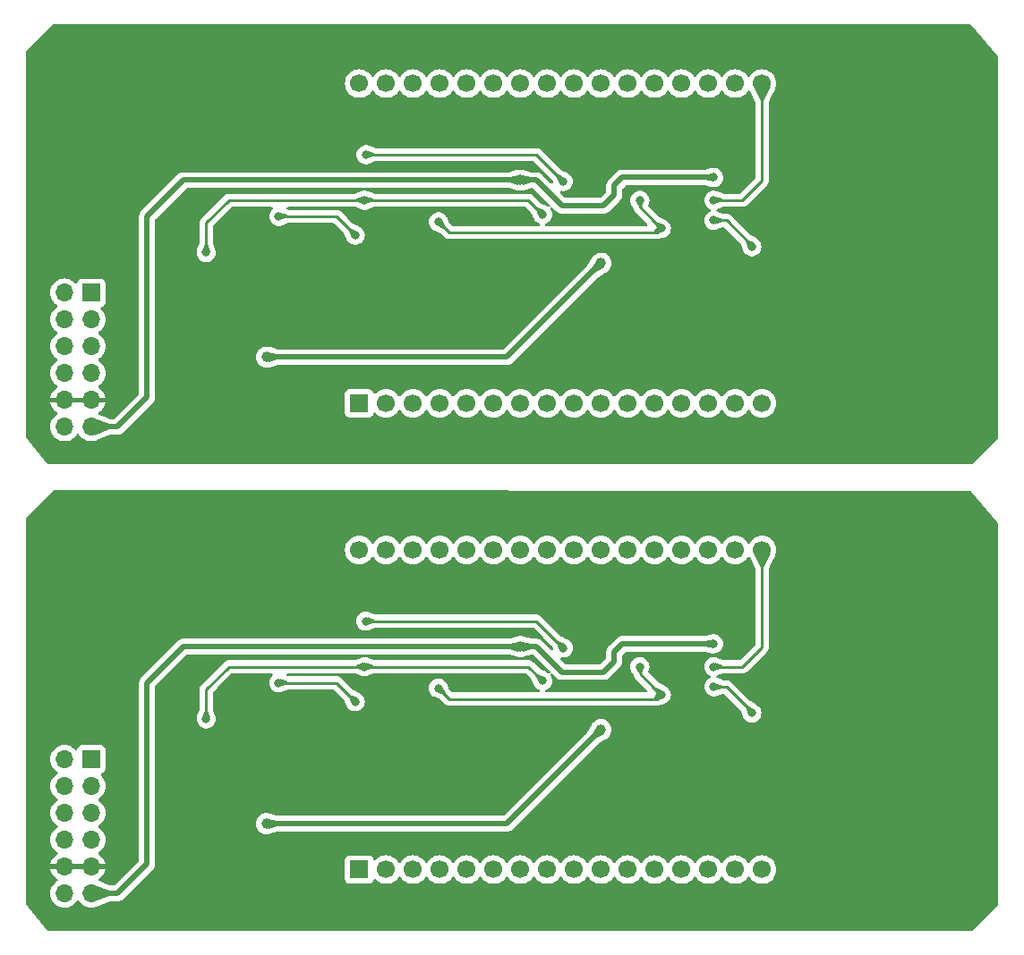
<source format=gbr>
%TF.GenerationSoftware,KiCad,Pcbnew,7.0.2*%
%TF.CreationDate,2023-08-12T01:48:42+09:00*%
%TF.ProjectId,Pmod_Matrix256,506d6f64-5f4d-4617-9472-69783235362e,rev?*%
%TF.SameCoordinates,Original*%
%TF.FileFunction,Copper,L2,Bot*%
%TF.FilePolarity,Positive*%
%FSLAX46Y46*%
G04 Gerber Fmt 4.6, Leading zero omitted, Abs format (unit mm)*
G04 Created by KiCad (PCBNEW 7.0.2) date 2023-08-12 01:48:42*
%MOMM*%
%LPD*%
G01*
G04 APERTURE LIST*
%TA.AperFunction,ComponentPad*%
%ADD10R,1.700000X1.700000*%
%TD*%
%TA.AperFunction,ComponentPad*%
%ADD11O,1.700000X1.700000*%
%TD*%
%TA.AperFunction,ComponentPad*%
%ADD12C,1.700000*%
%TD*%
%TA.AperFunction,ViaPad*%
%ADD13C,1.000000*%
%TD*%
%TA.AperFunction,ViaPad*%
%ADD14C,0.800000*%
%TD*%
%TA.AperFunction,Conductor*%
%ADD15C,0.500000*%
%TD*%
%TA.AperFunction,Conductor*%
%ADD16C,0.250000*%
%TD*%
G04 APERTURE END LIST*
D10*
%TO.P,J1,1,Pin_1*%
%TO.N,Board_1-/#SRCLR*%
X108874500Y-89818000D03*
D11*
%TO.P,J1,2,Pin_2*%
%TO.N,Board_1-/SRCLK*%
X108874500Y-92358000D03*
%TO.P,J1,3,Pin_3*%
%TO.N,Board_1-/RCLK*%
X108874500Y-94898000D03*
%TO.P,J1,4,Pin_4*%
%TO.N,Board_1-/SER1*%
X108874500Y-97438000D03*
%TO.P,J1,5,Pin_5*%
%TO.N,Board_1-GND*%
X108874500Y-99978000D03*
%TO.P,J1,6,Pin_6*%
%TO.N,Board_1-VCC*%
X108874500Y-102518000D03*
%TO.P,J1,7,Pin_7*%
%TO.N,Board_1-unconnected-(J1-Pin_7-Pad7)*%
X106334500Y-89818000D03*
%TO.P,J1,8,Pin_8*%
%TO.N,Board_1-unconnected-(J1-Pin_8-Pad8)*%
X106334500Y-92358000D03*
%TO.P,J1,9,Pin_9*%
%TO.N,Board_1-unconnected-(J1-Pin_9-Pad9)*%
X106334500Y-94898000D03*
%TO.P,J1,10,Pin_10*%
%TO.N,Board_1-unconnected-(J1-Pin_10-Pad10)*%
X106334500Y-97438000D03*
%TO.P,J1,11,Pin_11*%
%TO.N,Board_1-GND*%
X106334500Y-99978000D03*
%TO.P,J1,12,Pin_12*%
%TO.N,Board_1-VCC*%
X106334500Y-102518000D03*
%TD*%
D10*
%TO.P,U1,1,COL1*%
%TO.N,Board_1-Net-(U1-COL1)*%
X134212500Y-100266000D03*
D12*
%TO.P,U1,2,COL2*%
%TO.N,Board_1-Net-(U1-COL2)*%
X136752500Y-100266000D03*
%TO.P,U1,3,COL3*%
%TO.N,Board_1-Net-(U1-COL3)*%
X139292500Y-100266000D03*
%TO.P,U1,4,COL4*%
%TO.N,Board_1-Net-(U1-COL4)*%
X141832500Y-100266000D03*
%TO.P,U1,5,COL5*%
%TO.N,Board_1-Net-(U1-COL5)*%
X144372500Y-100266000D03*
%TO.P,U1,6,COL6*%
%TO.N,Board_1-Net-(U1-COL6)*%
X146912500Y-100266000D03*
%TO.P,U1,7,COL7*%
%TO.N,Board_1-Net-(U1-COL7)*%
X149452500Y-100266000D03*
%TO.P,U1,8,COL8*%
%TO.N,Board_1-Net-(U1-COL8)*%
X151992500Y-100266000D03*
%TO.P,U1,9,COL9*%
%TO.N,Board_1-Net-(U1-COL9)*%
X154532500Y-100266000D03*
%TO.P,U1,10,COL10*%
%TO.N,Board_1-Net-(U1-COL10)*%
X157072500Y-100266000D03*
%TO.P,U1,11,COL11*%
%TO.N,Board_1-Net-(U1-COL11)*%
X159612500Y-100266000D03*
%TO.P,U1,12,COL12*%
%TO.N,Board_1-Net-(U1-COL12)*%
X162152500Y-100266000D03*
%TO.P,U1,13,COL13*%
%TO.N,Board_1-Net-(U1-COL13)*%
X164692500Y-100266000D03*
%TO.P,U1,14,COL14*%
%TO.N,Board_1-Net-(U1-COL14)*%
X167232500Y-100266000D03*
%TO.P,U1,15,COL15*%
%TO.N,Board_1-Net-(U1-COL15)*%
X169772500Y-100266000D03*
%TO.P,U1,16,COL16*%
%TO.N,Board_1-Net-(U1-COL16)*%
X172312500Y-100266000D03*
%TO.P,U1,17,ROW1*%
%TO.N,Board_1-Net-(U1-ROW1)*%
X172312500Y-70006000D03*
%TO.P,U1,18,ROW2*%
%TO.N,Board_1-Net-(U1-ROW2)*%
X169772500Y-70006000D03*
%TO.P,U1,19,ROW3*%
%TO.N,Board_1-Net-(U1-ROW3)*%
X167232500Y-70006000D03*
%TO.P,U1,20,ROW4*%
%TO.N,Board_1-Net-(U1-ROW4)*%
X164692500Y-70006000D03*
%TO.P,U1,21,ROW5*%
%TO.N,Board_1-Net-(U1-ROW5)*%
X162152500Y-70006000D03*
%TO.P,U1,22,ROW6*%
%TO.N,Board_1-Net-(U1-ROW6)*%
X159612500Y-70006000D03*
%TO.P,U1,23,ROW7*%
%TO.N,Board_1-Net-(U1-ROW7)*%
X157072500Y-70006000D03*
%TO.P,U1,24,ROW8*%
%TO.N,Board_1-Net-(U1-ROW8)*%
X154532500Y-70006000D03*
%TO.P,U1,25,ROW9*%
%TO.N,Board_1-Net-(U1-ROW9)*%
X151992500Y-70006000D03*
%TO.P,U1,26,ROW10*%
%TO.N,Board_1-Net-(U1-ROW10)*%
X149452500Y-70006000D03*
%TO.P,U1,27,ROW11*%
%TO.N,Board_1-Net-(U1-ROW11)*%
X146912500Y-70006000D03*
%TO.P,U1,28,ROW12*%
%TO.N,Board_1-Net-(U1-ROW12)*%
X144372500Y-70006000D03*
%TO.P,U1,29,ROW13*%
%TO.N,Board_1-Net-(U1-ROW13)*%
X141832500Y-70006000D03*
%TO.P,U1,30,ROW14*%
%TO.N,Board_1-Net-(U1-ROW14)*%
X139292500Y-70006000D03*
%TO.P,U1,31,ROW15*%
%TO.N,Board_1-Net-(U1-ROW15)*%
X136752500Y-70006000D03*
%TO.P,U1,32,ROW16*%
%TO.N,Board_1-Net-(U1-ROW16)*%
X134212500Y-70006000D03*
%TD*%
D10*
%TO.P,U1,1,COL1*%
%TO.N,Board_0-Net-(U1-COL1)*%
X134212500Y-56102000D03*
D12*
%TO.P,U1,2,COL2*%
%TO.N,Board_0-Net-(U1-COL2)*%
X136752500Y-56102000D03*
%TO.P,U1,3,COL3*%
%TO.N,Board_0-Net-(U1-COL3)*%
X139292500Y-56102000D03*
%TO.P,U1,4,COL4*%
%TO.N,Board_0-Net-(U1-COL4)*%
X141832500Y-56102000D03*
%TO.P,U1,5,COL5*%
%TO.N,Board_0-Net-(U1-COL5)*%
X144372500Y-56102000D03*
%TO.P,U1,6,COL6*%
%TO.N,Board_0-Net-(U1-COL6)*%
X146912500Y-56102000D03*
%TO.P,U1,7,COL7*%
%TO.N,Board_0-Net-(U1-COL7)*%
X149452500Y-56102000D03*
%TO.P,U1,8,COL8*%
%TO.N,Board_0-Net-(U1-COL8)*%
X151992500Y-56102000D03*
%TO.P,U1,9,COL9*%
%TO.N,Board_0-Net-(U1-COL9)*%
X154532500Y-56102000D03*
%TO.P,U1,10,COL10*%
%TO.N,Board_0-Net-(U1-COL10)*%
X157072500Y-56102000D03*
%TO.P,U1,11,COL11*%
%TO.N,Board_0-Net-(U1-COL11)*%
X159612500Y-56102000D03*
%TO.P,U1,12,COL12*%
%TO.N,Board_0-Net-(U1-COL12)*%
X162152500Y-56102000D03*
%TO.P,U1,13,COL13*%
%TO.N,Board_0-Net-(U1-COL13)*%
X164692500Y-56102000D03*
%TO.P,U1,14,COL14*%
%TO.N,Board_0-Net-(U1-COL14)*%
X167232500Y-56102000D03*
%TO.P,U1,15,COL15*%
%TO.N,Board_0-Net-(U1-COL15)*%
X169772500Y-56102000D03*
%TO.P,U1,16,COL16*%
%TO.N,Board_0-Net-(U1-COL16)*%
X172312500Y-56102000D03*
%TO.P,U1,17,ROW1*%
%TO.N,Board_0-Net-(U1-ROW1)*%
X172312500Y-25842000D03*
%TO.P,U1,18,ROW2*%
%TO.N,Board_0-Net-(U1-ROW2)*%
X169772500Y-25842000D03*
%TO.P,U1,19,ROW3*%
%TO.N,Board_0-Net-(U1-ROW3)*%
X167232500Y-25842000D03*
%TO.P,U1,20,ROW4*%
%TO.N,Board_0-Net-(U1-ROW4)*%
X164692500Y-25842000D03*
%TO.P,U1,21,ROW5*%
%TO.N,Board_0-Net-(U1-ROW5)*%
X162152500Y-25842000D03*
%TO.P,U1,22,ROW6*%
%TO.N,Board_0-Net-(U1-ROW6)*%
X159612500Y-25842000D03*
%TO.P,U1,23,ROW7*%
%TO.N,Board_0-Net-(U1-ROW7)*%
X157072500Y-25842000D03*
%TO.P,U1,24,ROW8*%
%TO.N,Board_0-Net-(U1-ROW8)*%
X154532500Y-25842000D03*
%TO.P,U1,25,ROW9*%
%TO.N,Board_0-Net-(U1-ROW9)*%
X151992500Y-25842000D03*
%TO.P,U1,26,ROW10*%
%TO.N,Board_0-Net-(U1-ROW10)*%
X149452500Y-25842000D03*
%TO.P,U1,27,ROW11*%
%TO.N,Board_0-Net-(U1-ROW11)*%
X146912500Y-25842000D03*
%TO.P,U1,28,ROW12*%
%TO.N,Board_0-Net-(U1-ROW12)*%
X144372500Y-25842000D03*
%TO.P,U1,29,ROW13*%
%TO.N,Board_0-Net-(U1-ROW13)*%
X141832500Y-25842000D03*
%TO.P,U1,30,ROW14*%
%TO.N,Board_0-Net-(U1-ROW14)*%
X139292500Y-25842000D03*
%TO.P,U1,31,ROW15*%
%TO.N,Board_0-Net-(U1-ROW15)*%
X136752500Y-25842000D03*
%TO.P,U1,32,ROW16*%
%TO.N,Board_0-Net-(U1-ROW16)*%
X134212500Y-25842000D03*
%TD*%
D10*
%TO.P,J1,1,Pin_1*%
%TO.N,Board_0-/#SRCLR*%
X108874500Y-45654000D03*
D11*
%TO.P,J1,2,Pin_2*%
%TO.N,Board_0-/SRCLK*%
X108874500Y-48194000D03*
%TO.P,J1,3,Pin_3*%
%TO.N,Board_0-/RCLK*%
X108874500Y-50734000D03*
%TO.P,J1,4,Pin_4*%
%TO.N,Board_0-/SER1*%
X108874500Y-53274000D03*
%TO.P,J1,5,Pin_5*%
%TO.N,Board_0-GND*%
X108874500Y-55814000D03*
%TO.P,J1,6,Pin_6*%
%TO.N,Board_0-VCC*%
X108874500Y-58354000D03*
%TO.P,J1,7,Pin_7*%
%TO.N,Board_0-unconnected-(J1-Pin_7-Pad7)*%
X106334500Y-45654000D03*
%TO.P,J1,8,Pin_8*%
%TO.N,Board_0-unconnected-(J1-Pin_8-Pad8)*%
X106334500Y-48194000D03*
%TO.P,J1,9,Pin_9*%
%TO.N,Board_0-unconnected-(J1-Pin_9-Pad9)*%
X106334500Y-50734000D03*
%TO.P,J1,10,Pin_10*%
%TO.N,Board_0-unconnected-(J1-Pin_10-Pad10)*%
X106334500Y-53274000D03*
%TO.P,J1,11,Pin_11*%
%TO.N,Board_0-GND*%
X106334500Y-55814000D03*
%TO.P,J1,12,Pin_12*%
%TO.N,Board_0-VCC*%
X106334500Y-58354000D03*
%TD*%
D13*
%TO.N,Board_1-VCC*%
X157072500Y-87024000D03*
X125449500Y-95914000D03*
X149452500Y-79150000D03*
D14*
X167740500Y-78896000D03*
%TO.N,Board_1-Net-(U1-ROW1)*%
X167740500Y-81055000D03*
%TO.N,Board_1-GND*%
X127608500Y-100689200D03*
X117194500Y-92612000D03*
X169823300Y-77829200D03*
X174852500Y-77880000D03*
X124179500Y-72673000D03*
X171601300Y-92764400D03*
X119480500Y-90326000D03*
X169823300Y-74374800D03*
X174852500Y-74324000D03*
X127608500Y-72698400D03*
X154634100Y-73866800D03*
%TO.N,Board_1-/SRCLK*%
X134720500Y-81055000D03*
X119734500Y-86008000D03*
X151548000Y-82388500D03*
%TO.N,Board_1-/SER3*%
X171347300Y-85449200D03*
X167740500Y-82960000D03*
%TO.N,Board_1-/SER2*%
X133831500Y-84357000D03*
X126592500Y-82579000D03*
%TO.N,Board_1-/RCLK*%
X160755500Y-81055000D03*
X141705500Y-83087000D03*
X162787500Y-83722000D03*
%TO.N,Board_1-/#SRCLR*%
X153516500Y-79277000D03*
X134847500Y-76737000D03*
D13*
%TO.N,Board_0-VCC*%
X157072500Y-42860000D03*
D14*
X167740500Y-34732000D03*
D13*
X149452500Y-34986000D03*
X125449500Y-51750000D03*
D14*
%TO.N,Board_0-Net-(U1-ROW1)*%
X167740500Y-36891000D03*
%TO.N,Board_0-GND*%
X124179500Y-28509000D03*
X127608500Y-28534400D03*
X174852500Y-33716000D03*
X119480500Y-46162000D03*
X171601300Y-48600400D03*
X154634100Y-29702800D03*
X127608500Y-56525200D03*
X169823300Y-30210800D03*
X174852500Y-30160000D03*
X169823300Y-33665200D03*
X117194500Y-48448000D03*
%TO.N,Board_0-/SRCLK*%
X134720500Y-36891000D03*
X151548000Y-38224500D03*
X119734500Y-41844000D03*
%TO.N,Board_0-/SER3*%
X171347300Y-41285200D03*
X167740500Y-38796000D03*
%TO.N,Board_0-/SER2*%
X133831500Y-40193000D03*
X126592500Y-38415000D03*
%TO.N,Board_0-/RCLK*%
X160755500Y-36891000D03*
X162787500Y-39558000D03*
X141705500Y-38923000D03*
%TO.N,Board_0-/#SRCLR*%
X134847500Y-32573000D03*
X153516500Y-35113000D03*
%TD*%
D15*
%TO.N,Board_1-VCC*%
X148182500Y-95914000D02*
X157072500Y-87024000D01*
X150976500Y-79150000D02*
X149452500Y-79150000D01*
X157326500Y-81563000D02*
X153389500Y-81563000D01*
X114146500Y-82579000D02*
X114146500Y-99724000D01*
X114146500Y-99724000D02*
X111352500Y-102518000D01*
X117575500Y-79150000D02*
X114146500Y-82579000D01*
X149452500Y-79150000D02*
X117575500Y-79150000D01*
X167740500Y-78896000D02*
X159104500Y-78896000D01*
X158342500Y-80547000D02*
X157326500Y-81563000D01*
X153389500Y-81563000D02*
X150976500Y-79150000D01*
X159104500Y-78896000D02*
X158342500Y-79658000D01*
X158342500Y-79658000D02*
X158342500Y-80547000D01*
X111352500Y-102518000D02*
X108874500Y-102518000D01*
X125449500Y-95914000D02*
X148182500Y-95914000D01*
D16*
%TO.N,Board_1-Net-(U1-ROW1)*%
X170458300Y-81055000D02*
X172312500Y-79200800D01*
X167740500Y-81055000D02*
X170458300Y-81055000D01*
X172312500Y-79200800D02*
X172312500Y-70226000D01*
%TO.N,Board_1-/SRCLK*%
X150214500Y-81055000D02*
X151548000Y-82388500D01*
X119734500Y-86008000D02*
X119734500Y-83214000D01*
X121893500Y-81055000D02*
X134720500Y-81055000D01*
X134720500Y-81055000D02*
X150214500Y-81055000D01*
X119734500Y-83214000D02*
X121893500Y-81055000D01*
%TO.N,Board_1-/SER3*%
X171347300Y-85347600D02*
X168959700Y-82960000D01*
X171347300Y-85449200D02*
X171347300Y-85347600D01*
X168959700Y-82960000D02*
X167740500Y-82960000D01*
%TO.N,Board_1-/SER2*%
X132053500Y-82579000D02*
X126592500Y-82579000D01*
X133831500Y-84357000D02*
X132053500Y-82579000D01*
%TO.N,Board_1-/RCLK*%
X162152500Y-83087000D02*
X160755500Y-81690000D01*
X162406500Y-84103000D02*
X162787500Y-83722000D01*
X160755500Y-81690000D02*
X160755500Y-81055000D01*
X141705500Y-83087000D02*
X142721500Y-84103000D01*
X162787500Y-83722000D02*
X162152500Y-83087000D01*
X142721500Y-84103000D02*
X162406500Y-84103000D01*
%TO.N,Board_1-/#SRCLR*%
X153516500Y-79277000D02*
X150976500Y-76737000D01*
X150976500Y-76737000D02*
X134847500Y-76737000D01*
D15*
%TO.N,Board_0-VCC*%
X148182500Y-51750000D02*
X157072500Y-42860000D01*
X114146500Y-55560000D02*
X111352500Y-58354000D01*
X114146500Y-38415000D02*
X114146500Y-55560000D01*
X117575500Y-34986000D02*
X114146500Y-38415000D01*
X153389500Y-37399000D02*
X150976500Y-34986000D01*
X157326500Y-37399000D02*
X153389500Y-37399000D01*
X167740500Y-34732000D02*
X159104500Y-34732000D01*
X158342500Y-36383000D02*
X157326500Y-37399000D01*
X125449500Y-51750000D02*
X148182500Y-51750000D01*
X159104500Y-34732000D02*
X158342500Y-35494000D01*
X111352500Y-58354000D02*
X108874500Y-58354000D01*
X158342500Y-35494000D02*
X158342500Y-36383000D01*
X149452500Y-34986000D02*
X117575500Y-34986000D01*
X150976500Y-34986000D02*
X149452500Y-34986000D01*
D16*
%TO.N,Board_0-Net-(U1-ROW1)*%
X167740500Y-36891000D02*
X170458300Y-36891000D01*
X172312500Y-35036800D02*
X172312500Y-26062000D01*
X170458300Y-36891000D02*
X172312500Y-35036800D01*
%TO.N,Board_0-/SRCLK*%
X134720500Y-36891000D02*
X150214500Y-36891000D01*
X121893500Y-36891000D02*
X134720500Y-36891000D01*
X150214500Y-36891000D02*
X151548000Y-38224500D01*
X119734500Y-41844000D02*
X119734500Y-39050000D01*
X119734500Y-39050000D02*
X121893500Y-36891000D01*
%TO.N,Board_0-/SER3*%
X168959700Y-38796000D02*
X167740500Y-38796000D01*
X171347300Y-41285200D02*
X171347300Y-41183600D01*
X171347300Y-41183600D02*
X168959700Y-38796000D01*
%TO.N,Board_0-/SER2*%
X133831500Y-40193000D02*
X132053500Y-38415000D01*
X132053500Y-38415000D02*
X126592500Y-38415000D01*
%TO.N,Board_0-/RCLK*%
X162152500Y-38923000D02*
X160755500Y-37526000D01*
X162787500Y-39558000D02*
X162152500Y-38923000D01*
X142721500Y-39939000D02*
X162406500Y-39939000D01*
X160755500Y-37526000D02*
X160755500Y-36891000D01*
X162406500Y-39939000D02*
X162787500Y-39558000D01*
X141705500Y-38923000D02*
X142721500Y-39939000D01*
%TO.N,Board_0-/#SRCLR*%
X153516500Y-35113000D02*
X150976500Y-32573000D01*
X150976500Y-32573000D02*
X134847500Y-32573000D01*
%TD*%
%TA.AperFunction,Conductor*%
%TO.N,Board_1-GND*%
G36*
X108415007Y-99768156D02*
G01*
X108374500Y-99906111D01*
X108374500Y-100049889D01*
X108415007Y-100187844D01*
X108440814Y-100228000D01*
X106768186Y-100228000D01*
X106793993Y-100187844D01*
X106834500Y-100049889D01*
X106834500Y-99906111D01*
X106793993Y-99768156D01*
X106768186Y-99728000D01*
X108440814Y-99728000D01*
X108415007Y-99768156D01*
G37*
%TD.AperFunction*%
%TA.AperFunction,Conductor*%
G36*
X192016291Y-64417966D02*
G01*
X192083317Y-64437690D01*
X192110816Y-64461797D01*
X194584362Y-67380582D01*
X194612687Y-67444453D01*
X194613763Y-67460577D01*
X194664427Y-103482536D01*
X194644837Y-103549603D01*
X194628108Y-103570391D01*
X192160819Y-106037681D01*
X192099496Y-106071166D01*
X192073138Y-106074000D01*
X104857819Y-106074000D01*
X104790780Y-106054315D01*
X104762100Y-106028828D01*
X102970293Y-103853063D01*
X102694041Y-103517614D01*
X102666619Y-103453352D01*
X102665761Y-103438631D01*
X102667040Y-102518000D01*
X104978840Y-102518000D01*
X104999436Y-102753407D01*
X105044209Y-102920502D01*
X105060597Y-102981663D01*
X105160465Y-103195830D01*
X105296005Y-103389401D01*
X105463099Y-103556495D01*
X105656670Y-103692035D01*
X105870837Y-103791903D01*
X106099091Y-103853063D01*
X106099092Y-103853063D01*
X106334499Y-103873659D01*
X106334499Y-103873658D01*
X106334500Y-103873659D01*
X106569908Y-103853063D01*
X106798163Y-103791903D01*
X107012330Y-103692035D01*
X107205901Y-103556495D01*
X107372995Y-103389401D01*
X107502926Y-103203839D01*
X107557502Y-103160216D01*
X107627000Y-103153022D01*
X107689355Y-103184545D01*
X107706071Y-103203837D01*
X107836005Y-103389401D01*
X108003099Y-103556495D01*
X108196670Y-103692035D01*
X108410837Y-103791903D01*
X108639092Y-103853063D01*
X108874500Y-103873659D01*
X109109908Y-103853063D01*
X109241685Y-103817753D01*
X109338160Y-103791904D01*
X109338160Y-103791903D01*
X109338163Y-103791903D01*
X109363896Y-103779902D01*
X109388216Y-103771507D01*
X109393861Y-103770195D01*
X110660579Y-103276951D01*
X110705573Y-103268500D01*
X111288794Y-103268500D01*
X111306764Y-103269809D01*
X111310820Y-103270402D01*
X111330523Y-103273289D01*
X111379868Y-103268972D01*
X111390676Y-103268500D01*
X111392600Y-103268500D01*
X111396209Y-103268500D01*
X111427050Y-103264894D01*
X111430531Y-103264539D01*
X111505297Y-103257999D01*
X111505297Y-103257998D01*
X111506552Y-103257889D01*
X111525562Y-103253674D01*
X111526750Y-103253241D01*
X111526755Y-103253241D01*
X111597320Y-103227557D01*
X111600595Y-103226419D01*
X111671834Y-103202814D01*
X111671836Y-103202812D01*
X111673036Y-103202415D01*
X111690563Y-103193929D01*
X111691612Y-103193238D01*
X111691617Y-103193237D01*
X111754306Y-103152005D01*
X111757298Y-103150099D01*
X111821156Y-103110712D01*
X111821156Y-103110711D01*
X111822229Y-103110050D01*
X111837324Y-103097753D01*
X111838192Y-103096832D01*
X111838196Y-103096830D01*
X111889685Y-103042253D01*
X111892131Y-103039735D01*
X113771287Y-101160578D01*
X132862000Y-101160578D01*
X132862001Y-101163872D01*
X132862353Y-101167152D01*
X132862354Y-101167159D01*
X132868409Y-101223484D01*
X132880130Y-101254909D01*
X132918704Y-101358331D01*
X133004954Y-101473546D01*
X133120169Y-101559796D01*
X133255017Y-101610091D01*
X133314627Y-101616500D01*
X135110372Y-101616499D01*
X135169983Y-101610091D01*
X135304831Y-101559796D01*
X135420046Y-101473546D01*
X135506296Y-101358331D01*
X135555310Y-101226916D01*
X135597181Y-101170983D01*
X135662646Y-101146566D01*
X135730919Y-101161418D01*
X135759172Y-101182569D01*
X135881099Y-101304495D01*
X136074670Y-101440035D01*
X136288837Y-101539903D01*
X136517092Y-101601063D01*
X136752500Y-101621659D01*
X136987908Y-101601063D01*
X137216163Y-101539903D01*
X137430330Y-101440035D01*
X137623901Y-101304495D01*
X137790995Y-101137401D01*
X137920926Y-100951839D01*
X137975502Y-100908216D01*
X138045000Y-100901022D01*
X138107355Y-100932545D01*
X138124071Y-100951837D01*
X138254005Y-101137401D01*
X138421099Y-101304495D01*
X138614670Y-101440035D01*
X138828837Y-101539903D01*
X139057091Y-101601062D01*
X139057092Y-101601063D01*
X139292499Y-101621659D01*
X139292499Y-101621658D01*
X139292500Y-101621659D01*
X139527908Y-101601063D01*
X139756163Y-101539903D01*
X139970330Y-101440035D01*
X140163901Y-101304495D01*
X140330995Y-101137401D01*
X140460927Y-100951838D01*
X140515501Y-100908216D01*
X140584999Y-100901022D01*
X140647354Y-100932545D01*
X140664072Y-100951838D01*
X140794005Y-101137401D01*
X140961099Y-101304495D01*
X141154670Y-101440035D01*
X141368837Y-101539903D01*
X141597092Y-101601063D01*
X141832500Y-101621659D01*
X142067908Y-101601063D01*
X142296163Y-101539903D01*
X142510330Y-101440035D01*
X142703901Y-101304495D01*
X142870995Y-101137401D01*
X143000926Y-100951839D01*
X143055502Y-100908216D01*
X143125000Y-100901022D01*
X143187355Y-100932545D01*
X143204071Y-100951837D01*
X143334005Y-101137401D01*
X143501099Y-101304495D01*
X143694670Y-101440035D01*
X143908837Y-101539903D01*
X144137092Y-101601063D01*
X144372500Y-101621659D01*
X144607908Y-101601063D01*
X144836163Y-101539903D01*
X145050330Y-101440035D01*
X145243901Y-101304495D01*
X145410995Y-101137401D01*
X145540926Y-100951839D01*
X145595502Y-100908216D01*
X145665000Y-100901022D01*
X145727355Y-100932545D01*
X145744071Y-100951837D01*
X145874005Y-101137401D01*
X146041099Y-101304495D01*
X146234670Y-101440035D01*
X146448837Y-101539903D01*
X146677091Y-101601062D01*
X146677092Y-101601063D01*
X146912499Y-101621659D01*
X146912499Y-101621658D01*
X146912500Y-101621659D01*
X147147908Y-101601063D01*
X147376163Y-101539903D01*
X147590330Y-101440035D01*
X147783901Y-101304495D01*
X147950995Y-101137401D01*
X148080926Y-100951839D01*
X148135502Y-100908216D01*
X148205000Y-100901022D01*
X148267355Y-100932545D01*
X148284071Y-100951837D01*
X148414005Y-101137401D01*
X148581099Y-101304495D01*
X148774670Y-101440035D01*
X148988837Y-101539903D01*
X149217092Y-101601063D01*
X149452500Y-101621659D01*
X149687908Y-101601063D01*
X149916163Y-101539903D01*
X150130330Y-101440035D01*
X150323901Y-101304495D01*
X150490995Y-101137401D01*
X150620926Y-100951839D01*
X150675502Y-100908216D01*
X150745000Y-100901022D01*
X150807355Y-100932545D01*
X150824071Y-100951837D01*
X150954005Y-101137401D01*
X151121099Y-101304495D01*
X151314670Y-101440035D01*
X151528837Y-101539903D01*
X151757092Y-101601063D01*
X151992500Y-101621659D01*
X152227908Y-101601063D01*
X152456163Y-101539903D01*
X152670330Y-101440035D01*
X152863901Y-101304495D01*
X153030995Y-101137401D01*
X153160926Y-100951839D01*
X153215502Y-100908216D01*
X153285000Y-100901022D01*
X153347355Y-100932545D01*
X153364071Y-100951837D01*
X153494005Y-101137401D01*
X153661099Y-101304495D01*
X153854670Y-101440035D01*
X154068837Y-101539903D01*
X154297092Y-101601063D01*
X154532500Y-101621659D01*
X154767908Y-101601063D01*
X154996163Y-101539903D01*
X155210330Y-101440035D01*
X155403901Y-101304495D01*
X155570995Y-101137401D01*
X155700926Y-100951839D01*
X155755502Y-100908216D01*
X155825000Y-100901022D01*
X155887355Y-100932545D01*
X155904071Y-100951837D01*
X156034005Y-101137401D01*
X156201099Y-101304495D01*
X156394670Y-101440035D01*
X156608837Y-101539903D01*
X156837092Y-101601063D01*
X157072500Y-101621659D01*
X157307908Y-101601063D01*
X157536163Y-101539903D01*
X157750330Y-101440035D01*
X157943901Y-101304495D01*
X158110995Y-101137401D01*
X158240926Y-100951839D01*
X158295502Y-100908216D01*
X158365000Y-100901022D01*
X158427355Y-100932545D01*
X158444071Y-100951837D01*
X158574005Y-101137401D01*
X158741099Y-101304495D01*
X158934670Y-101440035D01*
X159148837Y-101539903D01*
X159377091Y-101601062D01*
X159377092Y-101601063D01*
X159612499Y-101621659D01*
X159612499Y-101621658D01*
X159612500Y-101621659D01*
X159847908Y-101601063D01*
X160076163Y-101539903D01*
X160290330Y-101440035D01*
X160483901Y-101304495D01*
X160650995Y-101137401D01*
X160780926Y-100951839D01*
X160835502Y-100908216D01*
X160905000Y-100901022D01*
X160967355Y-100932545D01*
X160984071Y-100951837D01*
X161114005Y-101137401D01*
X161281099Y-101304495D01*
X161474670Y-101440035D01*
X161688837Y-101539903D01*
X161917092Y-101601062D01*
X161917092Y-101601063D01*
X162152499Y-101621659D01*
X162152499Y-101621658D01*
X162152500Y-101621659D01*
X162387908Y-101601063D01*
X162616163Y-101539903D01*
X162830330Y-101440035D01*
X163023901Y-101304495D01*
X163190995Y-101137401D01*
X163320926Y-100951839D01*
X163375502Y-100908216D01*
X163445000Y-100901022D01*
X163507355Y-100932545D01*
X163524071Y-100951837D01*
X163654005Y-101137401D01*
X163821099Y-101304495D01*
X164014670Y-101440035D01*
X164228837Y-101539903D01*
X164457092Y-101601063D01*
X164692500Y-101621659D01*
X164927908Y-101601063D01*
X165156163Y-101539903D01*
X165370330Y-101440035D01*
X165563901Y-101304495D01*
X165730995Y-101137401D01*
X165860926Y-100951839D01*
X165915502Y-100908216D01*
X165985000Y-100901022D01*
X166047355Y-100932545D01*
X166064071Y-100951837D01*
X166194005Y-101137401D01*
X166361099Y-101304495D01*
X166554670Y-101440035D01*
X166768837Y-101539903D01*
X166997091Y-101601062D01*
X166997092Y-101601063D01*
X167232499Y-101621659D01*
X167232499Y-101621658D01*
X167232500Y-101621659D01*
X167467908Y-101601063D01*
X167696163Y-101539903D01*
X167910330Y-101440035D01*
X168103901Y-101304495D01*
X168270995Y-101137401D01*
X168400926Y-100951839D01*
X168455502Y-100908217D01*
X168525001Y-100901024D01*
X168587355Y-100932546D01*
X168604071Y-100951837D01*
X168734005Y-101137401D01*
X168901099Y-101304495D01*
X169094670Y-101440035D01*
X169308837Y-101539903D01*
X169537092Y-101601063D01*
X169772500Y-101621659D01*
X170007908Y-101601063D01*
X170236163Y-101539903D01*
X170450330Y-101440035D01*
X170643901Y-101304495D01*
X170810995Y-101137401D01*
X170940926Y-100951839D01*
X170995502Y-100908216D01*
X171065000Y-100901022D01*
X171127355Y-100932545D01*
X171144071Y-100951837D01*
X171274005Y-101137401D01*
X171441099Y-101304495D01*
X171634670Y-101440035D01*
X171848837Y-101539903D01*
X172077091Y-101601062D01*
X172077092Y-101601063D01*
X172312499Y-101621659D01*
X172312499Y-101621658D01*
X172312500Y-101621659D01*
X172547908Y-101601063D01*
X172776163Y-101539903D01*
X172990330Y-101440035D01*
X173183901Y-101304495D01*
X173350995Y-101137401D01*
X173486535Y-100943830D01*
X173586403Y-100729663D01*
X173647563Y-100501408D01*
X173668159Y-100266000D01*
X173647563Y-100030592D01*
X173586403Y-99802337D01*
X173486535Y-99588171D01*
X173350995Y-99394599D01*
X173183901Y-99227505D01*
X172990330Y-99091965D01*
X172776163Y-98992097D01*
X172715001Y-98975709D01*
X172547907Y-98930936D01*
X172312499Y-98910340D01*
X172077092Y-98930936D01*
X171848836Y-98992097D01*
X171634670Y-99091965D01*
X171441098Y-99227505D01*
X171274005Y-99394598D01*
X171144075Y-99580159D01*
X171089498Y-99623784D01*
X171020000Y-99630978D01*
X170957645Y-99599455D01*
X170940925Y-99580159D01*
X170869393Y-99478000D01*
X170810995Y-99394599D01*
X170643901Y-99227505D01*
X170450330Y-99091965D01*
X170236163Y-98992097D01*
X170175001Y-98975709D01*
X170007907Y-98930936D01*
X169772500Y-98910340D01*
X169537092Y-98930936D01*
X169308836Y-98992097D01*
X169094670Y-99091965D01*
X168901098Y-99227505D01*
X168734005Y-99394598D01*
X168604075Y-99580159D01*
X168549498Y-99623784D01*
X168480000Y-99630978D01*
X168417645Y-99599455D01*
X168400925Y-99580159D01*
X168329393Y-99478000D01*
X168270995Y-99394599D01*
X168103901Y-99227505D01*
X167910330Y-99091965D01*
X167696163Y-98992097D01*
X167635001Y-98975709D01*
X167467907Y-98930936D01*
X167232499Y-98910340D01*
X166997092Y-98930936D01*
X166768836Y-98992097D01*
X166554670Y-99091965D01*
X166361098Y-99227505D01*
X166194008Y-99394595D01*
X166064074Y-99580160D01*
X166009497Y-99623785D01*
X165939998Y-99630977D01*
X165877644Y-99599455D01*
X165860929Y-99580164D01*
X165730995Y-99394599D01*
X165563901Y-99227505D01*
X165370330Y-99091965D01*
X165156163Y-98992097D01*
X165095002Y-98975709D01*
X164927907Y-98930936D01*
X164692499Y-98910340D01*
X164457092Y-98930936D01*
X164228836Y-98992097D01*
X164014670Y-99091965D01*
X163821098Y-99227505D01*
X163654005Y-99394598D01*
X163524075Y-99580159D01*
X163469498Y-99623784D01*
X163400000Y-99630978D01*
X163337645Y-99599455D01*
X163320925Y-99580159D01*
X163249393Y-99478000D01*
X163190995Y-99394599D01*
X163023901Y-99227505D01*
X162830330Y-99091965D01*
X162616163Y-98992097D01*
X162555002Y-98975709D01*
X162387907Y-98930936D01*
X162152500Y-98910340D01*
X161917092Y-98930936D01*
X161688836Y-98992097D01*
X161474670Y-99091965D01*
X161281098Y-99227505D01*
X161114005Y-99394598D01*
X160984075Y-99580159D01*
X160929498Y-99623784D01*
X160860000Y-99630978D01*
X160797645Y-99599455D01*
X160780925Y-99580159D01*
X160709393Y-99478000D01*
X160650995Y-99394599D01*
X160483901Y-99227505D01*
X160290330Y-99091965D01*
X160076163Y-98992097D01*
X160015001Y-98975709D01*
X159847907Y-98930936D01*
X159612499Y-98910340D01*
X159377092Y-98930936D01*
X159148836Y-98992097D01*
X158934670Y-99091965D01*
X158741098Y-99227505D01*
X158574005Y-99394598D01*
X158444075Y-99580159D01*
X158389498Y-99623784D01*
X158320000Y-99630978D01*
X158257645Y-99599455D01*
X158240925Y-99580159D01*
X158169393Y-99478000D01*
X158110995Y-99394599D01*
X157943901Y-99227505D01*
X157750330Y-99091965D01*
X157536163Y-98992097D01*
X157475001Y-98975709D01*
X157307907Y-98930936D01*
X157072500Y-98910340D01*
X156837092Y-98930936D01*
X156608836Y-98992097D01*
X156394670Y-99091965D01*
X156201098Y-99227505D01*
X156034005Y-99394598D01*
X155904075Y-99580159D01*
X155849498Y-99623784D01*
X155780000Y-99630978D01*
X155717645Y-99599455D01*
X155700925Y-99580159D01*
X155629393Y-99478000D01*
X155570995Y-99394599D01*
X155403901Y-99227505D01*
X155210330Y-99091965D01*
X154996163Y-98992097D01*
X154935002Y-98975709D01*
X154767907Y-98930936D01*
X154532500Y-98910340D01*
X154297092Y-98930936D01*
X154068836Y-98992097D01*
X153854670Y-99091965D01*
X153661098Y-99227505D01*
X153494005Y-99394598D01*
X153364075Y-99580159D01*
X153309498Y-99623784D01*
X153240000Y-99630978D01*
X153177645Y-99599455D01*
X153160925Y-99580159D01*
X153089393Y-99478000D01*
X153030995Y-99394599D01*
X152863901Y-99227505D01*
X152670330Y-99091965D01*
X152456163Y-98992097D01*
X152395002Y-98975709D01*
X152227907Y-98930936D01*
X151992499Y-98910340D01*
X151757092Y-98930936D01*
X151528836Y-98992097D01*
X151314670Y-99091965D01*
X151121098Y-99227505D01*
X150954005Y-99394598D01*
X150824075Y-99580159D01*
X150769498Y-99623784D01*
X150700000Y-99630978D01*
X150637645Y-99599455D01*
X150620925Y-99580159D01*
X150549393Y-99478000D01*
X150490995Y-99394599D01*
X150323901Y-99227505D01*
X150130330Y-99091965D01*
X149916163Y-98992097D01*
X149855001Y-98975709D01*
X149687907Y-98930936D01*
X149452500Y-98910340D01*
X149217092Y-98930936D01*
X148988836Y-98992097D01*
X148774670Y-99091965D01*
X148581098Y-99227505D01*
X148414005Y-99394598D01*
X148284075Y-99580159D01*
X148229498Y-99623784D01*
X148160000Y-99630978D01*
X148097645Y-99599455D01*
X148080925Y-99580159D01*
X148009393Y-99478000D01*
X147950995Y-99394599D01*
X147783901Y-99227505D01*
X147590330Y-99091965D01*
X147376163Y-98992097D01*
X147315001Y-98975709D01*
X147147907Y-98930936D01*
X146912499Y-98910340D01*
X146677092Y-98930936D01*
X146448836Y-98992097D01*
X146234670Y-99091965D01*
X146041098Y-99227505D01*
X145874005Y-99394598D01*
X145744075Y-99580159D01*
X145689498Y-99623784D01*
X145620000Y-99630978D01*
X145557645Y-99599455D01*
X145540925Y-99580159D01*
X145469393Y-99478000D01*
X145410995Y-99394599D01*
X145243901Y-99227505D01*
X145050330Y-99091965D01*
X144836163Y-98992097D01*
X144775002Y-98975709D01*
X144607907Y-98930936D01*
X144372500Y-98910340D01*
X144137092Y-98930936D01*
X143908836Y-98992097D01*
X143694670Y-99091965D01*
X143501098Y-99227505D01*
X143334005Y-99394598D01*
X143204075Y-99580159D01*
X143149498Y-99623784D01*
X143080000Y-99630978D01*
X143017645Y-99599455D01*
X143000925Y-99580159D01*
X142929393Y-99478000D01*
X142870995Y-99394599D01*
X142703901Y-99227505D01*
X142510330Y-99091965D01*
X142296163Y-98992097D01*
X142235002Y-98975709D01*
X142067907Y-98930936D01*
X141832500Y-98910340D01*
X141597092Y-98930936D01*
X141368836Y-98992097D01*
X141154670Y-99091965D01*
X140961098Y-99227505D01*
X140794008Y-99394595D01*
X140664074Y-99580160D01*
X140609497Y-99623785D01*
X140539998Y-99630977D01*
X140477644Y-99599455D01*
X140460929Y-99580164D01*
X140330995Y-99394599D01*
X140163901Y-99227505D01*
X139970330Y-99091965D01*
X139756163Y-98992097D01*
X139695001Y-98975709D01*
X139527907Y-98930936D01*
X139292499Y-98910340D01*
X139057092Y-98930936D01*
X138828836Y-98992097D01*
X138614670Y-99091965D01*
X138421098Y-99227505D01*
X138254005Y-99394598D01*
X138124075Y-99580159D01*
X138069498Y-99623784D01*
X138000000Y-99630978D01*
X137937645Y-99599455D01*
X137920925Y-99580159D01*
X137849393Y-99478000D01*
X137790995Y-99394599D01*
X137623901Y-99227505D01*
X137430330Y-99091965D01*
X137216163Y-98992097D01*
X137155001Y-98975709D01*
X136987907Y-98930936D01*
X136752500Y-98910340D01*
X136517092Y-98930936D01*
X136288836Y-98992097D01*
X136074670Y-99091965D01*
X135881101Y-99227503D01*
X135759173Y-99349431D01*
X135697850Y-99382915D01*
X135628158Y-99377931D01*
X135572225Y-99336059D01*
X135555310Y-99305082D01*
X135548158Y-99285907D01*
X135506296Y-99173669D01*
X135420046Y-99058454D01*
X135304831Y-98972204D01*
X135169983Y-98921909D01*
X135110373Y-98915500D01*
X135107050Y-98915500D01*
X133317939Y-98915500D01*
X133317920Y-98915500D01*
X133314628Y-98915501D01*
X133311348Y-98915853D01*
X133311340Y-98915854D01*
X133255015Y-98921909D01*
X133120169Y-98972204D01*
X133004954Y-99058454D01*
X132918704Y-99173668D01*
X132868409Y-99308516D01*
X132865384Y-99336656D01*
X132862000Y-99368127D01*
X132862000Y-99371448D01*
X132862000Y-99371449D01*
X132862000Y-101160560D01*
X132862000Y-101160578D01*
X113771287Y-101160578D01*
X114632138Y-100299727D01*
X114645756Y-100287957D01*
X114665030Y-100273610D01*
X114696872Y-100235661D01*
X114704186Y-100227681D01*
X114704764Y-100227102D01*
X114708091Y-100223776D01*
X114727353Y-100199413D01*
X114729576Y-100196686D01*
X114777802Y-100139214D01*
X114777803Y-100139211D01*
X114778615Y-100138244D01*
X114789073Y-100121827D01*
X114789606Y-100120682D01*
X114789611Y-100120677D01*
X114821333Y-100052646D01*
X114822862Y-100049488D01*
X114856540Y-99982433D01*
X114856540Y-99982432D01*
X114857112Y-99981294D01*
X114863500Y-99962915D01*
X114863755Y-99961675D01*
X114863757Y-99961673D01*
X114878935Y-99888157D01*
X114879700Y-99884708D01*
X114897000Y-99811721D01*
X114897000Y-99811718D01*
X114897291Y-99810491D01*
X114899270Y-99791120D01*
X114899233Y-99789858D01*
X114899234Y-99789855D01*
X114897052Y-99714868D01*
X114897000Y-99711262D01*
X114897000Y-95914000D01*
X124444159Y-95914000D01*
X124463476Y-96110133D01*
X124520685Y-96298726D01*
X124601591Y-96450091D01*
X124613590Y-96472538D01*
X124738617Y-96624883D01*
X124890962Y-96749910D01*
X125064773Y-96842814D01*
X125253368Y-96900024D01*
X125449500Y-96919341D01*
X125645632Y-96900024D01*
X125753671Y-96867249D01*
X125775614Y-96862710D01*
X125778850Y-96862342D01*
X126518264Y-96668550D01*
X126549701Y-96664500D01*
X148118794Y-96664500D01*
X148136764Y-96665809D01*
X148140820Y-96666402D01*
X148160523Y-96669289D01*
X148209868Y-96664972D01*
X148220676Y-96664500D01*
X148222600Y-96664500D01*
X148226209Y-96664500D01*
X148257050Y-96660894D01*
X148260531Y-96660539D01*
X148335297Y-96653999D01*
X148335297Y-96653998D01*
X148336552Y-96653889D01*
X148355562Y-96649674D01*
X148356750Y-96649241D01*
X148356755Y-96649241D01*
X148427320Y-96623557D01*
X148430595Y-96622419D01*
X148501834Y-96598814D01*
X148501836Y-96598812D01*
X148503036Y-96598415D01*
X148520563Y-96589929D01*
X148521612Y-96589238D01*
X148521617Y-96589237D01*
X148584306Y-96548005D01*
X148587298Y-96546099D01*
X148651156Y-96506712D01*
X148651156Y-96506711D01*
X148652229Y-96506050D01*
X148667324Y-96493753D01*
X148668192Y-96492832D01*
X148668196Y-96492830D01*
X148719685Y-96438253D01*
X148722131Y-96435735D01*
X156825227Y-88332638D01*
X156850311Y-88313281D01*
X157510193Y-87927465D01*
X157510192Y-87927464D01*
X157535236Y-87912178D01*
X157535338Y-87912346D01*
X157543889Y-87906491D01*
X157631038Y-87859910D01*
X157783383Y-87734883D01*
X157908410Y-87582538D01*
X158001314Y-87408727D01*
X158058524Y-87220132D01*
X158077841Y-87024000D01*
X158058524Y-86827868D01*
X158001314Y-86639273D01*
X157908410Y-86465462D01*
X157783383Y-86313117D01*
X157631038Y-86188090D01*
X157608591Y-86176091D01*
X157457226Y-86095185D01*
X157268633Y-86037976D01*
X157072500Y-86018659D01*
X156876366Y-86037976D01*
X156687773Y-86095185D01*
X156513963Y-86188089D01*
X156361617Y-86313117D01*
X156236588Y-86465463D01*
X156183373Y-86565020D01*
X156171074Y-86583739D01*
X156169034Y-86586304D01*
X155783218Y-87246184D01*
X155763853Y-87271278D01*
X147907951Y-95127181D01*
X147846628Y-95160666D01*
X147820270Y-95163500D01*
X126549702Y-95163500D01*
X126518265Y-95159449D01*
X126418905Y-95133408D01*
X125780743Y-94966153D01*
X125778837Y-94965653D01*
X125768568Y-94963170D01*
X125760190Y-94961144D01*
X125760187Y-94961143D01*
X125750345Y-94958764D01*
X125750391Y-94958571D01*
X125740201Y-94956662D01*
X125645632Y-94927976D01*
X125449500Y-94908659D01*
X125253366Y-94927976D01*
X125064773Y-94985185D01*
X124890963Y-95078089D01*
X124738617Y-95203117D01*
X124613589Y-95355463D01*
X124520685Y-95529273D01*
X124463476Y-95717866D01*
X124444159Y-95914000D01*
X114897000Y-95914000D01*
X114897000Y-82941228D01*
X114916685Y-82874189D01*
X114933314Y-82853552D01*
X117850048Y-79936818D01*
X117911371Y-79903334D01*
X117937729Y-79900500D01*
X148352299Y-79900500D01*
X148383735Y-79904550D01*
X149123149Y-80098342D01*
X149141809Y-80102855D01*
X149141810Y-80102855D01*
X149151664Y-80105238D01*
X149151616Y-80105432D01*
X149161804Y-80107338D01*
X149256368Y-80136024D01*
X149452500Y-80155341D01*
X149648632Y-80136024D01*
X149756671Y-80103249D01*
X149778614Y-80098710D01*
X149781850Y-80098342D01*
X150521264Y-79904550D01*
X150552701Y-79900500D01*
X150614270Y-79900500D01*
X150681309Y-79920185D01*
X150701951Y-79936819D01*
X151727346Y-80962214D01*
X152235112Y-81469979D01*
X152268597Y-81531302D01*
X152263613Y-81600994D01*
X152221741Y-81656927D01*
X152156277Y-81681344D01*
X152088004Y-81666492D01*
X152074546Y-81657978D01*
X152000732Y-81604349D01*
X151935243Y-81575192D01*
X151919106Y-81566526D01*
X151898719Y-81553551D01*
X151495322Y-81371475D01*
X151370599Y-81315180D01*
X151333931Y-81289840D01*
X150715302Y-80671211D01*
X150702406Y-80655113D01*
X150651275Y-80607098D01*
X150648478Y-80604387D01*
X150631727Y-80587636D01*
X150628971Y-80584880D01*
X150625790Y-80582412D01*
X150616922Y-80574837D01*
X150585082Y-80544938D01*
X150567524Y-80535285D01*
X150551264Y-80524604D01*
X150535436Y-80512327D01*
X150495351Y-80494980D01*
X150484861Y-80489841D01*
X150446591Y-80468802D01*
X150427191Y-80463821D01*
X150408784Y-80457519D01*
X150390397Y-80449562D01*
X150347258Y-80442729D01*
X150335824Y-80440361D01*
X150293519Y-80429500D01*
X150273484Y-80429500D01*
X150254086Y-80427973D01*
X150245833Y-80426666D01*
X150234305Y-80424840D01*
X150234304Y-80424840D01*
X150207984Y-80427328D01*
X150190825Y-80428950D01*
X150179156Y-80429500D01*
X135648736Y-80429500D01*
X135604890Y-80421489D01*
X135079935Y-80223045D01*
X135064191Y-80217093D01*
X135064165Y-80217084D01*
X135062893Y-80216603D01*
X135025545Y-80204380D01*
X135013687Y-80199813D01*
X135000305Y-80193856D01*
X134815148Y-80154500D01*
X134815146Y-80154500D01*
X134625854Y-80154500D01*
X134625852Y-80154500D01*
X134440696Y-80193855D01*
X134412437Y-80206437D01*
X134388900Y-80214205D01*
X134378096Y-80216605D01*
X133836109Y-80421489D01*
X133792263Y-80429500D01*
X121976241Y-80429500D01*
X121955737Y-80427236D01*
X121885645Y-80429439D01*
X121881751Y-80429500D01*
X121854150Y-80429500D01*
X121850299Y-80429986D01*
X121850268Y-80429988D01*
X121850140Y-80430005D01*
X121838528Y-80430918D01*
X121794868Y-80432290D01*
X121775628Y-80437880D01*
X121756581Y-80441825D01*
X121736709Y-80444335D01*
X121696099Y-80460413D01*
X121685054Y-80464194D01*
X121643110Y-80476381D01*
X121625865Y-80486579D01*
X121608404Y-80495133D01*
X121589767Y-80502512D01*
X121554431Y-80528185D01*
X121544674Y-80534595D01*
X121507080Y-80556829D01*
X121492913Y-80570996D01*
X121478124Y-80583626D01*
X121461913Y-80595404D01*
X121434072Y-80629058D01*
X121426211Y-80637697D01*
X119350708Y-82713199D01*
X119334610Y-82726096D01*
X119286596Y-82777225D01*
X119283892Y-82780016D01*
X119267128Y-82796780D01*
X119267121Y-82796787D01*
X119264380Y-82799529D01*
X119261999Y-82802597D01*
X119261990Y-82802608D01*
X119261911Y-82802711D01*
X119254342Y-82811572D01*
X119224435Y-82843420D01*
X119214785Y-82860974D01*
X119204109Y-82877228D01*
X119191826Y-82893063D01*
X119174475Y-82933158D01*
X119169338Y-82943644D01*
X119148302Y-82981907D01*
X119143321Y-83001309D01*
X119137020Y-83019711D01*
X119129061Y-83038102D01*
X119122228Y-83081242D01*
X119119860Y-83092674D01*
X119108999Y-83134977D01*
X119109000Y-83155016D01*
X119107473Y-83174414D01*
X119104340Y-83194194D01*
X119108450Y-83237673D01*
X119109000Y-83249343D01*
X119109000Y-85079761D01*
X119100989Y-85123607D01*
X118896604Y-85664278D01*
X118896593Y-85664307D01*
X118896105Y-85665600D01*
X118895676Y-85666908D01*
X118895666Y-85666939D01*
X118881917Y-85708949D01*
X118881479Y-85712345D01*
X118876433Y-85734776D01*
X118848826Y-85819743D01*
X118829040Y-86008000D01*
X118848826Y-86196257D01*
X118907320Y-86376284D01*
X119001966Y-86540216D01*
X119128629Y-86680889D01*
X119281769Y-86792151D01*
X119454697Y-86869144D01*
X119639852Y-86908500D01*
X119639854Y-86908500D01*
X119829148Y-86908500D01*
X119952583Y-86882262D01*
X120014303Y-86869144D01*
X120187230Y-86792151D01*
X120340371Y-86680888D01*
X120467033Y-86540216D01*
X120561679Y-86376284D01*
X120620174Y-86196256D01*
X120639960Y-86008000D01*
X120620174Y-85819744D01*
X120580787Y-85698526D01*
X120577671Y-85687105D01*
X120572893Y-85665597D01*
X120404986Y-85221423D01*
X120368009Y-85123605D01*
X120359999Y-85079768D01*
X120359999Y-83524451D01*
X120379684Y-83457413D01*
X120396318Y-83436771D01*
X120813379Y-83019711D01*
X121685192Y-82147898D01*
X122116272Y-81716819D01*
X122177595Y-81683334D01*
X122203953Y-81680500D01*
X125915524Y-81680500D01*
X125982563Y-81700185D01*
X126028318Y-81752989D01*
X126038262Y-81822147D01*
X126009237Y-81885703D01*
X125988410Y-81904818D01*
X125986628Y-81906112D01*
X125859966Y-82046783D01*
X125765320Y-82210715D01*
X125706826Y-82390742D01*
X125687040Y-82579000D01*
X125706826Y-82767257D01*
X125765320Y-82947284D01*
X125859966Y-83111216D01*
X125986629Y-83251889D01*
X126139769Y-83363151D01*
X126312697Y-83440144D01*
X126497852Y-83479500D01*
X126497854Y-83479500D01*
X126687148Y-83479500D01*
X126872303Y-83440144D01*
X126879878Y-83436771D01*
X126900559Y-83427562D01*
X126924105Y-83419791D01*
X126934900Y-83417394D01*
X126967658Y-83405011D01*
X127476888Y-83212511D01*
X127520734Y-83204500D01*
X131743048Y-83204500D01*
X131810087Y-83224185D01*
X131830729Y-83240819D01*
X132732840Y-84142930D01*
X132758180Y-84179598D01*
X132996551Y-84707719D01*
X132997155Y-84708911D01*
X132997181Y-84708965D01*
X132997952Y-84710485D01*
X133003417Y-84723719D01*
X133011922Y-84738451D01*
X133015132Y-84744378D01*
X133018442Y-84750907D01*
X133023304Y-84758164D01*
X133098965Y-84889214D01*
X133225629Y-85029889D01*
X133378769Y-85141151D01*
X133551697Y-85218144D01*
X133736852Y-85257500D01*
X133736854Y-85257500D01*
X133926148Y-85257500D01*
X134095876Y-85221423D01*
X134111303Y-85218144D01*
X134284230Y-85141151D01*
X134337542Y-85102418D01*
X134437370Y-85029889D01*
X134539031Y-84916984D01*
X134564033Y-84889216D01*
X134658679Y-84725284D01*
X134717174Y-84545256D01*
X134736960Y-84357000D01*
X134717174Y-84168744D01*
X134658679Y-83988716D01*
X134658679Y-83988715D01*
X134564033Y-83824783D01*
X134437370Y-83684110D01*
X134284232Y-83572849D01*
X134218743Y-83543692D01*
X134202606Y-83535026D01*
X134182219Y-83522051D01*
X133750390Y-83327142D01*
X133654098Y-83283680D01*
X133617430Y-83258340D01*
X133087304Y-82728214D01*
X132554302Y-82195211D01*
X132541406Y-82179113D01*
X132490275Y-82131098D01*
X132487478Y-82128387D01*
X132470727Y-82111636D01*
X132467971Y-82108880D01*
X132464790Y-82106412D01*
X132455922Y-82098837D01*
X132424082Y-82068938D01*
X132406524Y-82059285D01*
X132390264Y-82048604D01*
X132374436Y-82036327D01*
X132334351Y-82018980D01*
X132323861Y-82013841D01*
X132285591Y-81992802D01*
X132266191Y-81987821D01*
X132247784Y-81981519D01*
X132229397Y-81973562D01*
X132186258Y-81966729D01*
X132174824Y-81964361D01*
X132132519Y-81953500D01*
X132112484Y-81953500D01*
X132093086Y-81951973D01*
X132085662Y-81950797D01*
X132073305Y-81948840D01*
X132073304Y-81948840D01*
X132040251Y-81951964D01*
X132029825Y-81952950D01*
X132018156Y-81953500D01*
X127520736Y-81953500D01*
X127476890Y-81945489D01*
X127410756Y-81920489D01*
X127355008Y-81878371D01*
X127330880Y-81812800D01*
X127346033Y-81744593D01*
X127395656Y-81695406D01*
X127454602Y-81680500D01*
X133792266Y-81680500D01*
X133836111Y-81688510D01*
X134378099Y-81893394D01*
X134406033Y-81902536D01*
X134415462Y-81905622D01*
X134427325Y-81910190D01*
X134440697Y-81916144D01*
X134440698Y-81916144D01*
X134440700Y-81916145D01*
X134625852Y-81955500D01*
X134625854Y-81955500D01*
X134815148Y-81955500D01*
X135000303Y-81916144D01*
X135013668Y-81910193D01*
X135028559Y-81903562D01*
X135052105Y-81895791D01*
X135062900Y-81893394D01*
X135064374Y-81892837D01*
X135604888Y-81688511D01*
X135648734Y-81680500D01*
X149904048Y-81680500D01*
X149971087Y-81700185D01*
X149991729Y-81716819D01*
X150449340Y-82174430D01*
X150474680Y-82211098D01*
X150524090Y-82320567D01*
X150713051Y-82739219D01*
X150713655Y-82740411D01*
X150713681Y-82740465D01*
X150714452Y-82741985D01*
X150719917Y-82755219D01*
X150728422Y-82769951D01*
X150731632Y-82775878D01*
X150734942Y-82782407D01*
X150739804Y-82789664D01*
X150815465Y-82920714D01*
X150942129Y-83061389D01*
X151095269Y-83172651D01*
X151247031Y-83240221D01*
X151300268Y-83285471D01*
X151320589Y-83352320D01*
X151301544Y-83419544D01*
X151249177Y-83465799D01*
X151196595Y-83477500D01*
X143031952Y-83477500D01*
X142964913Y-83457815D01*
X142944271Y-83441181D01*
X142804157Y-83301067D01*
X142778817Y-83264399D01*
X142776082Y-83258340D01*
X142600589Y-82869525D01*
X142541027Y-82737562D01*
X142541020Y-82737548D01*
X142540448Y-82736280D01*
X142539064Y-82733549D01*
X142533588Y-82720291D01*
X142532678Y-82718715D01*
X142525069Y-82705535D01*
X142521867Y-82699622D01*
X142518560Y-82693097D01*
X142513702Y-82685848D01*
X142438033Y-82554784D01*
X142438032Y-82554782D01*
X142311370Y-82414110D01*
X142158230Y-82302848D01*
X141985302Y-82225855D01*
X141800148Y-82186500D01*
X141800146Y-82186500D01*
X141610854Y-82186500D01*
X141610852Y-82186500D01*
X141425697Y-82225855D01*
X141252769Y-82302848D01*
X141099629Y-82414110D01*
X140972966Y-82554783D01*
X140878320Y-82718715D01*
X140819826Y-82898742D01*
X140800040Y-83087000D01*
X140819826Y-83275257D01*
X140878320Y-83455284D01*
X140972966Y-83619216D01*
X141099629Y-83759889D01*
X141252768Y-83871150D01*
X141318256Y-83900307D01*
X141334393Y-83908972D01*
X141354780Y-83921948D01*
X141882899Y-84160318D01*
X141919566Y-84185657D01*
X142220696Y-84486787D01*
X142233596Y-84502888D01*
X142284723Y-84550900D01*
X142287520Y-84553611D01*
X142307029Y-84573120D01*
X142310209Y-84575587D01*
X142319071Y-84583155D01*
X142350918Y-84613062D01*
X142368086Y-84622500D01*
X142368472Y-84622712D01*
X142384736Y-84633396D01*
X142393052Y-84639846D01*
X142400564Y-84645673D01*
X142425409Y-84656424D01*
X142440652Y-84663021D01*
X142451131Y-84668154D01*
X142489408Y-84689197D01*
X142508806Y-84694177D01*
X142527208Y-84700477D01*
X142545604Y-84708438D01*
X142588761Y-84715273D01*
X142600164Y-84717634D01*
X142642481Y-84728500D01*
X142662516Y-84728500D01*
X142681913Y-84730026D01*
X142701696Y-84733160D01*
X142745174Y-84729050D01*
X142756844Y-84728500D01*
X162323756Y-84728500D01*
X162344262Y-84730764D01*
X162347165Y-84730672D01*
X162347167Y-84730673D01*
X162414372Y-84728561D01*
X162418268Y-84728500D01*
X162441948Y-84728500D01*
X162445850Y-84728500D01*
X162449813Y-84727999D01*
X162461462Y-84727080D01*
X162505127Y-84725709D01*
X162524359Y-84720120D01*
X162543418Y-84716174D01*
X162550591Y-84715268D01*
X162563292Y-84713664D01*
X162603907Y-84697582D01*
X162614944Y-84693803D01*
X162656890Y-84681618D01*
X162674129Y-84671422D01*
X162691596Y-84662864D01*
X162710232Y-84655486D01*
X162710233Y-84655485D01*
X162724800Y-84649718D01*
X162725612Y-84651769D01*
X162754132Y-84639846D01*
X162849197Y-84624154D01*
X162869391Y-84622500D01*
X162882148Y-84622500D01*
X163005584Y-84596262D01*
X163067303Y-84583144D01*
X163240230Y-84506151D01*
X163393371Y-84394888D01*
X163520033Y-84254216D01*
X163614679Y-84090284D01*
X163673174Y-83910256D01*
X163692960Y-83722000D01*
X163673174Y-83533744D01*
X163614679Y-83353716D01*
X163614679Y-83353715D01*
X163520033Y-83189783D01*
X163393370Y-83049110D01*
X163240232Y-82937849D01*
X163174743Y-82908692D01*
X163158606Y-82900026D01*
X163138219Y-82887051D01*
X162610100Y-82648681D01*
X162573432Y-82623341D01*
X161588352Y-81638261D01*
X161554867Y-81576938D01*
X161558014Y-81512535D01*
X161602858Y-81373445D01*
X161602867Y-81373411D01*
X161603439Y-81371475D01*
X161612359Y-81340263D01*
X161617405Y-81316403D01*
X161641174Y-81243256D01*
X161660960Y-81055000D01*
X161641174Y-80866744D01*
X161582679Y-80686716D01*
X161582679Y-80686715D01*
X161488033Y-80522783D01*
X161361370Y-80382110D01*
X161208230Y-80270848D01*
X161035302Y-80193855D01*
X160850148Y-80154500D01*
X160850146Y-80154500D01*
X160660854Y-80154500D01*
X160660852Y-80154500D01*
X160475697Y-80193855D01*
X160302769Y-80270848D01*
X160149629Y-80382110D01*
X160022966Y-80522783D01*
X159928320Y-80686715D01*
X159869826Y-80866742D01*
X159850040Y-81055000D01*
X159869826Y-81243257D01*
X159928319Y-81423281D01*
X159946661Y-81455049D01*
X159954330Y-81470810D01*
X159955180Y-81472926D01*
X160119982Y-81757508D01*
X160131751Y-81785051D01*
X160138378Y-81807859D01*
X160142325Y-81826916D01*
X160144835Y-81846792D01*
X160160914Y-81887404D01*
X160164697Y-81898451D01*
X160176882Y-81940391D01*
X160187080Y-81957635D01*
X160195636Y-81975100D01*
X160203014Y-81993732D01*
X160203015Y-81993733D01*
X160228680Y-82029059D01*
X160235093Y-82038822D01*
X160257326Y-82076416D01*
X160257329Y-82076419D01*
X160257330Y-82076420D01*
X160271495Y-82090585D01*
X160284127Y-82105375D01*
X160295906Y-82121587D01*
X160329558Y-82149426D01*
X160338199Y-82157289D01*
X161446728Y-83265819D01*
X161480213Y-83327142D01*
X161475229Y-83396834D01*
X161433357Y-83452767D01*
X161367893Y-83477184D01*
X161359047Y-83477500D01*
X151899405Y-83477500D01*
X151832366Y-83457815D01*
X151786611Y-83405011D01*
X151776667Y-83335853D01*
X151805692Y-83272297D01*
X151848969Y-83240221D01*
X152000730Y-83172651D01*
X152153870Y-83061389D01*
X152207967Y-83001309D01*
X152280533Y-82920716D01*
X152375179Y-82756784D01*
X152433674Y-82576756D01*
X152453460Y-82388500D01*
X152433674Y-82200244D01*
X152400285Y-82097484D01*
X152375179Y-82020215D01*
X152285814Y-81865430D01*
X152269341Y-81797530D01*
X152292194Y-81731503D01*
X152347115Y-81688312D01*
X152416668Y-81681671D01*
X152478771Y-81713687D01*
X152480882Y-81715749D01*
X152813767Y-82048634D01*
X152825548Y-82062266D01*
X152836262Y-82076657D01*
X152839890Y-82081530D01*
X152870743Y-82107419D01*
X152877839Y-82113373D01*
X152885814Y-82120681D01*
X152889723Y-82124590D01*
X152892555Y-82126829D01*
X152892565Y-82126838D01*
X152914042Y-82143819D01*
X152916798Y-82146063D01*
X152974286Y-82194302D01*
X152974288Y-82194303D01*
X152975257Y-82195116D01*
X152991677Y-82205576D01*
X152992821Y-82206109D01*
X152992823Y-82206111D01*
X153060857Y-82237835D01*
X153063956Y-82239335D01*
X153130167Y-82272588D01*
X153132204Y-82273611D01*
X153150584Y-82279998D01*
X153151821Y-82280253D01*
X153151827Y-82280256D01*
X153225362Y-82295439D01*
X153228709Y-82296181D01*
X153301779Y-82313500D01*
X153301781Y-82313500D01*
X153303005Y-82313790D01*
X153322376Y-82315769D01*
X153323640Y-82315732D01*
X153323644Y-82315733D01*
X153398610Y-82313552D01*
X153402216Y-82313500D01*
X157262794Y-82313500D01*
X157280764Y-82314809D01*
X157284820Y-82315402D01*
X157304523Y-82318289D01*
X157353868Y-82313972D01*
X157364676Y-82313500D01*
X157366600Y-82313500D01*
X157370209Y-82313500D01*
X157401050Y-82309894D01*
X157404531Y-82309539D01*
X157479297Y-82302999D01*
X157479297Y-82302998D01*
X157480552Y-82302889D01*
X157499562Y-82298674D01*
X157500750Y-82298241D01*
X157500755Y-82298241D01*
X157571320Y-82272557D01*
X157574595Y-82271419D01*
X157645834Y-82247814D01*
X157645836Y-82247812D01*
X157647036Y-82247415D01*
X157664563Y-82238929D01*
X157665612Y-82238238D01*
X157665617Y-82238237D01*
X157728306Y-82197005D01*
X157731298Y-82195099D01*
X157795156Y-82155712D01*
X157795156Y-82155711D01*
X157796229Y-82155050D01*
X157811324Y-82142753D01*
X157812192Y-82141832D01*
X157812196Y-82141830D01*
X157863684Y-82087254D01*
X157866130Y-82084736D01*
X158828142Y-81122724D01*
X158841760Y-81110954D01*
X158861030Y-81096610D01*
X158892866Y-81058667D01*
X158900180Y-81050688D01*
X158900764Y-81050103D01*
X158904091Y-81046777D01*
X158923333Y-81022439D01*
X158925590Y-81019670D01*
X158940353Y-81002075D01*
X158973802Y-80962214D01*
X158973803Y-80962211D01*
X158974615Y-80961244D01*
X158985073Y-80944827D01*
X158985606Y-80943682D01*
X158985611Y-80943677D01*
X159017333Y-80875646D01*
X159018862Y-80872488D01*
X159052540Y-80805433D01*
X159052540Y-80805432D01*
X159053112Y-80804294D01*
X159059500Y-80785914D01*
X159059755Y-80784675D01*
X159059757Y-80784673D01*
X159074947Y-80711103D01*
X159075686Y-80707770D01*
X159093000Y-80634721D01*
X159093000Y-80634716D01*
X159093291Y-80633489D01*
X159095270Y-80614121D01*
X159095233Y-80612859D01*
X159095234Y-80612856D01*
X159093052Y-80537869D01*
X159093000Y-80534263D01*
X159093000Y-80020229D01*
X159112685Y-79953190D01*
X159129319Y-79932548D01*
X159379049Y-79682819D01*
X159440372Y-79649334D01*
X159466730Y-79646500D01*
X166855330Y-79646500D01*
X166878182Y-79648624D01*
X167487255Y-79762824D01*
X167490145Y-79763403D01*
X167573674Y-79781157D01*
X167645853Y-79796500D01*
X167645854Y-79796500D01*
X167673426Y-79796500D01*
X167678874Y-79796620D01*
X167679356Y-79796688D01*
X167681483Y-79796888D01*
X167752884Y-79796500D01*
X167835146Y-79796500D01*
X167835148Y-79796500D01*
X167958583Y-79770262D01*
X168020303Y-79757144D01*
X168193230Y-79680151D01*
X168278755Y-79618014D01*
X168346370Y-79568889D01*
X168412392Y-79495565D01*
X168473033Y-79428216D01*
X168567679Y-79264284D01*
X168626174Y-79084256D01*
X168645960Y-78896000D01*
X168626174Y-78707744D01*
X168588229Y-78590961D01*
X168567679Y-78527715D01*
X168473033Y-78363783D01*
X168346370Y-78223110D01*
X168193230Y-78111848D01*
X168020302Y-78034855D01*
X167835148Y-77995500D01*
X167835146Y-77995500D01*
X167645854Y-77995500D01*
X167645852Y-77995500D01*
X167490202Y-78028584D01*
X167487273Y-78029170D01*
X166878176Y-78143376D01*
X166855324Y-78145500D01*
X159168206Y-78145500D01*
X159150236Y-78144191D01*
X159136353Y-78142157D01*
X159126477Y-78140711D01*
X159126476Y-78140711D01*
X159077131Y-78145028D01*
X159066324Y-78145500D01*
X159060791Y-78145500D01*
X159057230Y-78145916D01*
X159057215Y-78145917D01*
X159030001Y-78149098D01*
X159026416Y-78149464D01*
X158950461Y-78156109D01*
X158931421Y-78160330D01*
X158859732Y-78186421D01*
X158856331Y-78187603D01*
X158783974Y-78211580D01*
X158766427Y-78220075D01*
X158702721Y-78261975D01*
X158699681Y-78263912D01*
X158634780Y-78303944D01*
X158619665Y-78316256D01*
X158567332Y-78371725D01*
X158564820Y-78374311D01*
X157856859Y-79082271D01*
X157843228Y-79094051D01*
X157823970Y-79108388D01*
X157792135Y-79146328D01*
X157784838Y-79154292D01*
X157783472Y-79155657D01*
X157783450Y-79155681D01*
X157780909Y-79158223D01*
X157778673Y-79161050D01*
X157778671Y-79161053D01*
X157761676Y-79182546D01*
X157759402Y-79185337D01*
X157710394Y-79243744D01*
X157699918Y-79260187D01*
X157667692Y-79329294D01*
X157666122Y-79332536D01*
X157631893Y-79400692D01*
X157625496Y-79419098D01*
X157610073Y-79493788D01*
X157609293Y-79497305D01*
X157591708Y-79571506D01*
X157589729Y-79590879D01*
X157591948Y-79667129D01*
X157592000Y-79670735D01*
X157592000Y-80184769D01*
X157572315Y-80251808D01*
X157555681Y-80272450D01*
X157051951Y-80776181D01*
X156990628Y-80809666D01*
X156964270Y-80812500D01*
X153751730Y-80812500D01*
X153684691Y-80792815D01*
X153664049Y-80776181D01*
X153265147Y-80377279D01*
X153231662Y-80315956D01*
X153236646Y-80246264D01*
X153278518Y-80190331D01*
X153343982Y-80165914D01*
X153378608Y-80168307D01*
X153421854Y-80177500D01*
X153611148Y-80177500D01*
X153734584Y-80151262D01*
X153796303Y-80138144D01*
X153969230Y-80061151D01*
X154096249Y-79968867D01*
X154122370Y-79949889D01*
X154164289Y-79903334D01*
X154249033Y-79809216D01*
X154343679Y-79645284D01*
X154402174Y-79465256D01*
X154421960Y-79277000D01*
X154402174Y-79088744D01*
X154343679Y-78908716D01*
X154343679Y-78908715D01*
X154249033Y-78744783D01*
X154122370Y-78604110D01*
X153969232Y-78492849D01*
X153903743Y-78463692D01*
X153887606Y-78455026D01*
X153867219Y-78442051D01*
X153382150Y-78223112D01*
X153339100Y-78203681D01*
X153302432Y-78178341D01*
X151477302Y-76353211D01*
X151464406Y-76337113D01*
X151413275Y-76289098D01*
X151410478Y-76286387D01*
X151393727Y-76269636D01*
X151390971Y-76266880D01*
X151387790Y-76264412D01*
X151378922Y-76256837D01*
X151347082Y-76226938D01*
X151329524Y-76217285D01*
X151313264Y-76206604D01*
X151297436Y-76194327D01*
X151257351Y-76176980D01*
X151246861Y-76171841D01*
X151208591Y-76150802D01*
X151189191Y-76145821D01*
X151170784Y-76139519D01*
X151152397Y-76131562D01*
X151109258Y-76124729D01*
X151097824Y-76122361D01*
X151055519Y-76111500D01*
X151035484Y-76111500D01*
X151016086Y-76109973D01*
X151008662Y-76108797D01*
X150996305Y-76106840D01*
X150996304Y-76106840D01*
X150963251Y-76109964D01*
X150952825Y-76110950D01*
X150941156Y-76111500D01*
X135775736Y-76111500D01*
X135731890Y-76103489D01*
X135206935Y-75905045D01*
X135191191Y-75899093D01*
X135191165Y-75899084D01*
X135189893Y-75898603D01*
X135152545Y-75886380D01*
X135140687Y-75881813D01*
X135127305Y-75875856D01*
X134942148Y-75836500D01*
X134942146Y-75836500D01*
X134752854Y-75836500D01*
X134752852Y-75836500D01*
X134567697Y-75875855D01*
X134394769Y-75952848D01*
X134241629Y-76064110D01*
X134114966Y-76204783D01*
X134020320Y-76368715D01*
X133961826Y-76548742D01*
X133942040Y-76737000D01*
X133961826Y-76925257D01*
X134020320Y-77105284D01*
X134114966Y-77269216D01*
X134241629Y-77409889D01*
X134394769Y-77521151D01*
X134567697Y-77598144D01*
X134752852Y-77637500D01*
X134752854Y-77637500D01*
X134942148Y-77637500D01*
X135127303Y-77598144D01*
X135155559Y-77585562D01*
X135179105Y-77577791D01*
X135189900Y-77575394D01*
X135731888Y-77370510D01*
X135775733Y-77362500D01*
X150666048Y-77362500D01*
X150733087Y-77382185D01*
X150753728Y-77398818D01*
X151616884Y-78261975D01*
X152417840Y-79062931D01*
X152443180Y-79099599D01*
X152538871Y-79311607D01*
X152548509Y-79380809D01*
X152519203Y-79444236D01*
X152460259Y-79481750D01*
X152390390Y-79481442D01*
X152338169Y-79450301D01*
X151552228Y-78664360D01*
X151540446Y-78650727D01*
X151526109Y-78631469D01*
X151488166Y-78599631D01*
X151480191Y-78592323D01*
X151478829Y-78590961D01*
X151476277Y-78588409D01*
X151451944Y-78569169D01*
X151449147Y-78566890D01*
X151390751Y-78517890D01*
X151374321Y-78507422D01*
X151305191Y-78475186D01*
X151301947Y-78473615D01*
X151233806Y-78439394D01*
X151215403Y-78432997D01*
X151140711Y-78417574D01*
X151137192Y-78416794D01*
X151062990Y-78399208D01*
X151043621Y-78397229D01*
X150967369Y-78399448D01*
X150963763Y-78399500D01*
X150552702Y-78399500D01*
X150521265Y-78395449D01*
X150518449Y-78394711D01*
X149783743Y-78202153D01*
X149781837Y-78201653D01*
X149771568Y-78199170D01*
X149763190Y-78197144D01*
X149763187Y-78197143D01*
X149753345Y-78194764D01*
X149753391Y-78194571D01*
X149743201Y-78192662D01*
X149648632Y-78163976D01*
X149602942Y-78159476D01*
X149452500Y-78144659D01*
X149452499Y-78144659D01*
X149256367Y-78163976D01*
X149148332Y-78196747D01*
X149126399Y-78201286D01*
X149123149Y-78201657D01*
X148464385Y-78374311D01*
X148383733Y-78395449D01*
X148352296Y-78399500D01*
X117639206Y-78399500D01*
X117621236Y-78398191D01*
X117602515Y-78395449D01*
X117597477Y-78394711D01*
X117597476Y-78394711D01*
X117548134Y-78399028D01*
X117537327Y-78399500D01*
X117531791Y-78399500D01*
X117528230Y-78399916D01*
X117528215Y-78399917D01*
X117500984Y-78403100D01*
X117497400Y-78403466D01*
X117421450Y-78410111D01*
X117402422Y-78414329D01*
X117330770Y-78440407D01*
X117327369Y-78441589D01*
X117254980Y-78465578D01*
X117237427Y-78474076D01*
X117173736Y-78515965D01*
X117170696Y-78517902D01*
X117105780Y-78557943D01*
X117090665Y-78570255D01*
X117038348Y-78625708D01*
X117035836Y-78628294D01*
X113660858Y-82003272D01*
X113647227Y-82015053D01*
X113627968Y-82029391D01*
X113596135Y-82067328D01*
X113588838Y-82075292D01*
X113587472Y-82076657D01*
X113587450Y-82076681D01*
X113584909Y-82079223D01*
X113582673Y-82082050D01*
X113582671Y-82082053D01*
X113565676Y-82103546D01*
X113563402Y-82106337D01*
X113514394Y-82164744D01*
X113503918Y-82181187D01*
X113471692Y-82250294D01*
X113470122Y-82253536D01*
X113435893Y-82321692D01*
X113429496Y-82340098D01*
X113414073Y-82414788D01*
X113413293Y-82418305D01*
X113395708Y-82492506D01*
X113393729Y-82511881D01*
X113395947Y-82588130D01*
X113395999Y-82591735D01*
X113395999Y-99361770D01*
X113376314Y-99428809D01*
X113359680Y-99449451D01*
X111077951Y-101731181D01*
X111016628Y-101764666D01*
X110990270Y-101767500D01*
X110705576Y-101767500D01*
X110660583Y-101759049D01*
X110097783Y-101539902D01*
X109606784Y-101348713D01*
X109551457Y-101306046D01*
X109527980Y-101240238D01*
X109543808Y-101172185D01*
X109580655Y-101131590D01*
X109745578Y-101016109D01*
X109912606Y-100849081D01*
X110048100Y-100655576D01*
X110147930Y-100441492D01*
X110205136Y-100228000D01*
X109308186Y-100228000D01*
X109333993Y-100187844D01*
X109374500Y-100049889D01*
X109374500Y-99906111D01*
X109333993Y-99768156D01*
X109308186Y-99728000D01*
X110205136Y-99728000D01*
X110205135Y-99727999D01*
X110147930Y-99514507D01*
X110048099Y-99300421D01*
X109912609Y-99106921D01*
X109745581Y-98939893D01*
X109559904Y-98809880D01*
X109516280Y-98755303D01*
X109509087Y-98685804D01*
X109540609Y-98623450D01*
X109559899Y-98606734D01*
X109745901Y-98476495D01*
X109912995Y-98309401D01*
X110048535Y-98115830D01*
X110148403Y-97901663D01*
X110209563Y-97673408D01*
X110230159Y-97438000D01*
X110209563Y-97202592D01*
X110148403Y-96974337D01*
X110048535Y-96760171D01*
X109912995Y-96566599D01*
X109745901Y-96399505D01*
X109560339Y-96269573D01*
X109516715Y-96214997D01*
X109509523Y-96145498D01*
X109541045Y-96083144D01*
X109560331Y-96066432D01*
X109745901Y-95936495D01*
X109912995Y-95769401D01*
X110048535Y-95575830D01*
X110148403Y-95361663D01*
X110209563Y-95133408D01*
X110230159Y-94898000D01*
X110209563Y-94662592D01*
X110148403Y-94434337D01*
X110048535Y-94220171D01*
X109912995Y-94026599D01*
X109745901Y-93859505D01*
X109560339Y-93729573D01*
X109516716Y-93674998D01*
X109509522Y-93605500D01*
X109541045Y-93543145D01*
X109560337Y-93526428D01*
X109745901Y-93396495D01*
X109912995Y-93229401D01*
X110048535Y-93035830D01*
X110148403Y-92821663D01*
X110209563Y-92593408D01*
X110230159Y-92358000D01*
X110209563Y-92122592D01*
X110148403Y-91894337D01*
X110048535Y-91680171D01*
X109912995Y-91486599D01*
X109791069Y-91364673D01*
X109757584Y-91303350D01*
X109762568Y-91233658D01*
X109804440Y-91177725D01*
X109835415Y-91160810D01*
X109966831Y-91111796D01*
X110082046Y-91025546D01*
X110168296Y-90910331D01*
X110218591Y-90775483D01*
X110225000Y-90715873D01*
X110224999Y-88920128D01*
X110218591Y-88860517D01*
X110168296Y-88725669D01*
X110082046Y-88610454D01*
X109966831Y-88524204D01*
X109831983Y-88473909D01*
X109772373Y-88467500D01*
X109769050Y-88467500D01*
X107979939Y-88467500D01*
X107979920Y-88467500D01*
X107976628Y-88467501D01*
X107973348Y-88467853D01*
X107973340Y-88467854D01*
X107917015Y-88473909D01*
X107782169Y-88524204D01*
X107666954Y-88610454D01*
X107580704Y-88725669D01*
X107531689Y-88857083D01*
X107489817Y-88913016D01*
X107424352Y-88937433D01*
X107356080Y-88922581D01*
X107327826Y-88901430D01*
X107205904Y-88779508D01*
X107205901Y-88779505D01*
X107012330Y-88643965D01*
X106798163Y-88544097D01*
X106737001Y-88527709D01*
X106569907Y-88482936D01*
X106334499Y-88462340D01*
X106099092Y-88482936D01*
X105870836Y-88544097D01*
X105656670Y-88643965D01*
X105463098Y-88779505D01*
X105296005Y-88946598D01*
X105160465Y-89140170D01*
X105060597Y-89354336D01*
X104999436Y-89582592D01*
X104978840Y-89818000D01*
X104999436Y-90053407D01*
X105044209Y-90220502D01*
X105060597Y-90281663D01*
X105160465Y-90495830D01*
X105296005Y-90689401D01*
X105463099Y-90856495D01*
X105648660Y-90986426D01*
X105692283Y-91041002D01*
X105699476Y-91110501D01*
X105667954Y-91172855D01*
X105648659Y-91189575D01*
X105463095Y-91319508D01*
X105296005Y-91486598D01*
X105160465Y-91680170D01*
X105060597Y-91894336D01*
X104999436Y-92122592D01*
X104978840Y-92358000D01*
X104999436Y-92593407D01*
X105044209Y-92760501D01*
X105060597Y-92821663D01*
X105160465Y-93035830D01*
X105296005Y-93229401D01*
X105463099Y-93396495D01*
X105648660Y-93526426D01*
X105692283Y-93581002D01*
X105699476Y-93650501D01*
X105667954Y-93712855D01*
X105648659Y-93729575D01*
X105463095Y-93859508D01*
X105296005Y-94026598D01*
X105160465Y-94220170D01*
X105060597Y-94434336D01*
X104999436Y-94662592D01*
X104978840Y-94897999D01*
X104999436Y-95133407D01*
X105018115Y-95203117D01*
X105060597Y-95361663D01*
X105160465Y-95575830D01*
X105296005Y-95769401D01*
X105463099Y-95936495D01*
X105648660Y-96066426D01*
X105692283Y-96121002D01*
X105699476Y-96190501D01*
X105667954Y-96252855D01*
X105648659Y-96269575D01*
X105463095Y-96399508D01*
X105296005Y-96566598D01*
X105160465Y-96760170D01*
X105060597Y-96974336D01*
X104999436Y-97202592D01*
X104978840Y-97438000D01*
X104999436Y-97673407D01*
X105044209Y-97840502D01*
X105060597Y-97901663D01*
X105160465Y-98115830D01*
X105296005Y-98309401D01*
X105463099Y-98476495D01*
X105649096Y-98606732D01*
X105692719Y-98661307D01*
X105699912Y-98730806D01*
X105668390Y-98793160D01*
X105649095Y-98809880D01*
X105463419Y-98939892D01*
X105296390Y-99106921D01*
X105160900Y-99300421D01*
X105061069Y-99514507D01*
X105003864Y-99727999D01*
X105003864Y-99728000D01*
X105900814Y-99728000D01*
X105875007Y-99768156D01*
X105834500Y-99906111D01*
X105834500Y-100049889D01*
X105875007Y-100187844D01*
X105900814Y-100228000D01*
X105003864Y-100228000D01*
X105061069Y-100441492D01*
X105160899Y-100655576D01*
X105296393Y-100849081D01*
X105463418Y-101016106D01*
X105649095Y-101146119D01*
X105692719Y-101200696D01*
X105699912Y-101270195D01*
X105668390Y-101332549D01*
X105649095Y-101349269D01*
X105519468Y-101440035D01*
X105471610Y-101473546D01*
X105463095Y-101479508D01*
X105296005Y-101646598D01*
X105160465Y-101840170D01*
X105060597Y-102054336D01*
X104999436Y-102282592D01*
X104978840Y-102518000D01*
X102667040Y-102518000D01*
X102712195Y-70006000D01*
X132856840Y-70006000D01*
X132877436Y-70241407D01*
X132922209Y-70408502D01*
X132938597Y-70469663D01*
X133038465Y-70683830D01*
X133174005Y-70877401D01*
X133341099Y-71044495D01*
X133534670Y-71180035D01*
X133748837Y-71279903D01*
X133977092Y-71341063D01*
X134212500Y-71361659D01*
X134447908Y-71341063D01*
X134676163Y-71279903D01*
X134890330Y-71180035D01*
X135083901Y-71044495D01*
X135250995Y-70877401D01*
X135380926Y-70691839D01*
X135435502Y-70648216D01*
X135505000Y-70641022D01*
X135567355Y-70672545D01*
X135584071Y-70691837D01*
X135714005Y-70877401D01*
X135881099Y-71044495D01*
X136074670Y-71180035D01*
X136288837Y-71279903D01*
X136517092Y-71341063D01*
X136752500Y-71361659D01*
X136987908Y-71341063D01*
X137216163Y-71279903D01*
X137430330Y-71180035D01*
X137623901Y-71044495D01*
X137790995Y-70877401D01*
X137920927Y-70691838D01*
X137975501Y-70648216D01*
X138044999Y-70641022D01*
X138107354Y-70672545D01*
X138124072Y-70691838D01*
X138254005Y-70877401D01*
X138421099Y-71044495D01*
X138614670Y-71180035D01*
X138828837Y-71279903D01*
X139057092Y-71341063D01*
X139292499Y-71361659D01*
X139292499Y-71361658D01*
X139292500Y-71361659D01*
X139527908Y-71341063D01*
X139756163Y-71279903D01*
X139970330Y-71180035D01*
X140163901Y-71044495D01*
X140330995Y-70877401D01*
X140460926Y-70691839D01*
X140515502Y-70648216D01*
X140585000Y-70641022D01*
X140647355Y-70672545D01*
X140664071Y-70691837D01*
X140794005Y-70877401D01*
X140961099Y-71044495D01*
X141154670Y-71180035D01*
X141368837Y-71279903D01*
X141597091Y-71341063D01*
X141597092Y-71341063D01*
X141832499Y-71361659D01*
X141832499Y-71361658D01*
X141832500Y-71361659D01*
X142067908Y-71341063D01*
X142296163Y-71279903D01*
X142510330Y-71180035D01*
X142703901Y-71044495D01*
X142870995Y-70877401D01*
X143000926Y-70691839D01*
X143055502Y-70648216D01*
X143125000Y-70641022D01*
X143187355Y-70672545D01*
X143204071Y-70691837D01*
X143334005Y-70877401D01*
X143501099Y-71044495D01*
X143694670Y-71180035D01*
X143908837Y-71279903D01*
X144137092Y-71341063D01*
X144372500Y-71361659D01*
X144607908Y-71341063D01*
X144836163Y-71279903D01*
X145050330Y-71180035D01*
X145243901Y-71044495D01*
X145410995Y-70877401D01*
X145540926Y-70691839D01*
X145595502Y-70648216D01*
X145665000Y-70641022D01*
X145727355Y-70672545D01*
X145744071Y-70691837D01*
X145874005Y-70877401D01*
X146041099Y-71044495D01*
X146234670Y-71180035D01*
X146448837Y-71279903D01*
X146677092Y-71341063D01*
X146912500Y-71361659D01*
X147147908Y-71341063D01*
X147376163Y-71279903D01*
X147590330Y-71180035D01*
X147783901Y-71044495D01*
X147950995Y-70877401D01*
X148080926Y-70691839D01*
X148135502Y-70648216D01*
X148205000Y-70641022D01*
X148267355Y-70672545D01*
X148284071Y-70691837D01*
X148414005Y-70877401D01*
X148581099Y-71044495D01*
X148774670Y-71180035D01*
X148988837Y-71279903D01*
X149217092Y-71341063D01*
X149452500Y-71361659D01*
X149687908Y-71341063D01*
X149916163Y-71279903D01*
X150130330Y-71180035D01*
X150323901Y-71044495D01*
X150490995Y-70877401D01*
X150620926Y-70691839D01*
X150675502Y-70648216D01*
X150745000Y-70641022D01*
X150807355Y-70672545D01*
X150824071Y-70691837D01*
X150954005Y-70877401D01*
X151121099Y-71044495D01*
X151314670Y-71180035D01*
X151528837Y-71279903D01*
X151757092Y-71341063D01*
X151992499Y-71361659D01*
X151992499Y-71361658D01*
X151992500Y-71361659D01*
X152227908Y-71341063D01*
X152456163Y-71279903D01*
X152670330Y-71180035D01*
X152863901Y-71044495D01*
X153030995Y-70877401D01*
X153160926Y-70691839D01*
X153215502Y-70648216D01*
X153285000Y-70641022D01*
X153347355Y-70672545D01*
X153364071Y-70691837D01*
X153494005Y-70877401D01*
X153661099Y-71044495D01*
X153854670Y-71180035D01*
X154068837Y-71279903D01*
X154297092Y-71341063D01*
X154532500Y-71361659D01*
X154767908Y-71341063D01*
X154996163Y-71279903D01*
X155210330Y-71180035D01*
X155403901Y-71044495D01*
X155570995Y-70877401D01*
X155700926Y-70691839D01*
X155755502Y-70648216D01*
X155825000Y-70641022D01*
X155887355Y-70672545D01*
X155904071Y-70691837D01*
X156034005Y-70877401D01*
X156201099Y-71044495D01*
X156394670Y-71180035D01*
X156608837Y-71279903D01*
X156837092Y-71341063D01*
X157072500Y-71361659D01*
X157307908Y-71341063D01*
X157536163Y-71279903D01*
X157750330Y-71180035D01*
X157943901Y-71044495D01*
X158110995Y-70877401D01*
X158240926Y-70691839D01*
X158295502Y-70648216D01*
X158365000Y-70641022D01*
X158427355Y-70672545D01*
X158444071Y-70691837D01*
X158574005Y-70877401D01*
X158741099Y-71044495D01*
X158934670Y-71180035D01*
X159148837Y-71279903D01*
X159377092Y-71341063D01*
X159612500Y-71361659D01*
X159847908Y-71341063D01*
X160076163Y-71279903D01*
X160290330Y-71180035D01*
X160483901Y-71044495D01*
X160650995Y-70877401D01*
X160780926Y-70691839D01*
X160835502Y-70648216D01*
X160905000Y-70641022D01*
X160967355Y-70672545D01*
X160984071Y-70691837D01*
X161114005Y-70877401D01*
X161281099Y-71044495D01*
X161474670Y-71180035D01*
X161688837Y-71279903D01*
X161917092Y-71341063D01*
X162152499Y-71361659D01*
X162152499Y-71361658D01*
X162152500Y-71361659D01*
X162387908Y-71341063D01*
X162616163Y-71279903D01*
X162830330Y-71180035D01*
X163023901Y-71044495D01*
X163190995Y-70877401D01*
X163320926Y-70691839D01*
X163375502Y-70648216D01*
X163445000Y-70641022D01*
X163507355Y-70672545D01*
X163524071Y-70691837D01*
X163654005Y-70877401D01*
X163821099Y-71044495D01*
X164014670Y-71180035D01*
X164228837Y-71279903D01*
X164457091Y-71341063D01*
X164457092Y-71341063D01*
X164692499Y-71361659D01*
X164692499Y-71361658D01*
X164692500Y-71361659D01*
X164927908Y-71341063D01*
X165156163Y-71279903D01*
X165370330Y-71180035D01*
X165563901Y-71044495D01*
X165730995Y-70877401D01*
X165860926Y-70691839D01*
X165915502Y-70648216D01*
X165985000Y-70641022D01*
X166047355Y-70672545D01*
X166064071Y-70691837D01*
X166194005Y-70877401D01*
X166361099Y-71044495D01*
X166554670Y-71180035D01*
X166768837Y-71279903D01*
X166997092Y-71341063D01*
X167232500Y-71361659D01*
X167467908Y-71341063D01*
X167696163Y-71279903D01*
X167910330Y-71180035D01*
X168103901Y-71044495D01*
X168270995Y-70877401D01*
X168400926Y-70691839D01*
X168455502Y-70648217D01*
X168525001Y-70641024D01*
X168587355Y-70672546D01*
X168604071Y-70691837D01*
X168734005Y-70877401D01*
X168901099Y-71044495D01*
X169094670Y-71180035D01*
X169308837Y-71279903D01*
X169537092Y-71341063D01*
X169772500Y-71361659D01*
X170007908Y-71341063D01*
X170236163Y-71279903D01*
X170450330Y-71180035D01*
X170643901Y-71044495D01*
X170810995Y-70877401D01*
X170937189Y-70697177D01*
X170991764Y-70653555D01*
X171061263Y-70646362D01*
X171123617Y-70677884D01*
X171150537Y-70714616D01*
X171674774Y-71806060D01*
X171674775Y-71806061D01*
X171687000Y-71859748D01*
X171687000Y-78890346D01*
X171667315Y-78957385D01*
X171650681Y-78978027D01*
X170235528Y-80393181D01*
X170174205Y-80426666D01*
X170147847Y-80429500D01*
X168668736Y-80429500D01*
X168624890Y-80421489D01*
X168099935Y-80223045D01*
X168084191Y-80217093D01*
X168084165Y-80217084D01*
X168082893Y-80216603D01*
X168045545Y-80204380D01*
X168033687Y-80199813D01*
X168020305Y-80193856D01*
X167835148Y-80154500D01*
X167835146Y-80154500D01*
X167645854Y-80154500D01*
X167645852Y-80154500D01*
X167460697Y-80193855D01*
X167287769Y-80270848D01*
X167134629Y-80382110D01*
X167007966Y-80522783D01*
X166913320Y-80686715D01*
X166854826Y-80866742D01*
X166835040Y-81055000D01*
X166854826Y-81243257D01*
X166913320Y-81423284D01*
X167007966Y-81587216D01*
X167134629Y-81727889D01*
X167287769Y-81839151D01*
X167411456Y-81894221D01*
X167464693Y-81939471D01*
X167485014Y-82006320D01*
X167465969Y-82073544D01*
X167413603Y-82119799D01*
X167411456Y-82120779D01*
X167287769Y-82175848D01*
X167134629Y-82287110D01*
X167007966Y-82427783D01*
X166913320Y-82591715D01*
X166854826Y-82771742D01*
X166839169Y-82920714D01*
X166835040Y-82960000D01*
X166837343Y-82981908D01*
X166854826Y-83148257D01*
X166913320Y-83328284D01*
X167007966Y-83492216D01*
X167134629Y-83632889D01*
X167287769Y-83744151D01*
X167460697Y-83821144D01*
X167645852Y-83860500D01*
X167645854Y-83860500D01*
X167835148Y-83860500D01*
X168020303Y-83821144D01*
X168048559Y-83808562D01*
X168072105Y-83800791D01*
X168082900Y-83798394D01*
X168610749Y-83598855D01*
X168680415Y-83593563D01*
X168741886Y-83626777D01*
X168742263Y-83627153D01*
X169601896Y-84486787D01*
X170288052Y-85172943D01*
X170318011Y-85221423D01*
X170494215Y-85750204D01*
X170500107Y-85766905D01*
X170500382Y-85767643D01*
X170501284Y-85769626D01*
X170501292Y-85769644D01*
X170509868Y-85788486D01*
X170514940Y-85801537D01*
X170520122Y-85817486D01*
X170614766Y-85981416D01*
X170741429Y-86122089D01*
X170894569Y-86233351D01*
X171067497Y-86310344D01*
X171252652Y-86349700D01*
X171252654Y-86349700D01*
X171441948Y-86349700D01*
X171565383Y-86323462D01*
X171627103Y-86310344D01*
X171800030Y-86233351D01*
X171953171Y-86122088D01*
X172079833Y-85981416D01*
X172174479Y-85817484D01*
X172232974Y-85637456D01*
X172252760Y-85449200D01*
X172232974Y-85260944D01*
X172188350Y-85123607D01*
X172174479Y-85080915D01*
X172079833Y-84916983D01*
X171953170Y-84776311D01*
X171866943Y-84713664D01*
X171800030Y-84665049D01*
X171766985Y-84650336D01*
X171747727Y-84638783D01*
X171238381Y-84347900D01*
X171212194Y-84327903D01*
X169460502Y-82576211D01*
X169447606Y-82560113D01*
X169396475Y-82512098D01*
X169393678Y-82509387D01*
X169376927Y-82492636D01*
X169374171Y-82489880D01*
X169370990Y-82487412D01*
X169362122Y-82479837D01*
X169330282Y-82449938D01*
X169312724Y-82440285D01*
X169296464Y-82429604D01*
X169280636Y-82417327D01*
X169240551Y-82399980D01*
X169230061Y-82394841D01*
X169191791Y-82373802D01*
X169172391Y-82368821D01*
X169153984Y-82362519D01*
X169135597Y-82354562D01*
X169092458Y-82347729D01*
X169081024Y-82345361D01*
X169038719Y-82334500D01*
X169018684Y-82334500D01*
X168999286Y-82332973D01*
X168988792Y-82331311D01*
X168979505Y-82329840D01*
X168979504Y-82329840D01*
X168963943Y-82331311D01*
X168936025Y-82333950D01*
X168924356Y-82334500D01*
X168668736Y-82334500D01*
X168624890Y-82326489D01*
X168590529Y-82313500D01*
X168099935Y-82128045D01*
X168096742Y-82126838D01*
X168087873Y-82123485D01*
X168032129Y-82081362D01*
X168008006Y-82015789D01*
X168023165Y-81947583D01*
X168072792Y-81898401D01*
X168087878Y-81891511D01*
X168624888Y-81688510D01*
X168668734Y-81680500D01*
X170375556Y-81680500D01*
X170396062Y-81682764D01*
X170398965Y-81682672D01*
X170398967Y-81682673D01*
X170466172Y-81680561D01*
X170470068Y-81680500D01*
X170493748Y-81680500D01*
X170497650Y-81680500D01*
X170501613Y-81679999D01*
X170513262Y-81679080D01*
X170556927Y-81677709D01*
X170576159Y-81672120D01*
X170595218Y-81668174D01*
X170601496Y-81667381D01*
X170615092Y-81665664D01*
X170655707Y-81649582D01*
X170666744Y-81645803D01*
X170708690Y-81633618D01*
X170725929Y-81623422D01*
X170743402Y-81614862D01*
X170762032Y-81607486D01*
X170797364Y-81581814D01*
X170807130Y-81575400D01*
X170822141Y-81566523D01*
X170844720Y-81553170D01*
X170858885Y-81539004D01*
X170873674Y-81526372D01*
X170889887Y-81514594D01*
X170917749Y-81480914D01*
X170925579Y-81472310D01*
X172696286Y-79701602D01*
X172712386Y-79688705D01*
X172714374Y-79686587D01*
X172714377Y-79686586D01*
X172760464Y-79637507D01*
X172763049Y-79634839D01*
X172782620Y-79615270D01*
X172785065Y-79612116D01*
X172792654Y-79603229D01*
X172822562Y-79571382D01*
X172832212Y-79553827D01*
X172842900Y-79537557D01*
X172855173Y-79521736D01*
X172872522Y-79481641D01*
X172877657Y-79471162D01*
X172898696Y-79432893D01*
X172898697Y-79432892D01*
X172903678Y-79413490D01*
X172909978Y-79395087D01*
X172917938Y-79376695D01*
X172924770Y-79333548D01*
X172927139Y-79322115D01*
X172938000Y-79279819D01*
X172938000Y-79259783D01*
X172939527Y-79240384D01*
X172942660Y-79220604D01*
X172938550Y-79177124D01*
X172938000Y-79165455D01*
X172938000Y-71859747D01*
X172950225Y-71806060D01*
X173163678Y-71361659D01*
X173548114Y-70561275D01*
X173553919Y-70548754D01*
X173554177Y-70548177D01*
X173569047Y-70507880D01*
X173572980Y-70498446D01*
X173586403Y-70469663D01*
X173647563Y-70241408D01*
X173668159Y-70006000D01*
X173647563Y-69770592D01*
X173586403Y-69542337D01*
X173486535Y-69328171D01*
X173350995Y-69134599D01*
X173183901Y-68967505D01*
X172990330Y-68831965D01*
X172776163Y-68732097D01*
X172715001Y-68715709D01*
X172547907Y-68670936D01*
X172312500Y-68650340D01*
X172077092Y-68670936D01*
X171848836Y-68732097D01*
X171634670Y-68831965D01*
X171441098Y-68967505D01*
X171274005Y-69134598D01*
X171144075Y-69320159D01*
X171089498Y-69363784D01*
X171020000Y-69370978D01*
X170957645Y-69339455D01*
X170940925Y-69320159D01*
X170810994Y-69134598D01*
X170643904Y-68967508D01*
X170643904Y-68967507D01*
X170643901Y-68967505D01*
X170450330Y-68831965D01*
X170236163Y-68732097D01*
X170175001Y-68715709D01*
X170007907Y-68670936D01*
X169772500Y-68650340D01*
X169537092Y-68670936D01*
X169308836Y-68732097D01*
X169094670Y-68831965D01*
X168901098Y-68967505D01*
X168734005Y-69134598D01*
X168604075Y-69320159D01*
X168549498Y-69363784D01*
X168480000Y-69370978D01*
X168417645Y-69339455D01*
X168400925Y-69320159D01*
X168270994Y-69134598D01*
X168103904Y-68967508D01*
X168103904Y-68967507D01*
X168103901Y-68967505D01*
X167910330Y-68831965D01*
X167696163Y-68732097D01*
X167635001Y-68715709D01*
X167467907Y-68670936D01*
X167232499Y-68650340D01*
X166997092Y-68670936D01*
X166768836Y-68732097D01*
X166554670Y-68831965D01*
X166361098Y-68967505D01*
X166194008Y-69134595D01*
X166064074Y-69320160D01*
X166009497Y-69363785D01*
X165939998Y-69370977D01*
X165877644Y-69339455D01*
X165860929Y-69320164D01*
X165730995Y-69134599D01*
X165563901Y-68967505D01*
X165370330Y-68831965D01*
X165156163Y-68732097D01*
X165095002Y-68715709D01*
X164927907Y-68670936D01*
X164692500Y-68650340D01*
X164457092Y-68670936D01*
X164228836Y-68732097D01*
X164014670Y-68831965D01*
X163821098Y-68967505D01*
X163654005Y-69134598D01*
X163524075Y-69320159D01*
X163469498Y-69363784D01*
X163400000Y-69370978D01*
X163337645Y-69339455D01*
X163320925Y-69320159D01*
X163190994Y-69134598D01*
X163023904Y-68967508D01*
X163023904Y-68967507D01*
X163023901Y-68967505D01*
X162830330Y-68831965D01*
X162616163Y-68732097D01*
X162555002Y-68715709D01*
X162387907Y-68670936D01*
X162152499Y-68650340D01*
X161917092Y-68670936D01*
X161688836Y-68732097D01*
X161474670Y-68831965D01*
X161281098Y-68967505D01*
X161114005Y-69134598D01*
X160984075Y-69320159D01*
X160929498Y-69363784D01*
X160860000Y-69370978D01*
X160797645Y-69339455D01*
X160780925Y-69320159D01*
X160650994Y-69134598D01*
X160483904Y-68967508D01*
X160483904Y-68967507D01*
X160483901Y-68967505D01*
X160290330Y-68831965D01*
X160076163Y-68732097D01*
X160015002Y-68715709D01*
X159847907Y-68670936D01*
X159612500Y-68650340D01*
X159377092Y-68670936D01*
X159148836Y-68732097D01*
X158934670Y-68831965D01*
X158741098Y-68967505D01*
X158574005Y-69134598D01*
X158444075Y-69320159D01*
X158389498Y-69363784D01*
X158320000Y-69370978D01*
X158257645Y-69339455D01*
X158240925Y-69320159D01*
X158110994Y-69134598D01*
X157943904Y-68967508D01*
X157943904Y-68967507D01*
X157943901Y-68967505D01*
X157750330Y-68831965D01*
X157536163Y-68732097D01*
X157475001Y-68715709D01*
X157307907Y-68670936D01*
X157072500Y-68650340D01*
X156837092Y-68670936D01*
X156608836Y-68732097D01*
X156394670Y-68831965D01*
X156201098Y-68967505D01*
X156034005Y-69134598D01*
X155904075Y-69320159D01*
X155849498Y-69363784D01*
X155780000Y-69370978D01*
X155717645Y-69339455D01*
X155700925Y-69320159D01*
X155570994Y-69134598D01*
X155403904Y-68967508D01*
X155403901Y-68967505D01*
X155210330Y-68831965D01*
X154996163Y-68732097D01*
X154935002Y-68715709D01*
X154767907Y-68670936D01*
X154532500Y-68650340D01*
X154297092Y-68670936D01*
X154068836Y-68732097D01*
X153854670Y-68831965D01*
X153661098Y-68967505D01*
X153494005Y-69134598D01*
X153364075Y-69320159D01*
X153309498Y-69363784D01*
X153240000Y-69370978D01*
X153177645Y-69339455D01*
X153160925Y-69320159D01*
X153030994Y-69134598D01*
X152863904Y-68967508D01*
X152863901Y-68967505D01*
X152670330Y-68831965D01*
X152456163Y-68732097D01*
X152395001Y-68715709D01*
X152227907Y-68670936D01*
X151992499Y-68650340D01*
X151757092Y-68670936D01*
X151528836Y-68732097D01*
X151314670Y-68831965D01*
X151121098Y-68967505D01*
X150954005Y-69134598D01*
X150824075Y-69320159D01*
X150769498Y-69363784D01*
X150700000Y-69370978D01*
X150637645Y-69339455D01*
X150620925Y-69320159D01*
X150490994Y-69134598D01*
X150323904Y-68967508D01*
X150323901Y-68967505D01*
X150130330Y-68831965D01*
X149916163Y-68732097D01*
X149855002Y-68715709D01*
X149687907Y-68670936D01*
X149452500Y-68650340D01*
X149217092Y-68670936D01*
X148988836Y-68732097D01*
X148774670Y-68831965D01*
X148581098Y-68967505D01*
X148414005Y-69134598D01*
X148284075Y-69320159D01*
X148229498Y-69363784D01*
X148160000Y-69370978D01*
X148097645Y-69339455D01*
X148080925Y-69320159D01*
X147950994Y-69134598D01*
X147783904Y-68967508D01*
X147783901Y-68967505D01*
X147590330Y-68831965D01*
X147376163Y-68732097D01*
X147315001Y-68715709D01*
X147147907Y-68670936D01*
X146912500Y-68650340D01*
X146677092Y-68670936D01*
X146448836Y-68732097D01*
X146234670Y-68831965D01*
X146041098Y-68967505D01*
X145874005Y-69134598D01*
X145744075Y-69320159D01*
X145689498Y-69363784D01*
X145620000Y-69370978D01*
X145557645Y-69339455D01*
X145540925Y-69320159D01*
X145410994Y-69134598D01*
X145243904Y-68967508D01*
X145243901Y-68967505D01*
X145050330Y-68831965D01*
X144836163Y-68732097D01*
X144775002Y-68715709D01*
X144607907Y-68670936D01*
X144372499Y-68650340D01*
X144137092Y-68670936D01*
X143908836Y-68732097D01*
X143694670Y-68831965D01*
X143501098Y-68967505D01*
X143334005Y-69134598D01*
X143204075Y-69320159D01*
X143149498Y-69363784D01*
X143080000Y-69370978D01*
X143017645Y-69339455D01*
X143000925Y-69320159D01*
X142870994Y-69134598D01*
X142703904Y-68967508D01*
X142703901Y-68967505D01*
X142510330Y-68831965D01*
X142296163Y-68732097D01*
X142235001Y-68715709D01*
X142067907Y-68670936D01*
X141832500Y-68650340D01*
X141597092Y-68670936D01*
X141368836Y-68732097D01*
X141154670Y-68831965D01*
X140961098Y-68967505D01*
X140794005Y-69134598D01*
X140664075Y-69320159D01*
X140609498Y-69363784D01*
X140540000Y-69370978D01*
X140477645Y-69339455D01*
X140460925Y-69320159D01*
X140330994Y-69134598D01*
X140163904Y-68967508D01*
X140163901Y-68967505D01*
X139970330Y-68831965D01*
X139756163Y-68732097D01*
X139695002Y-68715709D01*
X139527907Y-68670936D01*
X139292499Y-68650340D01*
X139057092Y-68670936D01*
X138828836Y-68732097D01*
X138614670Y-68831965D01*
X138421098Y-68967505D01*
X138254005Y-69134598D01*
X138124075Y-69320159D01*
X138069498Y-69363784D01*
X138000000Y-69370978D01*
X137937645Y-69339455D01*
X137920925Y-69320159D01*
X137790994Y-69134598D01*
X137623904Y-68967508D01*
X137623901Y-68967505D01*
X137430330Y-68831965D01*
X137216163Y-68732097D01*
X137155001Y-68715709D01*
X136987907Y-68670936D01*
X136752500Y-68650340D01*
X136517092Y-68670936D01*
X136288836Y-68732097D01*
X136074670Y-68831965D01*
X135881098Y-68967505D01*
X135714005Y-69134598D01*
X135584075Y-69320159D01*
X135529498Y-69363784D01*
X135460000Y-69370978D01*
X135397645Y-69339455D01*
X135380925Y-69320159D01*
X135250994Y-69134598D01*
X135083904Y-68967508D01*
X135083901Y-68967505D01*
X134890330Y-68831965D01*
X134676163Y-68732097D01*
X134615001Y-68715709D01*
X134447907Y-68670936D01*
X134212500Y-68650340D01*
X133977092Y-68670936D01*
X133748836Y-68732097D01*
X133534670Y-68831965D01*
X133341098Y-68967505D01*
X133174005Y-69134598D01*
X133038465Y-69328170D01*
X132938597Y-69542336D01*
X132877436Y-69770592D01*
X132856840Y-70006000D01*
X102712195Y-70006000D01*
X102716428Y-66958458D01*
X102736206Y-66891449D01*
X102752742Y-66870957D01*
X105220152Y-64403547D01*
X105281473Y-64370064D01*
X105307903Y-64367230D01*
X192016291Y-64417966D01*
G37*
%TD.AperFunction*%
%TD*%
%TA.AperFunction,Conductor*%
%TO.N,Board_0-GND*%
G36*
X108415007Y-55604156D02*
G01*
X108374500Y-55742111D01*
X108374500Y-55885889D01*
X108415007Y-56023844D01*
X108440814Y-56064000D01*
X106768186Y-56064000D01*
X106793993Y-56023844D01*
X106834500Y-55885889D01*
X106834500Y-55742111D01*
X106793993Y-55604156D01*
X106768186Y-55564000D01*
X108440814Y-55564000D01*
X108415007Y-55604156D01*
G37*
%TD.AperFunction*%
%TA.AperFunction,Conductor*%
G36*
X192016291Y-20253966D02*
G01*
X192083317Y-20273690D01*
X192110816Y-20297797D01*
X194584362Y-23216582D01*
X194612687Y-23280453D01*
X194613763Y-23296577D01*
X194664427Y-59318536D01*
X194644837Y-59385603D01*
X194628108Y-59406391D01*
X192160819Y-61873681D01*
X192099496Y-61907166D01*
X192073138Y-61910000D01*
X104857819Y-61910000D01*
X104790780Y-61890315D01*
X104762100Y-61864828D01*
X102970293Y-59689063D01*
X102694041Y-59353614D01*
X102666619Y-59289352D01*
X102665761Y-59274631D01*
X102667040Y-58354000D01*
X104978840Y-58354000D01*
X104999436Y-58589407D01*
X105044209Y-58756502D01*
X105060597Y-58817663D01*
X105160465Y-59031830D01*
X105296005Y-59225401D01*
X105463099Y-59392495D01*
X105656670Y-59528035D01*
X105870837Y-59627903D01*
X106099091Y-59689063D01*
X106099092Y-59689063D01*
X106334499Y-59709659D01*
X106334499Y-59709658D01*
X106334500Y-59709659D01*
X106569908Y-59689063D01*
X106798163Y-59627903D01*
X107012330Y-59528035D01*
X107205901Y-59392495D01*
X107372995Y-59225401D01*
X107502926Y-59039839D01*
X107557502Y-58996216D01*
X107627000Y-58989022D01*
X107689355Y-59020545D01*
X107706071Y-59039837D01*
X107836005Y-59225401D01*
X108003099Y-59392495D01*
X108196670Y-59528035D01*
X108410837Y-59627903D01*
X108639092Y-59689063D01*
X108874500Y-59709659D01*
X109109908Y-59689063D01*
X109241685Y-59653753D01*
X109338160Y-59627904D01*
X109338160Y-59627903D01*
X109338163Y-59627903D01*
X109363896Y-59615902D01*
X109388216Y-59607507D01*
X109393861Y-59606195D01*
X110660579Y-59112951D01*
X110705573Y-59104500D01*
X111288794Y-59104500D01*
X111306764Y-59105809D01*
X111310820Y-59106402D01*
X111330523Y-59109289D01*
X111379868Y-59104972D01*
X111390676Y-59104500D01*
X111392600Y-59104500D01*
X111396209Y-59104500D01*
X111427050Y-59100894D01*
X111430531Y-59100539D01*
X111505297Y-59093999D01*
X111505297Y-59093998D01*
X111506552Y-59093889D01*
X111525562Y-59089674D01*
X111526750Y-59089241D01*
X111526755Y-59089241D01*
X111597320Y-59063557D01*
X111600595Y-59062419D01*
X111671834Y-59038814D01*
X111671836Y-59038812D01*
X111673036Y-59038415D01*
X111690563Y-59029929D01*
X111691612Y-59029238D01*
X111691617Y-59029237D01*
X111754306Y-58988005D01*
X111757298Y-58986099D01*
X111821156Y-58946712D01*
X111821156Y-58946711D01*
X111822229Y-58946050D01*
X111837324Y-58933753D01*
X111838192Y-58932832D01*
X111838196Y-58932830D01*
X111889685Y-58878253D01*
X111892131Y-58875735D01*
X113771287Y-56996578D01*
X132862000Y-56996578D01*
X132862001Y-56999872D01*
X132862353Y-57003152D01*
X132862354Y-57003159D01*
X132868409Y-57059484D01*
X132880130Y-57090909D01*
X132918704Y-57194331D01*
X133004954Y-57309546D01*
X133120169Y-57395796D01*
X133255017Y-57446091D01*
X133314627Y-57452500D01*
X135110372Y-57452499D01*
X135169983Y-57446091D01*
X135304831Y-57395796D01*
X135420046Y-57309546D01*
X135506296Y-57194331D01*
X135555310Y-57062916D01*
X135597181Y-57006983D01*
X135662646Y-56982566D01*
X135730919Y-56997418D01*
X135759172Y-57018569D01*
X135881099Y-57140495D01*
X136074670Y-57276035D01*
X136288837Y-57375903D01*
X136517092Y-57437063D01*
X136752500Y-57457659D01*
X136987908Y-57437063D01*
X137216163Y-57375903D01*
X137430330Y-57276035D01*
X137623901Y-57140495D01*
X137790995Y-56973401D01*
X137920926Y-56787839D01*
X137975502Y-56744216D01*
X138045000Y-56737022D01*
X138107355Y-56768545D01*
X138124071Y-56787837D01*
X138254005Y-56973401D01*
X138421099Y-57140495D01*
X138614670Y-57276035D01*
X138828837Y-57375903D01*
X139057091Y-57437062D01*
X139057092Y-57437063D01*
X139292499Y-57457659D01*
X139292499Y-57457658D01*
X139292500Y-57457659D01*
X139527908Y-57437063D01*
X139756163Y-57375903D01*
X139970330Y-57276035D01*
X140163901Y-57140495D01*
X140330995Y-56973401D01*
X140460927Y-56787838D01*
X140515501Y-56744216D01*
X140584999Y-56737022D01*
X140647354Y-56768545D01*
X140664072Y-56787838D01*
X140794005Y-56973401D01*
X140961099Y-57140495D01*
X141154670Y-57276035D01*
X141368837Y-57375903D01*
X141597092Y-57437063D01*
X141832500Y-57457659D01*
X142067908Y-57437063D01*
X142296163Y-57375903D01*
X142510330Y-57276035D01*
X142703901Y-57140495D01*
X142870995Y-56973401D01*
X143000926Y-56787839D01*
X143055502Y-56744216D01*
X143125000Y-56737022D01*
X143187355Y-56768545D01*
X143204071Y-56787837D01*
X143334005Y-56973401D01*
X143501099Y-57140495D01*
X143694670Y-57276035D01*
X143908837Y-57375903D01*
X144137092Y-57437063D01*
X144372500Y-57457659D01*
X144607908Y-57437063D01*
X144836163Y-57375903D01*
X145050330Y-57276035D01*
X145243901Y-57140495D01*
X145410995Y-56973401D01*
X145540926Y-56787839D01*
X145595502Y-56744216D01*
X145665000Y-56737022D01*
X145727355Y-56768545D01*
X145744071Y-56787837D01*
X145874005Y-56973401D01*
X146041099Y-57140495D01*
X146234670Y-57276035D01*
X146448837Y-57375903D01*
X146677091Y-57437062D01*
X146677092Y-57437063D01*
X146912499Y-57457659D01*
X146912499Y-57457658D01*
X146912500Y-57457659D01*
X147147908Y-57437063D01*
X147376163Y-57375903D01*
X147590330Y-57276035D01*
X147783901Y-57140495D01*
X147950995Y-56973401D01*
X148080926Y-56787839D01*
X148135502Y-56744216D01*
X148205000Y-56737022D01*
X148267355Y-56768545D01*
X148284071Y-56787837D01*
X148414005Y-56973401D01*
X148581099Y-57140495D01*
X148774670Y-57276035D01*
X148988837Y-57375903D01*
X149217092Y-57437063D01*
X149452500Y-57457659D01*
X149687908Y-57437063D01*
X149916163Y-57375903D01*
X150130330Y-57276035D01*
X150323901Y-57140495D01*
X150490995Y-56973401D01*
X150620926Y-56787839D01*
X150675502Y-56744216D01*
X150745000Y-56737022D01*
X150807355Y-56768545D01*
X150824071Y-56787837D01*
X150954005Y-56973401D01*
X151121099Y-57140495D01*
X151314670Y-57276035D01*
X151528837Y-57375903D01*
X151757092Y-57437063D01*
X151992500Y-57457659D01*
X152227908Y-57437063D01*
X152456163Y-57375903D01*
X152670330Y-57276035D01*
X152863901Y-57140495D01*
X153030995Y-56973401D01*
X153160926Y-56787839D01*
X153215502Y-56744216D01*
X153285000Y-56737022D01*
X153347355Y-56768545D01*
X153364071Y-56787837D01*
X153494005Y-56973401D01*
X153661099Y-57140495D01*
X153854670Y-57276035D01*
X154068837Y-57375903D01*
X154297092Y-57437063D01*
X154532500Y-57457659D01*
X154767908Y-57437063D01*
X154996163Y-57375903D01*
X155210330Y-57276035D01*
X155403901Y-57140495D01*
X155570995Y-56973401D01*
X155700926Y-56787839D01*
X155755502Y-56744216D01*
X155825000Y-56737022D01*
X155887355Y-56768545D01*
X155904071Y-56787837D01*
X156034005Y-56973401D01*
X156201099Y-57140495D01*
X156394670Y-57276035D01*
X156608837Y-57375903D01*
X156837092Y-57437063D01*
X157072500Y-57457659D01*
X157307908Y-57437063D01*
X157536163Y-57375903D01*
X157750330Y-57276035D01*
X157943901Y-57140495D01*
X158110995Y-56973401D01*
X158240926Y-56787839D01*
X158295502Y-56744216D01*
X158365000Y-56737022D01*
X158427355Y-56768545D01*
X158444071Y-56787837D01*
X158574005Y-56973401D01*
X158741099Y-57140495D01*
X158934670Y-57276035D01*
X159148837Y-57375903D01*
X159377091Y-57437062D01*
X159377092Y-57437063D01*
X159612499Y-57457659D01*
X159612499Y-57457658D01*
X159612500Y-57457659D01*
X159847908Y-57437063D01*
X160076163Y-57375903D01*
X160290330Y-57276035D01*
X160483901Y-57140495D01*
X160650995Y-56973401D01*
X160780926Y-56787839D01*
X160835502Y-56744216D01*
X160905000Y-56737022D01*
X160967355Y-56768545D01*
X160984071Y-56787837D01*
X161114005Y-56973401D01*
X161281099Y-57140495D01*
X161474670Y-57276035D01*
X161688837Y-57375903D01*
X161917092Y-57437062D01*
X161917092Y-57437063D01*
X162152499Y-57457659D01*
X162152499Y-57457658D01*
X162152500Y-57457659D01*
X162387908Y-57437063D01*
X162616163Y-57375903D01*
X162830330Y-57276035D01*
X163023901Y-57140495D01*
X163190995Y-56973401D01*
X163320926Y-56787839D01*
X163375502Y-56744216D01*
X163445000Y-56737022D01*
X163507355Y-56768545D01*
X163524071Y-56787837D01*
X163654005Y-56973401D01*
X163821099Y-57140495D01*
X164014670Y-57276035D01*
X164228837Y-57375903D01*
X164457092Y-57437063D01*
X164692500Y-57457659D01*
X164927908Y-57437063D01*
X165156163Y-57375903D01*
X165370330Y-57276035D01*
X165563901Y-57140495D01*
X165730995Y-56973401D01*
X165860926Y-56787839D01*
X165915502Y-56744216D01*
X165985000Y-56737022D01*
X166047355Y-56768545D01*
X166064071Y-56787837D01*
X166194005Y-56973401D01*
X166361099Y-57140495D01*
X166554670Y-57276035D01*
X166768837Y-57375903D01*
X166997091Y-57437062D01*
X166997092Y-57437063D01*
X167232499Y-57457659D01*
X167232499Y-57457658D01*
X167232500Y-57457659D01*
X167467908Y-57437063D01*
X167696163Y-57375903D01*
X167910330Y-57276035D01*
X168103901Y-57140495D01*
X168270995Y-56973401D01*
X168400926Y-56787839D01*
X168455502Y-56744217D01*
X168525001Y-56737024D01*
X168587355Y-56768546D01*
X168604071Y-56787837D01*
X168734005Y-56973401D01*
X168901099Y-57140495D01*
X169094670Y-57276035D01*
X169308837Y-57375903D01*
X169537092Y-57437063D01*
X169772500Y-57457659D01*
X170007908Y-57437063D01*
X170236163Y-57375903D01*
X170450330Y-57276035D01*
X170643901Y-57140495D01*
X170810995Y-56973401D01*
X170940926Y-56787839D01*
X170995502Y-56744216D01*
X171065000Y-56737022D01*
X171127355Y-56768545D01*
X171144071Y-56787837D01*
X171274005Y-56973401D01*
X171441099Y-57140495D01*
X171634670Y-57276035D01*
X171848837Y-57375903D01*
X172077091Y-57437062D01*
X172077092Y-57437063D01*
X172312499Y-57457659D01*
X172312499Y-57457658D01*
X172312500Y-57457659D01*
X172547908Y-57437063D01*
X172776163Y-57375903D01*
X172990330Y-57276035D01*
X173183901Y-57140495D01*
X173350995Y-56973401D01*
X173486535Y-56779830D01*
X173586403Y-56565663D01*
X173647563Y-56337408D01*
X173668159Y-56102000D01*
X173647563Y-55866592D01*
X173586403Y-55638337D01*
X173486535Y-55424171D01*
X173350995Y-55230599D01*
X173183901Y-55063505D01*
X172990330Y-54927965D01*
X172776163Y-54828097D01*
X172715001Y-54811709D01*
X172547907Y-54766936D01*
X172312499Y-54746340D01*
X172077092Y-54766936D01*
X171848836Y-54828097D01*
X171634670Y-54927965D01*
X171441098Y-55063505D01*
X171274005Y-55230598D01*
X171144075Y-55416159D01*
X171089498Y-55459784D01*
X171020000Y-55466978D01*
X170957645Y-55435455D01*
X170940925Y-55416159D01*
X170869393Y-55314000D01*
X170810995Y-55230599D01*
X170643901Y-55063505D01*
X170450330Y-54927965D01*
X170236163Y-54828097D01*
X170175001Y-54811709D01*
X170007907Y-54766936D01*
X169772500Y-54746340D01*
X169537092Y-54766936D01*
X169308836Y-54828097D01*
X169094670Y-54927965D01*
X168901098Y-55063505D01*
X168734005Y-55230598D01*
X168604075Y-55416159D01*
X168549498Y-55459784D01*
X168480000Y-55466978D01*
X168417645Y-55435455D01*
X168400925Y-55416159D01*
X168329393Y-55314000D01*
X168270995Y-55230599D01*
X168103901Y-55063505D01*
X167910330Y-54927965D01*
X167696163Y-54828097D01*
X167635001Y-54811709D01*
X167467907Y-54766936D01*
X167232499Y-54746340D01*
X166997092Y-54766936D01*
X166768836Y-54828097D01*
X166554670Y-54927965D01*
X166361098Y-55063505D01*
X166194008Y-55230595D01*
X166064074Y-55416160D01*
X166009497Y-55459785D01*
X165939998Y-55466977D01*
X165877644Y-55435455D01*
X165860929Y-55416164D01*
X165730995Y-55230599D01*
X165563901Y-55063505D01*
X165370330Y-54927965D01*
X165156163Y-54828097D01*
X165095002Y-54811709D01*
X164927907Y-54766936D01*
X164692499Y-54746340D01*
X164457092Y-54766936D01*
X164228836Y-54828097D01*
X164014670Y-54927965D01*
X163821098Y-55063505D01*
X163654005Y-55230598D01*
X163524075Y-55416159D01*
X163469498Y-55459784D01*
X163400000Y-55466978D01*
X163337645Y-55435455D01*
X163320925Y-55416159D01*
X163249393Y-55314000D01*
X163190995Y-55230599D01*
X163023901Y-55063505D01*
X162830330Y-54927965D01*
X162616163Y-54828097D01*
X162555002Y-54811709D01*
X162387907Y-54766936D01*
X162152500Y-54746340D01*
X161917092Y-54766936D01*
X161688836Y-54828097D01*
X161474670Y-54927965D01*
X161281098Y-55063505D01*
X161114005Y-55230598D01*
X160984075Y-55416159D01*
X160929498Y-55459784D01*
X160860000Y-55466978D01*
X160797645Y-55435455D01*
X160780925Y-55416159D01*
X160709393Y-55314000D01*
X160650995Y-55230599D01*
X160483901Y-55063505D01*
X160290330Y-54927965D01*
X160076163Y-54828097D01*
X160015001Y-54811709D01*
X159847907Y-54766936D01*
X159612499Y-54746340D01*
X159377092Y-54766936D01*
X159148836Y-54828097D01*
X158934670Y-54927965D01*
X158741098Y-55063505D01*
X158574005Y-55230598D01*
X158444075Y-55416159D01*
X158389498Y-55459784D01*
X158320000Y-55466978D01*
X158257645Y-55435455D01*
X158240925Y-55416159D01*
X158169393Y-55314000D01*
X158110995Y-55230599D01*
X157943901Y-55063505D01*
X157750330Y-54927965D01*
X157536163Y-54828097D01*
X157475001Y-54811709D01*
X157307907Y-54766936D01*
X157072500Y-54746340D01*
X156837092Y-54766936D01*
X156608836Y-54828097D01*
X156394670Y-54927965D01*
X156201098Y-55063505D01*
X156034005Y-55230598D01*
X155904075Y-55416159D01*
X155849498Y-55459784D01*
X155780000Y-55466978D01*
X155717645Y-55435455D01*
X155700925Y-55416159D01*
X155629393Y-55314000D01*
X155570995Y-55230599D01*
X155403901Y-55063505D01*
X155210330Y-54927965D01*
X154996163Y-54828097D01*
X154935002Y-54811709D01*
X154767907Y-54766936D01*
X154532500Y-54746340D01*
X154297092Y-54766936D01*
X154068836Y-54828097D01*
X153854670Y-54927965D01*
X153661098Y-55063505D01*
X153494005Y-55230598D01*
X153364075Y-55416159D01*
X153309498Y-55459784D01*
X153240000Y-55466978D01*
X153177645Y-55435455D01*
X153160925Y-55416159D01*
X153089393Y-55314000D01*
X153030995Y-55230599D01*
X152863901Y-55063505D01*
X152670330Y-54927965D01*
X152456163Y-54828097D01*
X152395002Y-54811709D01*
X152227907Y-54766936D01*
X151992499Y-54746340D01*
X151757092Y-54766936D01*
X151528836Y-54828097D01*
X151314670Y-54927965D01*
X151121098Y-55063505D01*
X150954005Y-55230598D01*
X150824075Y-55416159D01*
X150769498Y-55459784D01*
X150700000Y-55466978D01*
X150637645Y-55435455D01*
X150620925Y-55416159D01*
X150549393Y-55314000D01*
X150490995Y-55230599D01*
X150323901Y-55063505D01*
X150130330Y-54927965D01*
X149916163Y-54828097D01*
X149855001Y-54811709D01*
X149687907Y-54766936D01*
X149452500Y-54746340D01*
X149217092Y-54766936D01*
X148988836Y-54828097D01*
X148774670Y-54927965D01*
X148581098Y-55063505D01*
X148414005Y-55230598D01*
X148284075Y-55416159D01*
X148229498Y-55459784D01*
X148160000Y-55466978D01*
X148097645Y-55435455D01*
X148080925Y-55416159D01*
X148009393Y-55314000D01*
X147950995Y-55230599D01*
X147783901Y-55063505D01*
X147590330Y-54927965D01*
X147376163Y-54828097D01*
X147315001Y-54811709D01*
X147147907Y-54766936D01*
X146912499Y-54746340D01*
X146677092Y-54766936D01*
X146448836Y-54828097D01*
X146234670Y-54927965D01*
X146041098Y-55063505D01*
X145874005Y-55230598D01*
X145744075Y-55416159D01*
X145689498Y-55459784D01*
X145620000Y-55466978D01*
X145557645Y-55435455D01*
X145540925Y-55416159D01*
X145469393Y-55314000D01*
X145410995Y-55230599D01*
X145243901Y-55063505D01*
X145050330Y-54927965D01*
X144836163Y-54828097D01*
X144775002Y-54811709D01*
X144607907Y-54766936D01*
X144372500Y-54746340D01*
X144137092Y-54766936D01*
X143908836Y-54828097D01*
X143694670Y-54927965D01*
X143501098Y-55063505D01*
X143334005Y-55230598D01*
X143204075Y-55416159D01*
X143149498Y-55459784D01*
X143080000Y-55466978D01*
X143017645Y-55435455D01*
X143000925Y-55416159D01*
X142929393Y-55314000D01*
X142870995Y-55230599D01*
X142703901Y-55063505D01*
X142510330Y-54927965D01*
X142296163Y-54828097D01*
X142235002Y-54811709D01*
X142067907Y-54766936D01*
X141832500Y-54746340D01*
X141597092Y-54766936D01*
X141368836Y-54828097D01*
X141154670Y-54927965D01*
X140961098Y-55063505D01*
X140794008Y-55230595D01*
X140664074Y-55416160D01*
X140609497Y-55459785D01*
X140539998Y-55466977D01*
X140477644Y-55435455D01*
X140460929Y-55416164D01*
X140330995Y-55230599D01*
X140163901Y-55063505D01*
X139970330Y-54927965D01*
X139756163Y-54828097D01*
X139695001Y-54811709D01*
X139527907Y-54766936D01*
X139292499Y-54746340D01*
X139057092Y-54766936D01*
X138828836Y-54828097D01*
X138614670Y-54927965D01*
X138421098Y-55063505D01*
X138254005Y-55230598D01*
X138124075Y-55416159D01*
X138069498Y-55459784D01*
X138000000Y-55466978D01*
X137937645Y-55435455D01*
X137920925Y-55416159D01*
X137849393Y-55314000D01*
X137790995Y-55230599D01*
X137623901Y-55063505D01*
X137430330Y-54927965D01*
X137216163Y-54828097D01*
X137155001Y-54811709D01*
X136987907Y-54766936D01*
X136752500Y-54746340D01*
X136517092Y-54766936D01*
X136288836Y-54828097D01*
X136074670Y-54927965D01*
X135881101Y-55063503D01*
X135759173Y-55185431D01*
X135697850Y-55218915D01*
X135628158Y-55213931D01*
X135572225Y-55172059D01*
X135555310Y-55141082D01*
X135548158Y-55121907D01*
X135506296Y-55009669D01*
X135420046Y-54894454D01*
X135304831Y-54808204D01*
X135169983Y-54757909D01*
X135110373Y-54751500D01*
X135107050Y-54751500D01*
X133317939Y-54751500D01*
X133317920Y-54751500D01*
X133314628Y-54751501D01*
X133311348Y-54751853D01*
X133311340Y-54751854D01*
X133255015Y-54757909D01*
X133120169Y-54808204D01*
X133004954Y-54894454D01*
X132918704Y-55009668D01*
X132868409Y-55144516D01*
X132865384Y-55172656D01*
X132862000Y-55204127D01*
X132862000Y-55207448D01*
X132862000Y-55207449D01*
X132862000Y-56996560D01*
X132862000Y-56996578D01*
X113771287Y-56996578D01*
X114632138Y-56135727D01*
X114645756Y-56123957D01*
X114665030Y-56109610D01*
X114696872Y-56071661D01*
X114704186Y-56063681D01*
X114704764Y-56063102D01*
X114708091Y-56059776D01*
X114727353Y-56035413D01*
X114729576Y-56032686D01*
X114777802Y-55975214D01*
X114777803Y-55975211D01*
X114778615Y-55974244D01*
X114789073Y-55957827D01*
X114789606Y-55956682D01*
X114789611Y-55956677D01*
X114821333Y-55888646D01*
X114822862Y-55885488D01*
X114856540Y-55818433D01*
X114856540Y-55818432D01*
X114857112Y-55817294D01*
X114863500Y-55798915D01*
X114863755Y-55797675D01*
X114863757Y-55797673D01*
X114878935Y-55724157D01*
X114879700Y-55720708D01*
X114897000Y-55647721D01*
X114897000Y-55647718D01*
X114897291Y-55646491D01*
X114899270Y-55627120D01*
X114899233Y-55625858D01*
X114899234Y-55625855D01*
X114897052Y-55550868D01*
X114897000Y-55547262D01*
X114897000Y-51750000D01*
X124444159Y-51750000D01*
X124463476Y-51946133D01*
X124520685Y-52134726D01*
X124601591Y-52286091D01*
X124613590Y-52308538D01*
X124738617Y-52460883D01*
X124890962Y-52585910D01*
X125064773Y-52678814D01*
X125253368Y-52736024D01*
X125449500Y-52755341D01*
X125645632Y-52736024D01*
X125753671Y-52703249D01*
X125775614Y-52698710D01*
X125778850Y-52698342D01*
X126518264Y-52504550D01*
X126549701Y-52500500D01*
X148118794Y-52500500D01*
X148136764Y-52501809D01*
X148140820Y-52502402D01*
X148160523Y-52505289D01*
X148209868Y-52500972D01*
X148220676Y-52500500D01*
X148222600Y-52500500D01*
X148226209Y-52500500D01*
X148257050Y-52496894D01*
X148260531Y-52496539D01*
X148335297Y-52489999D01*
X148335297Y-52489998D01*
X148336552Y-52489889D01*
X148355562Y-52485674D01*
X148356750Y-52485241D01*
X148356755Y-52485241D01*
X148427320Y-52459557D01*
X148430595Y-52458419D01*
X148501834Y-52434814D01*
X148501836Y-52434812D01*
X148503036Y-52434415D01*
X148520563Y-52425929D01*
X148521612Y-52425238D01*
X148521617Y-52425237D01*
X148584306Y-52384005D01*
X148587298Y-52382099D01*
X148651156Y-52342712D01*
X148651156Y-52342711D01*
X148652229Y-52342050D01*
X148667324Y-52329753D01*
X148668192Y-52328832D01*
X148668196Y-52328830D01*
X148719685Y-52274253D01*
X148722131Y-52271735D01*
X156825227Y-44168638D01*
X156850311Y-44149281D01*
X157510193Y-43763465D01*
X157510192Y-43763464D01*
X157535236Y-43748178D01*
X157535338Y-43748346D01*
X157543889Y-43742491D01*
X157631038Y-43695910D01*
X157783383Y-43570883D01*
X157908410Y-43418538D01*
X158001314Y-43244727D01*
X158058524Y-43056132D01*
X158077841Y-42860000D01*
X158058524Y-42663868D01*
X158001314Y-42475273D01*
X157908410Y-42301462D01*
X157783383Y-42149117D01*
X157631038Y-42024090D01*
X157608591Y-42012091D01*
X157457226Y-41931185D01*
X157268633Y-41873976D01*
X157072500Y-41854659D01*
X156876366Y-41873976D01*
X156687773Y-41931185D01*
X156513963Y-42024089D01*
X156361617Y-42149117D01*
X156236588Y-42301463D01*
X156183373Y-42401020D01*
X156171074Y-42419739D01*
X156169034Y-42422304D01*
X155783218Y-43082184D01*
X155763853Y-43107278D01*
X147907951Y-50963181D01*
X147846628Y-50996666D01*
X147820270Y-50999500D01*
X126549702Y-50999500D01*
X126518265Y-50995449D01*
X126418905Y-50969408D01*
X125780743Y-50802153D01*
X125778837Y-50801653D01*
X125768568Y-50799170D01*
X125760190Y-50797144D01*
X125760187Y-50797143D01*
X125750345Y-50794764D01*
X125750391Y-50794571D01*
X125740201Y-50792662D01*
X125645632Y-50763976D01*
X125449500Y-50744659D01*
X125253366Y-50763976D01*
X125064773Y-50821185D01*
X124890963Y-50914089D01*
X124738617Y-51039117D01*
X124613589Y-51191463D01*
X124520685Y-51365273D01*
X124463476Y-51553866D01*
X124444159Y-51750000D01*
X114897000Y-51750000D01*
X114897000Y-38777228D01*
X114916685Y-38710189D01*
X114933314Y-38689552D01*
X117850048Y-35772818D01*
X117911371Y-35739334D01*
X117937729Y-35736500D01*
X148352299Y-35736500D01*
X148383735Y-35740550D01*
X149123149Y-35934342D01*
X149141809Y-35938855D01*
X149141810Y-35938855D01*
X149151664Y-35941238D01*
X149151616Y-35941432D01*
X149161804Y-35943338D01*
X149256368Y-35972024D01*
X149452500Y-35991341D01*
X149648632Y-35972024D01*
X149756671Y-35939249D01*
X149778614Y-35934710D01*
X149781850Y-35934342D01*
X150521264Y-35740550D01*
X150552701Y-35736500D01*
X150614270Y-35736500D01*
X150681309Y-35756185D01*
X150701951Y-35772819D01*
X151727346Y-36798214D01*
X152235112Y-37305979D01*
X152268597Y-37367302D01*
X152263613Y-37436994D01*
X152221741Y-37492927D01*
X152156277Y-37517344D01*
X152088004Y-37502492D01*
X152074546Y-37493978D01*
X152000732Y-37440349D01*
X151935243Y-37411192D01*
X151919106Y-37402526D01*
X151898719Y-37389551D01*
X151495322Y-37207475D01*
X151370599Y-37151180D01*
X151333931Y-37125840D01*
X150715302Y-36507211D01*
X150702406Y-36491113D01*
X150651275Y-36443098D01*
X150648478Y-36440387D01*
X150631727Y-36423636D01*
X150628971Y-36420880D01*
X150625790Y-36418412D01*
X150616922Y-36410837D01*
X150585082Y-36380938D01*
X150567524Y-36371285D01*
X150551264Y-36360604D01*
X150535436Y-36348327D01*
X150495351Y-36330980D01*
X150484861Y-36325841D01*
X150446591Y-36304802D01*
X150427191Y-36299821D01*
X150408784Y-36293519D01*
X150390397Y-36285562D01*
X150347258Y-36278729D01*
X150335824Y-36276361D01*
X150293519Y-36265500D01*
X150273484Y-36265500D01*
X150254086Y-36263973D01*
X150245833Y-36262666D01*
X150234305Y-36260840D01*
X150234304Y-36260840D01*
X150207984Y-36263328D01*
X150190825Y-36264950D01*
X150179156Y-36265500D01*
X135648736Y-36265500D01*
X135604890Y-36257489D01*
X135079935Y-36059045D01*
X135064191Y-36053093D01*
X135064165Y-36053084D01*
X135062893Y-36052603D01*
X135025545Y-36040380D01*
X135013687Y-36035813D01*
X135000305Y-36029856D01*
X134815148Y-35990500D01*
X134815146Y-35990500D01*
X134625854Y-35990500D01*
X134625852Y-35990500D01*
X134440696Y-36029855D01*
X134412437Y-36042437D01*
X134388900Y-36050205D01*
X134378096Y-36052605D01*
X133836109Y-36257489D01*
X133792263Y-36265500D01*
X121976241Y-36265500D01*
X121955737Y-36263236D01*
X121885645Y-36265439D01*
X121881751Y-36265500D01*
X121854150Y-36265500D01*
X121850299Y-36265986D01*
X121850268Y-36265988D01*
X121850140Y-36266005D01*
X121838528Y-36266918D01*
X121794868Y-36268290D01*
X121775628Y-36273880D01*
X121756581Y-36277825D01*
X121736709Y-36280335D01*
X121696099Y-36296413D01*
X121685054Y-36300194D01*
X121643110Y-36312381D01*
X121625865Y-36322579D01*
X121608404Y-36331133D01*
X121589767Y-36338512D01*
X121554431Y-36364185D01*
X121544674Y-36370595D01*
X121507080Y-36392829D01*
X121492913Y-36406996D01*
X121478124Y-36419626D01*
X121461913Y-36431404D01*
X121434072Y-36465058D01*
X121426211Y-36473697D01*
X119350708Y-38549199D01*
X119334610Y-38562096D01*
X119286596Y-38613225D01*
X119283892Y-38616016D01*
X119267128Y-38632780D01*
X119267121Y-38632787D01*
X119264380Y-38635529D01*
X119261999Y-38638597D01*
X119261990Y-38638608D01*
X119261911Y-38638711D01*
X119254342Y-38647572D01*
X119224435Y-38679420D01*
X119214785Y-38696974D01*
X119204109Y-38713228D01*
X119191826Y-38729063D01*
X119174475Y-38769158D01*
X119169338Y-38779644D01*
X119148302Y-38817907D01*
X119143321Y-38837309D01*
X119137020Y-38855711D01*
X119129061Y-38874102D01*
X119122228Y-38917242D01*
X119119860Y-38928674D01*
X119108999Y-38970977D01*
X119109000Y-38991016D01*
X119107473Y-39010414D01*
X119104340Y-39030194D01*
X119108450Y-39073673D01*
X119109000Y-39085343D01*
X119109000Y-40915761D01*
X119100989Y-40959607D01*
X118896604Y-41500278D01*
X118896593Y-41500307D01*
X118896105Y-41501600D01*
X118895676Y-41502908D01*
X118895666Y-41502939D01*
X118881917Y-41544949D01*
X118881479Y-41548345D01*
X118876433Y-41570776D01*
X118848826Y-41655743D01*
X118829040Y-41844000D01*
X118848826Y-42032257D01*
X118907320Y-42212284D01*
X119001966Y-42376216D01*
X119128629Y-42516889D01*
X119281769Y-42628151D01*
X119454697Y-42705144D01*
X119639852Y-42744500D01*
X119639854Y-42744500D01*
X119829148Y-42744500D01*
X119952583Y-42718262D01*
X120014303Y-42705144D01*
X120187230Y-42628151D01*
X120340371Y-42516888D01*
X120467033Y-42376216D01*
X120561679Y-42212284D01*
X120620174Y-42032256D01*
X120639960Y-41844000D01*
X120620174Y-41655744D01*
X120580787Y-41534526D01*
X120577671Y-41523105D01*
X120572893Y-41501597D01*
X120404986Y-41057423D01*
X120368009Y-40959605D01*
X120359999Y-40915768D01*
X120359999Y-39360451D01*
X120379684Y-39293413D01*
X120396318Y-39272771D01*
X120813379Y-38855711D01*
X121685192Y-37983898D01*
X122116272Y-37552819D01*
X122177595Y-37519334D01*
X122203953Y-37516500D01*
X125915524Y-37516500D01*
X125982563Y-37536185D01*
X126028318Y-37588989D01*
X126038262Y-37658147D01*
X126009237Y-37721703D01*
X125988410Y-37740818D01*
X125986628Y-37742112D01*
X125859966Y-37882783D01*
X125765320Y-38046715D01*
X125706826Y-38226742D01*
X125687040Y-38415000D01*
X125706826Y-38603257D01*
X125765320Y-38783284D01*
X125859966Y-38947216D01*
X125986629Y-39087889D01*
X126139769Y-39199151D01*
X126312697Y-39276144D01*
X126497852Y-39315500D01*
X126497854Y-39315500D01*
X126687148Y-39315500D01*
X126872303Y-39276144D01*
X126879878Y-39272771D01*
X126900559Y-39263562D01*
X126924105Y-39255791D01*
X126934900Y-39253394D01*
X126967658Y-39241011D01*
X127476888Y-39048511D01*
X127520734Y-39040500D01*
X131743048Y-39040500D01*
X131810087Y-39060185D01*
X131830729Y-39076819D01*
X132732840Y-39978930D01*
X132758180Y-40015598D01*
X132996551Y-40543719D01*
X132997155Y-40544911D01*
X132997181Y-40544965D01*
X132997952Y-40546485D01*
X133003417Y-40559719D01*
X133011922Y-40574451D01*
X133015132Y-40580378D01*
X133018442Y-40586907D01*
X133023304Y-40594164D01*
X133098965Y-40725214D01*
X133225629Y-40865889D01*
X133378769Y-40977151D01*
X133551697Y-41054144D01*
X133736852Y-41093500D01*
X133736854Y-41093500D01*
X133926148Y-41093500D01*
X134095876Y-41057423D01*
X134111303Y-41054144D01*
X134284230Y-40977151D01*
X134337542Y-40938418D01*
X134437370Y-40865889D01*
X134539031Y-40752984D01*
X134564033Y-40725216D01*
X134658679Y-40561284D01*
X134717174Y-40381256D01*
X134736960Y-40193000D01*
X134717174Y-40004744D01*
X134658679Y-39824716D01*
X134658679Y-39824715D01*
X134564033Y-39660783D01*
X134437370Y-39520110D01*
X134284232Y-39408849D01*
X134218743Y-39379692D01*
X134202606Y-39371026D01*
X134182219Y-39358051D01*
X133750390Y-39163142D01*
X133654098Y-39119680D01*
X133617430Y-39094340D01*
X133087304Y-38564214D01*
X132554302Y-38031211D01*
X132541406Y-38015113D01*
X132490275Y-37967098D01*
X132487478Y-37964387D01*
X132470727Y-37947636D01*
X132467971Y-37944880D01*
X132464790Y-37942412D01*
X132455922Y-37934837D01*
X132424082Y-37904938D01*
X132406524Y-37895285D01*
X132390264Y-37884604D01*
X132374436Y-37872327D01*
X132334351Y-37854980D01*
X132323861Y-37849841D01*
X132285591Y-37828802D01*
X132266191Y-37823821D01*
X132247784Y-37817519D01*
X132229397Y-37809562D01*
X132186258Y-37802729D01*
X132174824Y-37800361D01*
X132132519Y-37789500D01*
X132112484Y-37789500D01*
X132093086Y-37787973D01*
X132085662Y-37786797D01*
X132073305Y-37784840D01*
X132073304Y-37784840D01*
X132040251Y-37787964D01*
X132029825Y-37788950D01*
X132018156Y-37789500D01*
X127520736Y-37789500D01*
X127476890Y-37781489D01*
X127410756Y-37756489D01*
X127355008Y-37714371D01*
X127330880Y-37648800D01*
X127346033Y-37580593D01*
X127395656Y-37531406D01*
X127454602Y-37516500D01*
X133792266Y-37516500D01*
X133836111Y-37524510D01*
X134378099Y-37729394D01*
X134406033Y-37738536D01*
X134415462Y-37741622D01*
X134427325Y-37746190D01*
X134440697Y-37752144D01*
X134440698Y-37752144D01*
X134440700Y-37752145D01*
X134625852Y-37791500D01*
X134625854Y-37791500D01*
X134815148Y-37791500D01*
X135000303Y-37752144D01*
X135013668Y-37746193D01*
X135028559Y-37739562D01*
X135052105Y-37731791D01*
X135062900Y-37729394D01*
X135064374Y-37728837D01*
X135604888Y-37524511D01*
X135648734Y-37516500D01*
X149904048Y-37516500D01*
X149971087Y-37536185D01*
X149991729Y-37552819D01*
X150449340Y-38010430D01*
X150474680Y-38047098D01*
X150524090Y-38156567D01*
X150713051Y-38575219D01*
X150713655Y-38576411D01*
X150713681Y-38576465D01*
X150714452Y-38577985D01*
X150719917Y-38591219D01*
X150728422Y-38605951D01*
X150731632Y-38611878D01*
X150734942Y-38618407D01*
X150739804Y-38625664D01*
X150815465Y-38756714D01*
X150942129Y-38897389D01*
X151095269Y-39008651D01*
X151247031Y-39076221D01*
X151300268Y-39121471D01*
X151320589Y-39188320D01*
X151301544Y-39255544D01*
X151249177Y-39301799D01*
X151196595Y-39313500D01*
X143031952Y-39313500D01*
X142964913Y-39293815D01*
X142944271Y-39277181D01*
X142804157Y-39137067D01*
X142778817Y-39100399D01*
X142776082Y-39094340D01*
X142600589Y-38705525D01*
X142541027Y-38573562D01*
X142541020Y-38573548D01*
X142540448Y-38572280D01*
X142539064Y-38569549D01*
X142533588Y-38556291D01*
X142532678Y-38554715D01*
X142525069Y-38541535D01*
X142521867Y-38535622D01*
X142518560Y-38529097D01*
X142513702Y-38521848D01*
X142438033Y-38390784D01*
X142438032Y-38390782D01*
X142311370Y-38250110D01*
X142158230Y-38138848D01*
X141985302Y-38061855D01*
X141800148Y-38022500D01*
X141800146Y-38022500D01*
X141610854Y-38022500D01*
X141610852Y-38022500D01*
X141425697Y-38061855D01*
X141252769Y-38138848D01*
X141099629Y-38250110D01*
X140972966Y-38390783D01*
X140878320Y-38554715D01*
X140819826Y-38734742D01*
X140800040Y-38923000D01*
X140819826Y-39111257D01*
X140878320Y-39291284D01*
X140972966Y-39455216D01*
X141099629Y-39595889D01*
X141252768Y-39707150D01*
X141318256Y-39736307D01*
X141334393Y-39744972D01*
X141354780Y-39757948D01*
X141882899Y-39996318D01*
X141919566Y-40021657D01*
X142220696Y-40322787D01*
X142233596Y-40338888D01*
X142284723Y-40386900D01*
X142287520Y-40389611D01*
X142307029Y-40409120D01*
X142310209Y-40411587D01*
X142319071Y-40419155D01*
X142350918Y-40449062D01*
X142368086Y-40458500D01*
X142368472Y-40458712D01*
X142384736Y-40469396D01*
X142393052Y-40475846D01*
X142400564Y-40481673D01*
X142425409Y-40492424D01*
X142440652Y-40499021D01*
X142451131Y-40504154D01*
X142489408Y-40525197D01*
X142508806Y-40530177D01*
X142527208Y-40536477D01*
X142545604Y-40544438D01*
X142588761Y-40551273D01*
X142600164Y-40553634D01*
X142642481Y-40564500D01*
X142662516Y-40564500D01*
X142681913Y-40566026D01*
X142701696Y-40569160D01*
X142745174Y-40565050D01*
X142756844Y-40564500D01*
X162323756Y-40564500D01*
X162344262Y-40566764D01*
X162347165Y-40566672D01*
X162347167Y-40566673D01*
X162414372Y-40564561D01*
X162418268Y-40564500D01*
X162441948Y-40564500D01*
X162445850Y-40564500D01*
X162449813Y-40563999D01*
X162461462Y-40563080D01*
X162505127Y-40561709D01*
X162524359Y-40556120D01*
X162543418Y-40552174D01*
X162550591Y-40551268D01*
X162563292Y-40549664D01*
X162603907Y-40533582D01*
X162614944Y-40529803D01*
X162656890Y-40517618D01*
X162674129Y-40507422D01*
X162691596Y-40498864D01*
X162710232Y-40491486D01*
X162710233Y-40491485D01*
X162724800Y-40485718D01*
X162725612Y-40487769D01*
X162754132Y-40475846D01*
X162849197Y-40460154D01*
X162869391Y-40458500D01*
X162882148Y-40458500D01*
X163005584Y-40432262D01*
X163067303Y-40419144D01*
X163240230Y-40342151D01*
X163393371Y-40230888D01*
X163520033Y-40090216D01*
X163614679Y-39926284D01*
X163673174Y-39746256D01*
X163692960Y-39558000D01*
X163673174Y-39369744D01*
X163614679Y-39189716D01*
X163614679Y-39189715D01*
X163520033Y-39025783D01*
X163393370Y-38885110D01*
X163240232Y-38773849D01*
X163174743Y-38744692D01*
X163158606Y-38736026D01*
X163138219Y-38723051D01*
X162610100Y-38484681D01*
X162573432Y-38459341D01*
X161588352Y-37474261D01*
X161554867Y-37412938D01*
X161558014Y-37348535D01*
X161602858Y-37209445D01*
X161602867Y-37209411D01*
X161603439Y-37207475D01*
X161612359Y-37176263D01*
X161617405Y-37152403D01*
X161641174Y-37079256D01*
X161660960Y-36891000D01*
X161641174Y-36702744D01*
X161582679Y-36522716D01*
X161582679Y-36522715D01*
X161488033Y-36358783D01*
X161361370Y-36218110D01*
X161208230Y-36106848D01*
X161035302Y-36029855D01*
X160850148Y-35990500D01*
X160850146Y-35990500D01*
X160660854Y-35990500D01*
X160660852Y-35990500D01*
X160475697Y-36029855D01*
X160302769Y-36106848D01*
X160149629Y-36218110D01*
X160022966Y-36358783D01*
X159928320Y-36522715D01*
X159869826Y-36702742D01*
X159850040Y-36891000D01*
X159869826Y-37079257D01*
X159928319Y-37259281D01*
X159946661Y-37291049D01*
X159954330Y-37306810D01*
X159955180Y-37308926D01*
X160119982Y-37593508D01*
X160131751Y-37621051D01*
X160138378Y-37643859D01*
X160142325Y-37662916D01*
X160144835Y-37682792D01*
X160160914Y-37723404D01*
X160164697Y-37734451D01*
X160176882Y-37776391D01*
X160187080Y-37793635D01*
X160195636Y-37811100D01*
X160203014Y-37829732D01*
X160203015Y-37829733D01*
X160228680Y-37865059D01*
X160235093Y-37874822D01*
X160257326Y-37912416D01*
X160257329Y-37912419D01*
X160257330Y-37912420D01*
X160271495Y-37926585D01*
X160284127Y-37941375D01*
X160295906Y-37957587D01*
X160329558Y-37985426D01*
X160338199Y-37993289D01*
X161446728Y-39101819D01*
X161480213Y-39163142D01*
X161475229Y-39232834D01*
X161433357Y-39288767D01*
X161367893Y-39313184D01*
X161359047Y-39313500D01*
X151899405Y-39313500D01*
X151832366Y-39293815D01*
X151786611Y-39241011D01*
X151776667Y-39171853D01*
X151805692Y-39108297D01*
X151848969Y-39076221D01*
X152000730Y-39008651D01*
X152153870Y-38897389D01*
X152207967Y-38837309D01*
X152280533Y-38756716D01*
X152375179Y-38592784D01*
X152433674Y-38412756D01*
X152453460Y-38224500D01*
X152433674Y-38036244D01*
X152400285Y-37933484D01*
X152375179Y-37856215D01*
X152285814Y-37701430D01*
X152269341Y-37633530D01*
X152292194Y-37567503D01*
X152347115Y-37524312D01*
X152416668Y-37517671D01*
X152478771Y-37549687D01*
X152480882Y-37551749D01*
X152813767Y-37884634D01*
X152825548Y-37898266D01*
X152836262Y-37912657D01*
X152839890Y-37917530D01*
X152870743Y-37943419D01*
X152877839Y-37949373D01*
X152885814Y-37956681D01*
X152889723Y-37960590D01*
X152892555Y-37962829D01*
X152892565Y-37962838D01*
X152914042Y-37979819D01*
X152916798Y-37982063D01*
X152974286Y-38030302D01*
X152974288Y-38030303D01*
X152975257Y-38031116D01*
X152991677Y-38041576D01*
X152992821Y-38042109D01*
X152992823Y-38042111D01*
X153060857Y-38073835D01*
X153063956Y-38075335D01*
X153130167Y-38108588D01*
X153132204Y-38109611D01*
X153150584Y-38115998D01*
X153151821Y-38116253D01*
X153151827Y-38116256D01*
X153225362Y-38131439D01*
X153228709Y-38132181D01*
X153301779Y-38149500D01*
X153301781Y-38149500D01*
X153303005Y-38149790D01*
X153322376Y-38151769D01*
X153323640Y-38151732D01*
X153323644Y-38151733D01*
X153398610Y-38149552D01*
X153402216Y-38149500D01*
X157262794Y-38149500D01*
X157280764Y-38150809D01*
X157284820Y-38151402D01*
X157304523Y-38154289D01*
X157353868Y-38149972D01*
X157364676Y-38149500D01*
X157366600Y-38149500D01*
X157370209Y-38149500D01*
X157401050Y-38145894D01*
X157404531Y-38145539D01*
X157479297Y-38138999D01*
X157479297Y-38138998D01*
X157480552Y-38138889D01*
X157499562Y-38134674D01*
X157500750Y-38134241D01*
X157500755Y-38134241D01*
X157571320Y-38108557D01*
X157574595Y-38107419D01*
X157645834Y-38083814D01*
X157645836Y-38083812D01*
X157647036Y-38083415D01*
X157664563Y-38074929D01*
X157665612Y-38074238D01*
X157665617Y-38074237D01*
X157728306Y-38033005D01*
X157731298Y-38031099D01*
X157795156Y-37991712D01*
X157795156Y-37991711D01*
X157796229Y-37991050D01*
X157811324Y-37978753D01*
X157812192Y-37977832D01*
X157812196Y-37977830D01*
X157863684Y-37923254D01*
X157866130Y-37920736D01*
X158828142Y-36958724D01*
X158841760Y-36946954D01*
X158861030Y-36932610D01*
X158892866Y-36894667D01*
X158900180Y-36886688D01*
X158900764Y-36886103D01*
X158904091Y-36882777D01*
X158923333Y-36858439D01*
X158925590Y-36855670D01*
X158940353Y-36838075D01*
X158973802Y-36798214D01*
X158973803Y-36798211D01*
X158974615Y-36797244D01*
X158985073Y-36780827D01*
X158985606Y-36779682D01*
X158985611Y-36779677D01*
X159017333Y-36711646D01*
X159018862Y-36708488D01*
X159052540Y-36641433D01*
X159052540Y-36641432D01*
X159053112Y-36640294D01*
X159059500Y-36621914D01*
X159059755Y-36620675D01*
X159059757Y-36620673D01*
X159074947Y-36547103D01*
X159075686Y-36543770D01*
X159093000Y-36470721D01*
X159093000Y-36470716D01*
X159093291Y-36469489D01*
X159095270Y-36450121D01*
X159095233Y-36448859D01*
X159095234Y-36448856D01*
X159093052Y-36373869D01*
X159093000Y-36370263D01*
X159093000Y-35856229D01*
X159112685Y-35789190D01*
X159129319Y-35768548D01*
X159379049Y-35518819D01*
X159440372Y-35485334D01*
X159466730Y-35482500D01*
X166855330Y-35482500D01*
X166878182Y-35484624D01*
X167487255Y-35598824D01*
X167490145Y-35599403D01*
X167573674Y-35617157D01*
X167645853Y-35632500D01*
X167645854Y-35632500D01*
X167673426Y-35632500D01*
X167678874Y-35632620D01*
X167679356Y-35632688D01*
X167681483Y-35632888D01*
X167752884Y-35632500D01*
X167835146Y-35632500D01*
X167835148Y-35632500D01*
X167958583Y-35606262D01*
X168020303Y-35593144D01*
X168193230Y-35516151D01*
X168278755Y-35454014D01*
X168346370Y-35404889D01*
X168412392Y-35331565D01*
X168473033Y-35264216D01*
X168567679Y-35100284D01*
X168626174Y-34920256D01*
X168645960Y-34732000D01*
X168626174Y-34543744D01*
X168588229Y-34426961D01*
X168567679Y-34363715D01*
X168473033Y-34199783D01*
X168346370Y-34059110D01*
X168193230Y-33947848D01*
X168020302Y-33870855D01*
X167835148Y-33831500D01*
X167835146Y-33831500D01*
X167645854Y-33831500D01*
X167645852Y-33831500D01*
X167490202Y-33864584D01*
X167487273Y-33865170D01*
X166878176Y-33979376D01*
X166855324Y-33981500D01*
X159168206Y-33981500D01*
X159150236Y-33980191D01*
X159136353Y-33978157D01*
X159126477Y-33976711D01*
X159126476Y-33976711D01*
X159077131Y-33981028D01*
X159066324Y-33981500D01*
X159060791Y-33981500D01*
X159057230Y-33981916D01*
X159057215Y-33981917D01*
X159030001Y-33985098D01*
X159026416Y-33985464D01*
X158950461Y-33992109D01*
X158931421Y-33996330D01*
X158859732Y-34022421D01*
X158856331Y-34023603D01*
X158783974Y-34047580D01*
X158766427Y-34056075D01*
X158702721Y-34097975D01*
X158699681Y-34099912D01*
X158634780Y-34139944D01*
X158619665Y-34152256D01*
X158567332Y-34207725D01*
X158564820Y-34210311D01*
X157856859Y-34918271D01*
X157843228Y-34930051D01*
X157823970Y-34944388D01*
X157792135Y-34982328D01*
X157784838Y-34990292D01*
X157783472Y-34991657D01*
X157783450Y-34991681D01*
X157780909Y-34994223D01*
X157778673Y-34997050D01*
X157778671Y-34997053D01*
X157761676Y-35018546D01*
X157759402Y-35021337D01*
X157710394Y-35079744D01*
X157699918Y-35096187D01*
X157667692Y-35165294D01*
X157666122Y-35168536D01*
X157631893Y-35236692D01*
X157625496Y-35255098D01*
X157610073Y-35329788D01*
X157609293Y-35333305D01*
X157591708Y-35407506D01*
X157589729Y-35426879D01*
X157591948Y-35503129D01*
X157592000Y-35506735D01*
X157592000Y-36020769D01*
X157572315Y-36087808D01*
X157555681Y-36108450D01*
X157051951Y-36612181D01*
X156990628Y-36645666D01*
X156964270Y-36648500D01*
X153751730Y-36648500D01*
X153684691Y-36628815D01*
X153664049Y-36612181D01*
X153265147Y-36213279D01*
X153231662Y-36151956D01*
X153236646Y-36082264D01*
X153278518Y-36026331D01*
X153343982Y-36001914D01*
X153378608Y-36004307D01*
X153421854Y-36013500D01*
X153611148Y-36013500D01*
X153734584Y-35987262D01*
X153796303Y-35974144D01*
X153969230Y-35897151D01*
X154096249Y-35804867D01*
X154122370Y-35785889D01*
X154164289Y-35739334D01*
X154249033Y-35645216D01*
X154343679Y-35481284D01*
X154402174Y-35301256D01*
X154421960Y-35113000D01*
X154402174Y-34924744D01*
X154343679Y-34744716D01*
X154343679Y-34744715D01*
X154249033Y-34580783D01*
X154122370Y-34440110D01*
X153969232Y-34328849D01*
X153903743Y-34299692D01*
X153887606Y-34291026D01*
X153867219Y-34278051D01*
X153382150Y-34059112D01*
X153339100Y-34039681D01*
X153302432Y-34014341D01*
X151477302Y-32189211D01*
X151464406Y-32173113D01*
X151413275Y-32125098D01*
X151410478Y-32122387D01*
X151393727Y-32105636D01*
X151390971Y-32102880D01*
X151387790Y-32100412D01*
X151378922Y-32092837D01*
X151347082Y-32062938D01*
X151329524Y-32053285D01*
X151313264Y-32042604D01*
X151297436Y-32030327D01*
X151257351Y-32012980D01*
X151246861Y-32007841D01*
X151208591Y-31986802D01*
X151189191Y-31981821D01*
X151170784Y-31975519D01*
X151152397Y-31967562D01*
X151109258Y-31960729D01*
X151097824Y-31958361D01*
X151055519Y-31947500D01*
X151035484Y-31947500D01*
X151016086Y-31945973D01*
X151008662Y-31944797D01*
X150996305Y-31942840D01*
X150996304Y-31942840D01*
X150963251Y-31945964D01*
X150952825Y-31946950D01*
X150941156Y-31947500D01*
X135775736Y-31947500D01*
X135731890Y-31939489D01*
X135206935Y-31741045D01*
X135191191Y-31735093D01*
X135191165Y-31735084D01*
X135189893Y-31734603D01*
X135152545Y-31722380D01*
X135140687Y-31717813D01*
X135127305Y-31711856D01*
X134942148Y-31672500D01*
X134942146Y-31672500D01*
X134752854Y-31672500D01*
X134752852Y-31672500D01*
X134567697Y-31711855D01*
X134394769Y-31788848D01*
X134241629Y-31900110D01*
X134114966Y-32040783D01*
X134020320Y-32204715D01*
X133961826Y-32384742D01*
X133942040Y-32573000D01*
X133961826Y-32761257D01*
X134020320Y-32941284D01*
X134114966Y-33105216D01*
X134241629Y-33245889D01*
X134394769Y-33357151D01*
X134567697Y-33434144D01*
X134752852Y-33473500D01*
X134752854Y-33473500D01*
X134942148Y-33473500D01*
X135127303Y-33434144D01*
X135155559Y-33421562D01*
X135179105Y-33413791D01*
X135189900Y-33411394D01*
X135731888Y-33206510D01*
X135775733Y-33198500D01*
X150666048Y-33198500D01*
X150733087Y-33218185D01*
X150753728Y-33234818D01*
X151616884Y-34097975D01*
X152417840Y-34898931D01*
X152443180Y-34935599D01*
X152538871Y-35147607D01*
X152548509Y-35216809D01*
X152519203Y-35280236D01*
X152460259Y-35317750D01*
X152390390Y-35317442D01*
X152338169Y-35286301D01*
X151552228Y-34500360D01*
X151540446Y-34486727D01*
X151526109Y-34467469D01*
X151488166Y-34435631D01*
X151480191Y-34428323D01*
X151478829Y-34426961D01*
X151476277Y-34424409D01*
X151451944Y-34405169D01*
X151449147Y-34402890D01*
X151390751Y-34353890D01*
X151374321Y-34343422D01*
X151305191Y-34311186D01*
X151301947Y-34309615D01*
X151233806Y-34275394D01*
X151215403Y-34268997D01*
X151140711Y-34253574D01*
X151137192Y-34252794D01*
X151062990Y-34235208D01*
X151043621Y-34233229D01*
X150967369Y-34235448D01*
X150963763Y-34235500D01*
X150552702Y-34235500D01*
X150521265Y-34231449D01*
X150518449Y-34230711D01*
X149783743Y-34038153D01*
X149781837Y-34037653D01*
X149771568Y-34035170D01*
X149763190Y-34033144D01*
X149763187Y-34033143D01*
X149753345Y-34030764D01*
X149753391Y-34030571D01*
X149743201Y-34028662D01*
X149648632Y-33999976D01*
X149602942Y-33995476D01*
X149452500Y-33980659D01*
X149452499Y-33980659D01*
X149256367Y-33999976D01*
X149148332Y-34032747D01*
X149126399Y-34037286D01*
X149123149Y-34037657D01*
X148464385Y-34210311D01*
X148383733Y-34231449D01*
X148352296Y-34235500D01*
X117639206Y-34235500D01*
X117621236Y-34234191D01*
X117602515Y-34231449D01*
X117597477Y-34230711D01*
X117597476Y-34230711D01*
X117548134Y-34235028D01*
X117537327Y-34235500D01*
X117531791Y-34235500D01*
X117528230Y-34235916D01*
X117528215Y-34235917D01*
X117500984Y-34239100D01*
X117497400Y-34239466D01*
X117421450Y-34246111D01*
X117402422Y-34250329D01*
X117330770Y-34276407D01*
X117327369Y-34277589D01*
X117254980Y-34301578D01*
X117237427Y-34310076D01*
X117173736Y-34351965D01*
X117170696Y-34353902D01*
X117105780Y-34393943D01*
X117090665Y-34406255D01*
X117038348Y-34461708D01*
X117035836Y-34464294D01*
X113660858Y-37839272D01*
X113647227Y-37851053D01*
X113627968Y-37865391D01*
X113596135Y-37903328D01*
X113588838Y-37911292D01*
X113587472Y-37912657D01*
X113587450Y-37912681D01*
X113584909Y-37915223D01*
X113582673Y-37918050D01*
X113582671Y-37918053D01*
X113565676Y-37939546D01*
X113563402Y-37942337D01*
X113514394Y-38000744D01*
X113503918Y-38017187D01*
X113471692Y-38086294D01*
X113470122Y-38089536D01*
X113435893Y-38157692D01*
X113429496Y-38176098D01*
X113414073Y-38250788D01*
X113413293Y-38254305D01*
X113395708Y-38328506D01*
X113393729Y-38347881D01*
X113395947Y-38424130D01*
X113395999Y-38427735D01*
X113395999Y-55197770D01*
X113376314Y-55264809D01*
X113359680Y-55285451D01*
X111077951Y-57567181D01*
X111016628Y-57600666D01*
X110990270Y-57603500D01*
X110705576Y-57603500D01*
X110660583Y-57595049D01*
X110097783Y-57375902D01*
X109606784Y-57184713D01*
X109551457Y-57142046D01*
X109527980Y-57076238D01*
X109543808Y-57008185D01*
X109580655Y-56967590D01*
X109745578Y-56852109D01*
X109912606Y-56685081D01*
X110048100Y-56491576D01*
X110147930Y-56277492D01*
X110205136Y-56064000D01*
X109308186Y-56064000D01*
X109333993Y-56023844D01*
X109374500Y-55885889D01*
X109374500Y-55742111D01*
X109333993Y-55604156D01*
X109308186Y-55564000D01*
X110205136Y-55564000D01*
X110205135Y-55563999D01*
X110147930Y-55350507D01*
X110048099Y-55136421D01*
X109912609Y-54942921D01*
X109745581Y-54775893D01*
X109559904Y-54645880D01*
X109516280Y-54591303D01*
X109509087Y-54521804D01*
X109540609Y-54459450D01*
X109559899Y-54442734D01*
X109745901Y-54312495D01*
X109912995Y-54145401D01*
X110048535Y-53951830D01*
X110148403Y-53737663D01*
X110209563Y-53509408D01*
X110230159Y-53274000D01*
X110209563Y-53038592D01*
X110148403Y-52810337D01*
X110048535Y-52596171D01*
X109912995Y-52402599D01*
X109745901Y-52235505D01*
X109560339Y-52105573D01*
X109516715Y-52050997D01*
X109509523Y-51981498D01*
X109541045Y-51919144D01*
X109560331Y-51902432D01*
X109745901Y-51772495D01*
X109912995Y-51605401D01*
X110048535Y-51411830D01*
X110148403Y-51197663D01*
X110209563Y-50969408D01*
X110230159Y-50734000D01*
X110209563Y-50498592D01*
X110148403Y-50270337D01*
X110048535Y-50056171D01*
X109912995Y-49862599D01*
X109745901Y-49695505D01*
X109560339Y-49565573D01*
X109516716Y-49510998D01*
X109509522Y-49441500D01*
X109541045Y-49379145D01*
X109560337Y-49362428D01*
X109745901Y-49232495D01*
X109912995Y-49065401D01*
X110048535Y-48871830D01*
X110148403Y-48657663D01*
X110209563Y-48429408D01*
X110230159Y-48194000D01*
X110209563Y-47958592D01*
X110148403Y-47730337D01*
X110048535Y-47516171D01*
X109912995Y-47322599D01*
X109791069Y-47200673D01*
X109757584Y-47139350D01*
X109762568Y-47069658D01*
X109804440Y-47013725D01*
X109835415Y-46996810D01*
X109966831Y-46947796D01*
X110082046Y-46861546D01*
X110168296Y-46746331D01*
X110218591Y-46611483D01*
X110225000Y-46551873D01*
X110224999Y-44756128D01*
X110218591Y-44696517D01*
X110168296Y-44561669D01*
X110082046Y-44446454D01*
X109966831Y-44360204D01*
X109831983Y-44309909D01*
X109772373Y-44303500D01*
X109769050Y-44303500D01*
X107979939Y-44303500D01*
X107979920Y-44303500D01*
X107976628Y-44303501D01*
X107973348Y-44303853D01*
X107973340Y-44303854D01*
X107917015Y-44309909D01*
X107782169Y-44360204D01*
X107666954Y-44446454D01*
X107580704Y-44561669D01*
X107531689Y-44693083D01*
X107489817Y-44749016D01*
X107424352Y-44773433D01*
X107356080Y-44758581D01*
X107327826Y-44737430D01*
X107205904Y-44615508D01*
X107205901Y-44615505D01*
X107012330Y-44479965D01*
X106798163Y-44380097D01*
X106737001Y-44363709D01*
X106569907Y-44318936D01*
X106334499Y-44298340D01*
X106099092Y-44318936D01*
X105870836Y-44380097D01*
X105656670Y-44479965D01*
X105463098Y-44615505D01*
X105296005Y-44782598D01*
X105160465Y-44976170D01*
X105060597Y-45190336D01*
X104999436Y-45418592D01*
X104978840Y-45654000D01*
X104999436Y-45889407D01*
X105044209Y-46056502D01*
X105060597Y-46117663D01*
X105160465Y-46331830D01*
X105296005Y-46525401D01*
X105463099Y-46692495D01*
X105648660Y-46822426D01*
X105692283Y-46877002D01*
X105699476Y-46946501D01*
X105667954Y-47008855D01*
X105648659Y-47025575D01*
X105463095Y-47155508D01*
X105296005Y-47322598D01*
X105160465Y-47516170D01*
X105060597Y-47730336D01*
X104999436Y-47958592D01*
X104978840Y-48194000D01*
X104999436Y-48429407D01*
X105044209Y-48596501D01*
X105060597Y-48657663D01*
X105160465Y-48871830D01*
X105296005Y-49065401D01*
X105463099Y-49232495D01*
X105648660Y-49362426D01*
X105692283Y-49417002D01*
X105699476Y-49486501D01*
X105667954Y-49548855D01*
X105648659Y-49565575D01*
X105463095Y-49695508D01*
X105296005Y-49862598D01*
X105160465Y-50056170D01*
X105060597Y-50270336D01*
X104999436Y-50498592D01*
X104978840Y-50733999D01*
X104999436Y-50969407D01*
X105018115Y-51039117D01*
X105060597Y-51197663D01*
X105160465Y-51411830D01*
X105296005Y-51605401D01*
X105463099Y-51772495D01*
X105648660Y-51902426D01*
X105692283Y-51957002D01*
X105699476Y-52026501D01*
X105667954Y-52088855D01*
X105648659Y-52105575D01*
X105463095Y-52235508D01*
X105296005Y-52402598D01*
X105160465Y-52596170D01*
X105060597Y-52810336D01*
X104999436Y-53038592D01*
X104978840Y-53274000D01*
X104999436Y-53509407D01*
X105044209Y-53676502D01*
X105060597Y-53737663D01*
X105160465Y-53951830D01*
X105296005Y-54145401D01*
X105463099Y-54312495D01*
X105649096Y-54442732D01*
X105692719Y-54497307D01*
X105699912Y-54566806D01*
X105668390Y-54629160D01*
X105649095Y-54645880D01*
X105463419Y-54775892D01*
X105296390Y-54942921D01*
X105160900Y-55136421D01*
X105061069Y-55350507D01*
X105003864Y-55563999D01*
X105003864Y-55564000D01*
X105900814Y-55564000D01*
X105875007Y-55604156D01*
X105834500Y-55742111D01*
X105834500Y-55885889D01*
X105875007Y-56023844D01*
X105900814Y-56064000D01*
X105003864Y-56064000D01*
X105061069Y-56277492D01*
X105160899Y-56491576D01*
X105296393Y-56685081D01*
X105463418Y-56852106D01*
X105649095Y-56982119D01*
X105692719Y-57036696D01*
X105699912Y-57106195D01*
X105668390Y-57168549D01*
X105649095Y-57185269D01*
X105519468Y-57276035D01*
X105471610Y-57309546D01*
X105463095Y-57315508D01*
X105296005Y-57482598D01*
X105160465Y-57676170D01*
X105060597Y-57890336D01*
X104999436Y-58118592D01*
X104978840Y-58354000D01*
X102667040Y-58354000D01*
X102712195Y-25842000D01*
X132856840Y-25842000D01*
X132877436Y-26077407D01*
X132922209Y-26244502D01*
X132938597Y-26305663D01*
X133038465Y-26519830D01*
X133174005Y-26713401D01*
X133341099Y-26880495D01*
X133534670Y-27016035D01*
X133748837Y-27115903D01*
X133977092Y-27177063D01*
X134212500Y-27197659D01*
X134447908Y-27177063D01*
X134676163Y-27115903D01*
X134890330Y-27016035D01*
X135083901Y-26880495D01*
X135250995Y-26713401D01*
X135380926Y-26527839D01*
X135435502Y-26484216D01*
X135505000Y-26477022D01*
X135567355Y-26508545D01*
X135584071Y-26527837D01*
X135714005Y-26713401D01*
X135881099Y-26880495D01*
X136074670Y-27016035D01*
X136288837Y-27115903D01*
X136517092Y-27177063D01*
X136752500Y-27197659D01*
X136987908Y-27177063D01*
X137216163Y-27115903D01*
X137430330Y-27016035D01*
X137623901Y-26880495D01*
X137790995Y-26713401D01*
X137920927Y-26527838D01*
X137975501Y-26484216D01*
X138044999Y-26477022D01*
X138107354Y-26508545D01*
X138124072Y-26527838D01*
X138254005Y-26713401D01*
X138421099Y-26880495D01*
X138614670Y-27016035D01*
X138828837Y-27115903D01*
X139057092Y-27177063D01*
X139292499Y-27197659D01*
X139292499Y-27197658D01*
X139292500Y-27197659D01*
X139527908Y-27177063D01*
X139756163Y-27115903D01*
X139970330Y-27016035D01*
X140163901Y-26880495D01*
X140330995Y-26713401D01*
X140460926Y-26527839D01*
X140515502Y-26484216D01*
X140585000Y-26477022D01*
X140647355Y-26508545D01*
X140664071Y-26527837D01*
X140794005Y-26713401D01*
X140961099Y-26880495D01*
X141154670Y-27016035D01*
X141368837Y-27115903D01*
X141597091Y-27177063D01*
X141597092Y-27177063D01*
X141832499Y-27197659D01*
X141832499Y-27197658D01*
X141832500Y-27197659D01*
X142067908Y-27177063D01*
X142296163Y-27115903D01*
X142510330Y-27016035D01*
X142703901Y-26880495D01*
X142870995Y-26713401D01*
X143000926Y-26527839D01*
X143055502Y-26484216D01*
X143125000Y-26477022D01*
X143187355Y-26508545D01*
X143204071Y-26527837D01*
X143334005Y-26713401D01*
X143501099Y-26880495D01*
X143694670Y-27016035D01*
X143908837Y-27115903D01*
X144137092Y-27177063D01*
X144372500Y-27197659D01*
X144607908Y-27177063D01*
X144836163Y-27115903D01*
X145050330Y-27016035D01*
X145243901Y-26880495D01*
X145410995Y-26713401D01*
X145540926Y-26527839D01*
X145595502Y-26484216D01*
X145665000Y-26477022D01*
X145727355Y-26508545D01*
X145744071Y-26527837D01*
X145874005Y-26713401D01*
X146041099Y-26880495D01*
X146234670Y-27016035D01*
X146448837Y-27115903D01*
X146677092Y-27177063D01*
X146912500Y-27197659D01*
X147147908Y-27177063D01*
X147376163Y-27115903D01*
X147590330Y-27016035D01*
X147783901Y-26880495D01*
X147950995Y-26713401D01*
X148080926Y-26527839D01*
X148135502Y-26484216D01*
X148205000Y-26477022D01*
X148267355Y-26508545D01*
X148284071Y-26527837D01*
X148414005Y-26713401D01*
X148581099Y-26880495D01*
X148774670Y-27016035D01*
X148988837Y-27115903D01*
X149217092Y-27177063D01*
X149452500Y-27197659D01*
X149687908Y-27177063D01*
X149916163Y-27115903D01*
X150130330Y-27016035D01*
X150323901Y-26880495D01*
X150490995Y-26713401D01*
X150620926Y-26527839D01*
X150675502Y-26484216D01*
X150745000Y-26477022D01*
X150807355Y-26508545D01*
X150824071Y-26527837D01*
X150954005Y-26713401D01*
X151121099Y-26880495D01*
X151314670Y-27016035D01*
X151528837Y-27115903D01*
X151757092Y-27177063D01*
X151992499Y-27197659D01*
X151992499Y-27197658D01*
X151992500Y-27197659D01*
X152227908Y-27177063D01*
X152456163Y-27115903D01*
X152670330Y-27016035D01*
X152863901Y-26880495D01*
X153030995Y-26713401D01*
X153160926Y-26527839D01*
X153215502Y-26484216D01*
X153285000Y-26477022D01*
X153347355Y-26508545D01*
X153364071Y-26527837D01*
X153494005Y-26713401D01*
X153661099Y-26880495D01*
X153854670Y-27016035D01*
X154068837Y-27115903D01*
X154297092Y-27177063D01*
X154532500Y-27197659D01*
X154767908Y-27177063D01*
X154996163Y-27115903D01*
X155210330Y-27016035D01*
X155403901Y-26880495D01*
X155570995Y-26713401D01*
X155700926Y-26527839D01*
X155755502Y-26484216D01*
X155825000Y-26477022D01*
X155887355Y-26508545D01*
X155904071Y-26527837D01*
X156034005Y-26713401D01*
X156201099Y-26880495D01*
X156394670Y-27016035D01*
X156608837Y-27115903D01*
X156837092Y-27177063D01*
X157072500Y-27197659D01*
X157307908Y-27177063D01*
X157536163Y-27115903D01*
X157750330Y-27016035D01*
X157943901Y-26880495D01*
X158110995Y-26713401D01*
X158240926Y-26527839D01*
X158295502Y-26484216D01*
X158365000Y-26477022D01*
X158427355Y-26508545D01*
X158444071Y-26527837D01*
X158574005Y-26713401D01*
X158741099Y-26880495D01*
X158934670Y-27016035D01*
X159148837Y-27115903D01*
X159377092Y-27177063D01*
X159612500Y-27197659D01*
X159847908Y-27177063D01*
X160076163Y-27115903D01*
X160290330Y-27016035D01*
X160483901Y-26880495D01*
X160650995Y-26713401D01*
X160780926Y-26527839D01*
X160835502Y-26484216D01*
X160905000Y-26477022D01*
X160967355Y-26508545D01*
X160984071Y-26527837D01*
X161114005Y-26713401D01*
X161281099Y-26880495D01*
X161474670Y-27016035D01*
X161688837Y-27115903D01*
X161917092Y-27177063D01*
X162152499Y-27197659D01*
X162152499Y-27197658D01*
X162152500Y-27197659D01*
X162387908Y-27177063D01*
X162616163Y-27115903D01*
X162830330Y-27016035D01*
X163023901Y-26880495D01*
X163190995Y-26713401D01*
X163320926Y-26527839D01*
X163375502Y-26484216D01*
X163445000Y-26477022D01*
X163507355Y-26508545D01*
X163524071Y-26527837D01*
X163654005Y-26713401D01*
X163821099Y-26880495D01*
X164014670Y-27016035D01*
X164228837Y-27115903D01*
X164457091Y-27177063D01*
X164457092Y-27177063D01*
X164692499Y-27197659D01*
X164692499Y-27197658D01*
X164692500Y-27197659D01*
X164927908Y-27177063D01*
X165156163Y-27115903D01*
X165370330Y-27016035D01*
X165563901Y-26880495D01*
X165730995Y-26713401D01*
X165860926Y-26527839D01*
X165915502Y-26484216D01*
X165985000Y-26477022D01*
X166047355Y-26508545D01*
X166064071Y-26527837D01*
X166194005Y-26713401D01*
X166361099Y-26880495D01*
X166554670Y-27016035D01*
X166768837Y-27115903D01*
X166997092Y-27177063D01*
X167232500Y-27197659D01*
X167467908Y-27177063D01*
X167696163Y-27115903D01*
X167910330Y-27016035D01*
X168103901Y-26880495D01*
X168270995Y-26713401D01*
X168400926Y-26527839D01*
X168455502Y-26484217D01*
X168525001Y-26477024D01*
X168587355Y-26508546D01*
X168604071Y-26527837D01*
X168734005Y-26713401D01*
X168901099Y-26880495D01*
X169094670Y-27016035D01*
X169308837Y-27115903D01*
X169537092Y-27177063D01*
X169772500Y-27197659D01*
X170007908Y-27177063D01*
X170236163Y-27115903D01*
X170450330Y-27016035D01*
X170643901Y-26880495D01*
X170810995Y-26713401D01*
X170937189Y-26533177D01*
X170991764Y-26489555D01*
X171061263Y-26482362D01*
X171123617Y-26513884D01*
X171150537Y-26550616D01*
X171674774Y-27642060D01*
X171674775Y-27642061D01*
X171687000Y-27695748D01*
X171687000Y-34726346D01*
X171667315Y-34793385D01*
X171650681Y-34814027D01*
X170235528Y-36229181D01*
X170174205Y-36262666D01*
X170147847Y-36265500D01*
X168668736Y-36265500D01*
X168624890Y-36257489D01*
X168099935Y-36059045D01*
X168084191Y-36053093D01*
X168084165Y-36053084D01*
X168082893Y-36052603D01*
X168045545Y-36040380D01*
X168033687Y-36035813D01*
X168020305Y-36029856D01*
X167835148Y-35990500D01*
X167835146Y-35990500D01*
X167645854Y-35990500D01*
X167645852Y-35990500D01*
X167460697Y-36029855D01*
X167287769Y-36106848D01*
X167134629Y-36218110D01*
X167007966Y-36358783D01*
X166913320Y-36522715D01*
X166854826Y-36702742D01*
X166835040Y-36891000D01*
X166854826Y-37079257D01*
X166913320Y-37259284D01*
X167007966Y-37423216D01*
X167134629Y-37563889D01*
X167287769Y-37675151D01*
X167411456Y-37730221D01*
X167464693Y-37775471D01*
X167485014Y-37842320D01*
X167465969Y-37909544D01*
X167413603Y-37955799D01*
X167411456Y-37956779D01*
X167287769Y-38011848D01*
X167134629Y-38123110D01*
X167007966Y-38263783D01*
X166913320Y-38427715D01*
X166854826Y-38607742D01*
X166839169Y-38756714D01*
X166835040Y-38796000D01*
X166837343Y-38817908D01*
X166854826Y-38984257D01*
X166913320Y-39164284D01*
X167007966Y-39328216D01*
X167134629Y-39468889D01*
X167287769Y-39580151D01*
X167460697Y-39657144D01*
X167645852Y-39696500D01*
X167645854Y-39696500D01*
X167835148Y-39696500D01*
X168020303Y-39657144D01*
X168048559Y-39644562D01*
X168072105Y-39636791D01*
X168082900Y-39634394D01*
X168610749Y-39434855D01*
X168680415Y-39429563D01*
X168741886Y-39462777D01*
X168742263Y-39463153D01*
X169601896Y-40322787D01*
X170288052Y-41008943D01*
X170318011Y-41057423D01*
X170494215Y-41586204D01*
X170500107Y-41602905D01*
X170500382Y-41603643D01*
X170501284Y-41605626D01*
X170501292Y-41605644D01*
X170509868Y-41624486D01*
X170514940Y-41637537D01*
X170520122Y-41653486D01*
X170614766Y-41817416D01*
X170741429Y-41958089D01*
X170894569Y-42069351D01*
X171067497Y-42146344D01*
X171252652Y-42185700D01*
X171252654Y-42185700D01*
X171441948Y-42185700D01*
X171565383Y-42159462D01*
X171627103Y-42146344D01*
X171800030Y-42069351D01*
X171953171Y-41958088D01*
X172079833Y-41817416D01*
X172174479Y-41653484D01*
X172232974Y-41473456D01*
X172252760Y-41285200D01*
X172232974Y-41096944D01*
X172188350Y-40959607D01*
X172174479Y-40916915D01*
X172079833Y-40752983D01*
X171953170Y-40612311D01*
X171866943Y-40549664D01*
X171800030Y-40501049D01*
X171766985Y-40486336D01*
X171747727Y-40474783D01*
X171238381Y-40183900D01*
X171212194Y-40163903D01*
X169460502Y-38412211D01*
X169447606Y-38396113D01*
X169396475Y-38348098D01*
X169393678Y-38345387D01*
X169376927Y-38328636D01*
X169374171Y-38325880D01*
X169370990Y-38323412D01*
X169362122Y-38315837D01*
X169330282Y-38285938D01*
X169312724Y-38276285D01*
X169296464Y-38265604D01*
X169280636Y-38253327D01*
X169240551Y-38235980D01*
X169230061Y-38230841D01*
X169191791Y-38209802D01*
X169172391Y-38204821D01*
X169153984Y-38198519D01*
X169135597Y-38190562D01*
X169092458Y-38183729D01*
X169081024Y-38181361D01*
X169038719Y-38170500D01*
X169018684Y-38170500D01*
X168999286Y-38168973D01*
X168988792Y-38167311D01*
X168979505Y-38165840D01*
X168979504Y-38165840D01*
X168963943Y-38167311D01*
X168936025Y-38169950D01*
X168924356Y-38170500D01*
X168668736Y-38170500D01*
X168624890Y-38162489D01*
X168590529Y-38149500D01*
X168099935Y-37964045D01*
X168096742Y-37962838D01*
X168087873Y-37959485D01*
X168032129Y-37917362D01*
X168008006Y-37851789D01*
X168023165Y-37783583D01*
X168072792Y-37734401D01*
X168087878Y-37727511D01*
X168624888Y-37524510D01*
X168668734Y-37516500D01*
X170375556Y-37516500D01*
X170396062Y-37518764D01*
X170398965Y-37518672D01*
X170398967Y-37518673D01*
X170466172Y-37516561D01*
X170470068Y-37516500D01*
X170493748Y-37516500D01*
X170497650Y-37516500D01*
X170501613Y-37515999D01*
X170513262Y-37515080D01*
X170556927Y-37513709D01*
X170576159Y-37508120D01*
X170595218Y-37504174D01*
X170601496Y-37503381D01*
X170615092Y-37501664D01*
X170655707Y-37485582D01*
X170666744Y-37481803D01*
X170708690Y-37469618D01*
X170725929Y-37459422D01*
X170743402Y-37450862D01*
X170762032Y-37443486D01*
X170797364Y-37417814D01*
X170807130Y-37411400D01*
X170822141Y-37402523D01*
X170844720Y-37389170D01*
X170858885Y-37375004D01*
X170873674Y-37362372D01*
X170889887Y-37350594D01*
X170917749Y-37316914D01*
X170925579Y-37308310D01*
X172696286Y-35537602D01*
X172712386Y-35524705D01*
X172714374Y-35522587D01*
X172714377Y-35522586D01*
X172760464Y-35473507D01*
X172763049Y-35470839D01*
X172782620Y-35451270D01*
X172785065Y-35448116D01*
X172792654Y-35439229D01*
X172822562Y-35407382D01*
X172832212Y-35389827D01*
X172842900Y-35373557D01*
X172855173Y-35357736D01*
X172872522Y-35317641D01*
X172877657Y-35307162D01*
X172898696Y-35268893D01*
X172898697Y-35268892D01*
X172903678Y-35249490D01*
X172909978Y-35231087D01*
X172917938Y-35212695D01*
X172924770Y-35169548D01*
X172927139Y-35158115D01*
X172938000Y-35115819D01*
X172938000Y-35095783D01*
X172939527Y-35076384D01*
X172942660Y-35056604D01*
X172938550Y-35013124D01*
X172938000Y-35001455D01*
X172938000Y-27695747D01*
X172950225Y-27642060D01*
X173163678Y-27197659D01*
X173548114Y-26397275D01*
X173553919Y-26384754D01*
X173554177Y-26384177D01*
X173569047Y-26343880D01*
X173572980Y-26334446D01*
X173586403Y-26305663D01*
X173647563Y-26077408D01*
X173668159Y-25842000D01*
X173647563Y-25606592D01*
X173586403Y-25378337D01*
X173486535Y-25164171D01*
X173350995Y-24970599D01*
X173183901Y-24803505D01*
X172990330Y-24667965D01*
X172776163Y-24568097D01*
X172715001Y-24551709D01*
X172547907Y-24506936D01*
X172312500Y-24486340D01*
X172077092Y-24506936D01*
X171848836Y-24568097D01*
X171634670Y-24667965D01*
X171441098Y-24803505D01*
X171274005Y-24970598D01*
X171144075Y-25156159D01*
X171089498Y-25199784D01*
X171020000Y-25206978D01*
X170957645Y-25175455D01*
X170940925Y-25156159D01*
X170810994Y-24970598D01*
X170643904Y-24803508D01*
X170643904Y-24803507D01*
X170643901Y-24803505D01*
X170450330Y-24667965D01*
X170236163Y-24568097D01*
X170175001Y-24551709D01*
X170007907Y-24506936D01*
X169772500Y-24486340D01*
X169537092Y-24506936D01*
X169308836Y-24568097D01*
X169094670Y-24667965D01*
X168901098Y-24803505D01*
X168734005Y-24970598D01*
X168604075Y-25156159D01*
X168549498Y-25199784D01*
X168480000Y-25206978D01*
X168417645Y-25175455D01*
X168400925Y-25156159D01*
X168270994Y-24970598D01*
X168103904Y-24803508D01*
X168103904Y-24803507D01*
X168103901Y-24803505D01*
X167910330Y-24667965D01*
X167696163Y-24568097D01*
X167635001Y-24551709D01*
X167467907Y-24506936D01*
X167232499Y-24486340D01*
X166997092Y-24506936D01*
X166768836Y-24568097D01*
X166554670Y-24667965D01*
X166361098Y-24803505D01*
X166194008Y-24970595D01*
X166064074Y-25156160D01*
X166009497Y-25199785D01*
X165939998Y-25206977D01*
X165877644Y-25175455D01*
X165860929Y-25156164D01*
X165730995Y-24970599D01*
X165563901Y-24803505D01*
X165370330Y-24667965D01*
X165156163Y-24568097D01*
X165095002Y-24551709D01*
X164927907Y-24506936D01*
X164692500Y-24486340D01*
X164457092Y-24506936D01*
X164228836Y-24568097D01*
X164014670Y-24667965D01*
X163821098Y-24803505D01*
X163654005Y-24970598D01*
X163524075Y-25156159D01*
X163469498Y-25199784D01*
X163400000Y-25206978D01*
X163337645Y-25175455D01*
X163320925Y-25156159D01*
X163190994Y-24970598D01*
X163023904Y-24803508D01*
X163023904Y-24803507D01*
X163023901Y-24803505D01*
X162830330Y-24667965D01*
X162616163Y-24568097D01*
X162555002Y-24551709D01*
X162387907Y-24506936D01*
X162152499Y-24486340D01*
X161917092Y-24506936D01*
X161688836Y-24568097D01*
X161474670Y-24667965D01*
X161281098Y-24803505D01*
X161114005Y-24970598D01*
X160984075Y-25156159D01*
X160929498Y-25199784D01*
X160860000Y-25206978D01*
X160797645Y-25175455D01*
X160780925Y-25156159D01*
X160650994Y-24970598D01*
X160483904Y-24803508D01*
X160483904Y-24803507D01*
X160483901Y-24803505D01*
X160290330Y-24667965D01*
X160076163Y-24568097D01*
X160015002Y-24551709D01*
X159847907Y-24506936D01*
X159612500Y-24486340D01*
X159377092Y-24506936D01*
X159148836Y-24568097D01*
X158934670Y-24667965D01*
X158741098Y-24803505D01*
X158574005Y-24970598D01*
X158444075Y-25156159D01*
X158389498Y-25199784D01*
X158320000Y-25206978D01*
X158257645Y-25175455D01*
X158240925Y-25156159D01*
X158110994Y-24970598D01*
X157943904Y-24803508D01*
X157943904Y-24803507D01*
X157943901Y-24803505D01*
X157750330Y-24667965D01*
X157536163Y-24568097D01*
X157475001Y-24551709D01*
X157307907Y-24506936D01*
X157072500Y-24486340D01*
X156837092Y-24506936D01*
X156608836Y-24568097D01*
X156394670Y-24667965D01*
X156201098Y-24803505D01*
X156034005Y-24970598D01*
X155904075Y-25156159D01*
X155849498Y-25199784D01*
X155780000Y-25206978D01*
X155717645Y-25175455D01*
X155700925Y-25156159D01*
X155570994Y-24970598D01*
X155403904Y-24803508D01*
X155403901Y-24803505D01*
X155210330Y-24667965D01*
X154996163Y-24568097D01*
X154935002Y-24551709D01*
X154767907Y-24506936D01*
X154532500Y-24486340D01*
X154297092Y-24506936D01*
X154068836Y-24568097D01*
X153854670Y-24667965D01*
X153661098Y-24803505D01*
X153494005Y-24970598D01*
X153364075Y-25156159D01*
X153309498Y-25199784D01*
X153240000Y-25206978D01*
X153177645Y-25175455D01*
X153160925Y-25156159D01*
X153030994Y-24970598D01*
X152863904Y-24803508D01*
X152863901Y-24803505D01*
X152670330Y-24667965D01*
X152456163Y-24568097D01*
X152395001Y-24551709D01*
X152227907Y-24506936D01*
X151992499Y-24486340D01*
X151757092Y-24506936D01*
X151528836Y-24568097D01*
X151314670Y-24667965D01*
X151121098Y-24803505D01*
X150954005Y-24970598D01*
X150824075Y-25156159D01*
X150769498Y-25199784D01*
X150700000Y-25206978D01*
X150637645Y-25175455D01*
X150620925Y-25156159D01*
X150490994Y-24970598D01*
X150323904Y-24803508D01*
X150323901Y-24803505D01*
X150130330Y-24667965D01*
X149916163Y-24568097D01*
X149855002Y-24551709D01*
X149687907Y-24506936D01*
X149452500Y-24486340D01*
X149217092Y-24506936D01*
X148988836Y-24568097D01*
X148774670Y-24667965D01*
X148581098Y-24803505D01*
X148414005Y-24970598D01*
X148284075Y-25156159D01*
X148229498Y-25199784D01*
X148160000Y-25206978D01*
X148097645Y-25175455D01*
X148080925Y-25156159D01*
X147950994Y-24970598D01*
X147783904Y-24803508D01*
X147783901Y-24803505D01*
X147590330Y-24667965D01*
X147376163Y-24568097D01*
X147315001Y-24551709D01*
X147147907Y-24506936D01*
X146912500Y-24486340D01*
X146677092Y-24506936D01*
X146448836Y-24568097D01*
X146234670Y-24667965D01*
X146041098Y-24803505D01*
X145874005Y-24970598D01*
X145744075Y-25156159D01*
X145689498Y-25199784D01*
X145620000Y-25206978D01*
X145557645Y-25175455D01*
X145540925Y-25156159D01*
X145410994Y-24970598D01*
X145243904Y-24803508D01*
X145243901Y-24803505D01*
X145050330Y-24667965D01*
X144836163Y-24568097D01*
X144775002Y-24551709D01*
X144607907Y-24506936D01*
X144372499Y-24486340D01*
X144137092Y-24506936D01*
X143908836Y-24568097D01*
X143694670Y-24667965D01*
X143501098Y-24803505D01*
X143334005Y-24970598D01*
X143204075Y-25156159D01*
X143149498Y-25199784D01*
X143080000Y-25206978D01*
X143017645Y-25175455D01*
X143000925Y-25156159D01*
X142870994Y-24970598D01*
X142703904Y-24803508D01*
X142703901Y-24803505D01*
X142510330Y-24667965D01*
X142296163Y-24568097D01*
X142235001Y-24551709D01*
X142067907Y-24506936D01*
X141832500Y-24486340D01*
X141597092Y-24506936D01*
X141368836Y-24568097D01*
X141154670Y-24667965D01*
X140961098Y-24803505D01*
X140794005Y-24970598D01*
X140664075Y-25156159D01*
X140609498Y-25199784D01*
X140540000Y-25206978D01*
X140477645Y-25175455D01*
X140460925Y-25156159D01*
X140330994Y-24970598D01*
X140163904Y-24803508D01*
X140163901Y-24803505D01*
X139970330Y-24667965D01*
X139756163Y-24568097D01*
X139695002Y-24551709D01*
X139527907Y-24506936D01*
X139292499Y-24486340D01*
X139057092Y-24506936D01*
X138828836Y-24568097D01*
X138614670Y-24667965D01*
X138421098Y-24803505D01*
X138254005Y-24970598D01*
X138124075Y-25156159D01*
X138069498Y-25199784D01*
X138000000Y-25206978D01*
X137937645Y-25175455D01*
X137920925Y-25156159D01*
X137790994Y-24970598D01*
X137623904Y-24803508D01*
X137623901Y-24803505D01*
X137430330Y-24667965D01*
X137216163Y-24568097D01*
X137155001Y-24551709D01*
X136987907Y-24506936D01*
X136752500Y-24486340D01*
X136517092Y-24506936D01*
X136288836Y-24568097D01*
X136074670Y-24667965D01*
X135881098Y-24803505D01*
X135714005Y-24970598D01*
X135584075Y-25156159D01*
X135529498Y-25199784D01*
X135460000Y-25206978D01*
X135397645Y-25175455D01*
X135380925Y-25156159D01*
X135250994Y-24970598D01*
X135083904Y-24803508D01*
X135083901Y-24803505D01*
X134890330Y-24667965D01*
X134676163Y-24568097D01*
X134615001Y-24551709D01*
X134447907Y-24506936D01*
X134212500Y-24486340D01*
X133977092Y-24506936D01*
X133748836Y-24568097D01*
X133534670Y-24667965D01*
X133341098Y-24803505D01*
X133174005Y-24970598D01*
X133038465Y-25164170D01*
X132938597Y-25378336D01*
X132877436Y-25606592D01*
X132856840Y-25842000D01*
X102712195Y-25842000D01*
X102716428Y-22794458D01*
X102736206Y-22727449D01*
X102752742Y-22706957D01*
X105220152Y-20239547D01*
X105281473Y-20206064D01*
X105307903Y-20203230D01*
X192016291Y-20253966D01*
G37*
%TD.AperFunction*%
%TD*%
%TA.AperFunction,Conductor*%
%TO.N,Board_1-VCC*%
G36*
X156619973Y-86836536D02*
G01*
X157068703Y-87021437D01*
X157075046Y-87027757D01*
X157075063Y-87027797D01*
X157259962Y-87476523D01*
X157259945Y-87485477D01*
X157255049Y-87491080D01*
X156549965Y-87903326D01*
X156541094Y-87904544D01*
X156535787Y-87901499D01*
X156195000Y-87560712D01*
X156191573Y-87552439D01*
X156193171Y-87546538D01*
X156605419Y-86841449D01*
X156612553Y-86836037D01*
X156619973Y-86836536D01*
G37*
%TD.AperFunction*%
%TD*%
%TA.AperFunction,Conductor*%
%TO.N,Board_0-/SRCLK*%
G36*
X151078071Y-37573752D02*
G01*
X151690760Y-37850293D01*
X151696891Y-37856820D01*
X151696767Y-37865409D01*
X151550563Y-38220695D01*
X151544245Y-38227042D01*
X151544195Y-38227063D01*
X151188909Y-38373267D01*
X151179955Y-38373246D01*
X151173793Y-38367260D01*
X151109676Y-38225207D01*
X150947279Y-37865409D01*
X150897252Y-37754571D01*
X150896972Y-37745621D01*
X150899641Y-37741487D01*
X151064986Y-37576142D01*
X151073258Y-37572716D01*
X151078071Y-37573752D01*
G37*
%TD.AperFunction*%
%TD*%
%TA.AperFunction,Conductor*%
%TO.N,Board_0-VCC*%
G36*
X149655601Y-34527142D02*
G01*
X150443767Y-34733711D01*
X150450900Y-34739123D01*
X150452500Y-34745028D01*
X150452500Y-35226971D01*
X150449073Y-35235244D01*
X150443766Y-35238289D01*
X149653693Y-35445357D01*
X149644822Y-35444139D01*
X149639926Y-35438536D01*
X149453371Y-34990495D01*
X149453355Y-34981544D01*
X149639927Y-34533461D01*
X149646270Y-34527142D01*
X149653693Y-34526642D01*
X149655601Y-34527142D01*
G37*
%TD.AperFunction*%
%TD*%
%TA.AperFunction,Conductor*%
%TO.N,Board_0-/RCLK*%
G36*
X162426822Y-39408592D02*
G01*
X162781248Y-39555004D01*
X162787585Y-39561329D01*
X162788480Y-39565846D01*
X162787524Y-39948097D01*
X162784076Y-39956362D01*
X162777729Y-39959612D01*
X162158919Y-40061754D01*
X162150199Y-40059720D01*
X162145470Y-40052115D01*
X162145314Y-40050210D01*
X162145314Y-39817542D01*
X162147278Y-39811053D01*
X162412623Y-39412916D01*
X162420061Y-39407935D01*
X162426822Y-39408592D01*
G37*
%TD.AperFunction*%
%TD*%
%TA.AperFunction,Conductor*%
%TO.N,Board_0-/#SRCLR*%
G36*
X153046571Y-34462252D02*
G01*
X153659260Y-34738793D01*
X153665391Y-34745320D01*
X153665267Y-34753909D01*
X153519063Y-35109195D01*
X153512745Y-35115542D01*
X153512695Y-35115563D01*
X153157409Y-35261767D01*
X153148455Y-35261746D01*
X153142293Y-35255760D01*
X153078176Y-35113707D01*
X152915779Y-34753909D01*
X152865752Y-34643071D01*
X152865472Y-34634121D01*
X152868141Y-34629987D01*
X153033486Y-34464642D01*
X153041758Y-34461216D01*
X153046571Y-34462252D01*
G37*
%TD.AperFunction*%
%TD*%
%TA.AperFunction,Conductor*%
%TO.N,Board_1-/RCLK*%
G36*
X142073544Y-82938253D02*
G01*
X142079706Y-82944239D01*
X142356247Y-83556928D01*
X142356527Y-83565878D01*
X142353856Y-83570014D01*
X142188514Y-83735356D01*
X142180241Y-83738783D01*
X142175428Y-83737747D01*
X141562739Y-83461206D01*
X141556608Y-83454679D01*
X141556732Y-83446090D01*
X141702937Y-83090802D01*
X141709253Y-83084457D01*
X142064590Y-82938232D01*
X142073544Y-82938253D01*
G37*
%TD.AperFunction*%
%TD*%
%TA.AperFunction,Conductor*%
%TO.N,Board_0-/RCLK*%
G36*
X160759303Y-36892166D02*
G01*
X161115096Y-37039938D01*
X161121422Y-37046276D01*
X161121744Y-37054333D01*
X160961425Y-37551598D01*
X160958562Y-37556281D01*
X160794551Y-37720292D01*
X160786278Y-37723719D01*
X160778005Y-37720292D01*
X160776153Y-37717882D01*
X160644202Y-37490029D01*
X160392625Y-37055604D01*
X160391446Y-37046730D01*
X160396888Y-37039618D01*
X160398243Y-37038946D01*
X160750300Y-36892165D01*
X160759252Y-36892145D01*
X160759303Y-36892166D01*
G37*
%TD.AperFunction*%
%TD*%
%TA.AperFunction,Conductor*%
%TO.N,Board_1-Net-(U1-ROW1)*%
G36*
X172316989Y-70006865D02*
G01*
X173086392Y-70326542D01*
X173092717Y-70332881D01*
X173092708Y-70341836D01*
X173092450Y-70342413D01*
X172440686Y-71699366D01*
X172434015Y-71705339D01*
X172430139Y-71706000D01*
X172194861Y-71706000D01*
X172186588Y-71702573D01*
X172184314Y-71699366D01*
X171532549Y-70342413D01*
X171532057Y-70333471D01*
X171538030Y-70326800D01*
X171538595Y-70326547D01*
X172308011Y-70006864D01*
X172316966Y-70006856D01*
X172316989Y-70006865D01*
G37*
%TD.AperFunction*%
%TD*%
%TA.AperFunction,Conductor*%
%TO.N,Board_1-/RCLK*%
G36*
X162426822Y-83572592D02*
G01*
X162781248Y-83719004D01*
X162787585Y-83725329D01*
X162788480Y-83729846D01*
X162787524Y-84112097D01*
X162784076Y-84120362D01*
X162777729Y-84123612D01*
X162158919Y-84225754D01*
X162150199Y-84223720D01*
X162145470Y-84216115D01*
X162145314Y-84214210D01*
X162145314Y-83981542D01*
X162147278Y-83975053D01*
X162412623Y-83576916D01*
X162420061Y-83571935D01*
X162426822Y-83572592D01*
G37*
%TD.AperFunction*%
%TD*%
%TA.AperFunction,Conductor*%
%TO.N,Board_0-/SER2*%
G36*
X133361571Y-39542252D02*
G01*
X133974260Y-39818793D01*
X133980391Y-39825320D01*
X133980267Y-39833909D01*
X133834063Y-40189195D01*
X133827745Y-40195542D01*
X133827695Y-40195563D01*
X133472409Y-40341767D01*
X133463455Y-40341746D01*
X133457293Y-40335760D01*
X133393176Y-40193707D01*
X133230779Y-39833909D01*
X133180752Y-39723071D01*
X133180472Y-39714121D01*
X133183141Y-39709987D01*
X133348486Y-39544642D01*
X133356758Y-39541216D01*
X133361571Y-39542252D01*
G37*
%TD.AperFunction*%
%TD*%
%TA.AperFunction,Conductor*%
%TO.N,Board_0-/SRCLK*%
G36*
X119859688Y-41047427D02*
G01*
X119862359Y-41051563D01*
X120100051Y-41680344D01*
X120099771Y-41689294D01*
X120093609Y-41695280D01*
X119739001Y-41843123D01*
X119730048Y-41843143D01*
X119569055Y-41776023D01*
X119375390Y-41695280D01*
X119369072Y-41688933D01*
X119368948Y-41680345D01*
X119606641Y-41051562D01*
X119612772Y-41045036D01*
X119617585Y-41044000D01*
X119851415Y-41044000D01*
X119859688Y-41047427D01*
G37*
%TD.AperFunction*%
%TD*%
%TA.AperFunction,Conductor*%
%TO.N,Board_0-VCC*%
G36*
X156619973Y-42672536D02*
G01*
X157068703Y-42857437D01*
X157075046Y-42863757D01*
X157075063Y-42863797D01*
X157259962Y-43312523D01*
X157259945Y-43321477D01*
X157255049Y-43327080D01*
X156549965Y-43739326D01*
X156541094Y-43740544D01*
X156535787Y-43737499D01*
X156195000Y-43396712D01*
X156191573Y-43388439D01*
X156193171Y-43382538D01*
X156605419Y-42677449D01*
X156612553Y-42672037D01*
X156619973Y-42672536D01*
G37*
%TD.AperFunction*%
%TD*%
%TA.AperFunction,Conductor*%
%TO.N,Board_0-/SER3*%
G36*
X167921196Y-38436890D02*
G01*
X168532937Y-38668141D01*
X168539464Y-38674272D01*
X168540500Y-38679085D01*
X168540500Y-38912914D01*
X168537073Y-38921187D01*
X168532937Y-38923858D01*
X167904155Y-39161551D01*
X167895205Y-39161271D01*
X167889219Y-39155109D01*
X167792806Y-38923858D01*
X167741375Y-38800499D01*
X167741355Y-38791550D01*
X167889219Y-38436889D01*
X167895566Y-38430572D01*
X167904154Y-38430448D01*
X167921196Y-38436890D01*
G37*
%TD.AperFunction*%
%TD*%
%TA.AperFunction,Conductor*%
%TO.N,Board_0-Net-(U1-ROW1)*%
G36*
X172316989Y-25842865D02*
G01*
X173086392Y-26162542D01*
X173092717Y-26168881D01*
X173092708Y-26177836D01*
X173092450Y-26178413D01*
X172440686Y-27535366D01*
X172434015Y-27541339D01*
X172430139Y-27542000D01*
X172194861Y-27542000D01*
X172186588Y-27538573D01*
X172184314Y-27535366D01*
X171532549Y-26178413D01*
X171532057Y-26169471D01*
X171538030Y-26162800D01*
X171538595Y-26162547D01*
X172308011Y-25842864D01*
X172316966Y-25842856D01*
X172316989Y-25842865D01*
G37*
%TD.AperFunction*%
%TD*%
%TA.AperFunction,Conductor*%
%TO.N,Board_0-VCC*%
G36*
X149260177Y-34527860D02*
G01*
X149265073Y-34533463D01*
X149451627Y-34981502D01*
X149451644Y-34990456D01*
X149451627Y-34990496D01*
X149265073Y-35438536D01*
X149258729Y-35444857D01*
X149251306Y-35445357D01*
X148461234Y-35238289D01*
X148454100Y-35232876D01*
X148452500Y-35226971D01*
X148452500Y-34745028D01*
X148455927Y-34736755D01*
X148461231Y-34733711D01*
X149251306Y-34526642D01*
X149260177Y-34527860D01*
G37*
%TD.AperFunction*%
%TD*%
%TA.AperFunction,Conductor*%
%TO.N,Board_1-/SRCLK*%
G36*
X134565794Y-80689728D02*
G01*
X134571780Y-80695890D01*
X134719623Y-81050497D01*
X134719644Y-81059451D01*
X134719623Y-81059501D01*
X134571780Y-81414109D01*
X134565433Y-81420427D01*
X134556844Y-81420551D01*
X133928063Y-81182858D01*
X133921536Y-81176727D01*
X133920500Y-81171914D01*
X133920500Y-80938085D01*
X133923927Y-80929812D01*
X133928063Y-80927141D01*
X134556845Y-80689448D01*
X134565794Y-80689728D01*
G37*
%TD.AperFunction*%
%TD*%
%TA.AperFunction,Conductor*%
%TO.N,Board_1-/#SRCLR*%
G36*
X135028196Y-76377890D02*
G01*
X135639936Y-76609141D01*
X135646463Y-76615272D01*
X135647499Y-76620085D01*
X135647499Y-76853914D01*
X135644072Y-76862187D01*
X135639936Y-76864858D01*
X135011155Y-77102551D01*
X135002205Y-77102271D01*
X134996219Y-77096109D01*
X134899806Y-76864858D01*
X134848375Y-76741499D01*
X134848355Y-76732550D01*
X134996219Y-76377889D01*
X135002566Y-76371572D01*
X135011154Y-76371448D01*
X135028196Y-76377890D01*
G37*
%TD.AperFunction*%
%TD*%
%TA.AperFunction,Conductor*%
%TO.N,Board_1-/SER3*%
G36*
X170938665Y-84758861D02*
G01*
X171491441Y-85074547D01*
X171496926Y-85081626D01*
X171496459Y-85089159D01*
X171349863Y-85445395D01*
X171343545Y-85451742D01*
X171343495Y-85451763D01*
X170989337Y-85597503D01*
X170980383Y-85597482D01*
X170974065Y-85591135D01*
X170973790Y-85590397D01*
X170756416Y-84938065D01*
X170757052Y-84929135D01*
X170759240Y-84926098D01*
X170924591Y-84760747D01*
X170932863Y-84757321D01*
X170938665Y-84758861D01*
G37*
%TD.AperFunction*%
%TD*%
%TA.AperFunction,Conductor*%
%TO.N,Board_0-/RCLK*%
G36*
X142073544Y-38774253D02*
G01*
X142079706Y-38780239D01*
X142356247Y-39392928D01*
X142356527Y-39401878D01*
X142353856Y-39406014D01*
X142188514Y-39571356D01*
X142180241Y-39574783D01*
X142175428Y-39573747D01*
X141562739Y-39297206D01*
X141556608Y-39290679D01*
X141556732Y-39282090D01*
X141702937Y-38926802D01*
X141709253Y-38920457D01*
X142064590Y-38774232D01*
X142073544Y-38774253D01*
G37*
%TD.AperFunction*%
%TD*%
%TA.AperFunction,Conductor*%
%TO.N,Board_0-/SRCLK*%
G36*
X134565794Y-36525728D02*
G01*
X134571780Y-36531890D01*
X134719623Y-36886497D01*
X134719644Y-36895451D01*
X134719623Y-36895501D01*
X134571780Y-37250109D01*
X134565433Y-37256427D01*
X134556844Y-37256551D01*
X133928063Y-37018858D01*
X133921536Y-37012727D01*
X133920500Y-37007914D01*
X133920500Y-36774085D01*
X133923927Y-36765812D01*
X133928063Y-36763141D01*
X134556845Y-36525448D01*
X134565794Y-36525728D01*
G37*
%TD.AperFunction*%
%TD*%
%TA.AperFunction,Conductor*%
%TO.N,Board_0-VCC*%
G36*
X125652601Y-51291142D02*
G01*
X126440767Y-51497711D01*
X126447900Y-51503123D01*
X126449500Y-51509028D01*
X126449500Y-51990971D01*
X126446073Y-51999244D01*
X126440766Y-52002289D01*
X125650693Y-52209357D01*
X125641822Y-52208139D01*
X125636926Y-52202536D01*
X125552594Y-52000000D01*
X125450371Y-51754495D01*
X125450355Y-51745544D01*
X125636927Y-51297461D01*
X125643270Y-51291142D01*
X125650693Y-51290642D01*
X125652601Y-51291142D01*
G37*
%TD.AperFunction*%
%TD*%
%TA.AperFunction,Conductor*%
%TO.N,Board_1-VCC*%
G36*
X149655601Y-78691142D02*
G01*
X150443767Y-78897711D01*
X150450900Y-78903123D01*
X150452500Y-78909028D01*
X150452500Y-79390971D01*
X150449073Y-79399244D01*
X150443766Y-79402289D01*
X149653693Y-79609357D01*
X149644822Y-79608139D01*
X149639926Y-79602536D01*
X149453371Y-79154495D01*
X149453355Y-79145544D01*
X149639927Y-78697461D01*
X149646270Y-78691142D01*
X149653693Y-78690642D01*
X149655601Y-78691142D01*
G37*
%TD.AperFunction*%
%TD*%
%TA.AperFunction,Conductor*%
%TO.N,Board_0-/SRCLK*%
G36*
X134901196Y-36531890D02*
G01*
X135512937Y-36763141D01*
X135519464Y-36769272D01*
X135520500Y-36774085D01*
X135520500Y-37007914D01*
X135517073Y-37016187D01*
X135512937Y-37018858D01*
X134884155Y-37256551D01*
X134875205Y-37256271D01*
X134869219Y-37250109D01*
X134772806Y-37018858D01*
X134721375Y-36895499D01*
X134721355Y-36886550D01*
X134869219Y-36531889D01*
X134875566Y-36525572D01*
X134884154Y-36525448D01*
X134901196Y-36531890D01*
G37*
%TD.AperFunction*%
%TD*%
%TA.AperFunction,Conductor*%
%TO.N,Board_1-VCC*%
G36*
X125652601Y-95455142D02*
G01*
X126440767Y-95661711D01*
X126447900Y-95667123D01*
X126449500Y-95673028D01*
X126449500Y-96154971D01*
X126446073Y-96163244D01*
X126440766Y-96166289D01*
X125650693Y-96373357D01*
X125641822Y-96372139D01*
X125636926Y-96366536D01*
X125552594Y-96164000D01*
X125450371Y-95918495D01*
X125450355Y-95909544D01*
X125636927Y-95461461D01*
X125643270Y-95455142D01*
X125650693Y-95454642D01*
X125652601Y-95455142D01*
G37*
%TD.AperFunction*%
%TD*%
%TA.AperFunction,Conductor*%
%TO.N,Board_0-VCC*%
G36*
X167735442Y-34336435D02*
G01*
X167740335Y-34343935D01*
X167740535Y-34346062D01*
X167741500Y-34732000D01*
X167740535Y-35117937D01*
X167737087Y-35126202D01*
X167728806Y-35129608D01*
X167726679Y-35129408D01*
X166950044Y-34983789D01*
X166942544Y-34978896D01*
X166940500Y-34972289D01*
X166940500Y-34491710D01*
X166943927Y-34483437D01*
X166950042Y-34480210D01*
X167726680Y-34334591D01*
X167735442Y-34336435D01*
G37*
%TD.AperFunction*%
%TD*%
%TA.AperFunction,Conductor*%
%TO.N,Board_0-/SER3*%
G36*
X170938665Y-40594861D02*
G01*
X171491441Y-40910547D01*
X171496926Y-40917626D01*
X171496459Y-40925159D01*
X171349863Y-41281395D01*
X171343545Y-41287742D01*
X171343495Y-41287763D01*
X170989337Y-41433503D01*
X170980383Y-41433482D01*
X170974065Y-41427135D01*
X170973790Y-41426397D01*
X170756416Y-40774065D01*
X170757052Y-40765135D01*
X170759240Y-40762098D01*
X170924591Y-40596747D01*
X170932863Y-40593321D01*
X170938665Y-40594861D01*
G37*
%TD.AperFunction*%
%TD*%
%TA.AperFunction,Conductor*%
%TO.N,Board_1-VCC*%
G36*
X110567045Y-102265097D02*
G01*
X110573511Y-102271293D01*
X110574500Y-102276000D01*
X110574500Y-102759999D01*
X110571073Y-102768272D01*
X110567045Y-102770902D01*
X109210441Y-103299146D01*
X109201489Y-103298954D01*
X109195391Y-103292732D01*
X108875365Y-102522489D01*
X108875356Y-102513534D01*
X108875365Y-102513511D01*
X108974048Y-102276000D01*
X109195391Y-101743266D01*
X109201730Y-101736942D01*
X109210441Y-101736853D01*
X110567045Y-102265097D01*
G37*
%TD.AperFunction*%
%TD*%
%TA.AperFunction,Conductor*%
%TO.N,Board_0-/RCLK*%
G36*
X162317571Y-38907252D02*
G01*
X162930260Y-39183793D01*
X162936391Y-39190320D01*
X162936267Y-39198909D01*
X162790063Y-39554195D01*
X162783745Y-39560542D01*
X162783695Y-39560563D01*
X162428409Y-39706767D01*
X162419455Y-39706746D01*
X162413293Y-39700760D01*
X162349176Y-39558707D01*
X162186779Y-39198909D01*
X162136752Y-39088071D01*
X162136472Y-39079121D01*
X162139141Y-39074987D01*
X162304486Y-38909642D01*
X162312758Y-38906216D01*
X162317571Y-38907252D01*
G37*
%TD.AperFunction*%
%TD*%
%TA.AperFunction,Conductor*%
%TO.N,Board_1-Net-(U1-ROW1)*%
G36*
X167921196Y-80695890D02*
G01*
X168532937Y-80927141D01*
X168539464Y-80933272D01*
X168540500Y-80938085D01*
X168540500Y-81171914D01*
X168537073Y-81180187D01*
X168532937Y-81182858D01*
X167904155Y-81420551D01*
X167895205Y-81420271D01*
X167889219Y-81414109D01*
X167792806Y-81182858D01*
X167741375Y-81059499D01*
X167741355Y-81050550D01*
X167889219Y-80695889D01*
X167895566Y-80689572D01*
X167904154Y-80689448D01*
X167921196Y-80695890D01*
G37*
%TD.AperFunction*%
%TD*%
%TA.AperFunction,Conductor*%
%TO.N,Board_1-/SRCLK*%
G36*
X134901196Y-80695890D02*
G01*
X135512937Y-80927141D01*
X135519464Y-80933272D01*
X135520500Y-80938085D01*
X135520500Y-81171914D01*
X135517073Y-81180187D01*
X135512937Y-81182858D01*
X134884155Y-81420551D01*
X134875205Y-81420271D01*
X134869219Y-81414109D01*
X134772806Y-81182858D01*
X134721375Y-81059499D01*
X134721355Y-81050550D01*
X134869219Y-80695889D01*
X134875566Y-80689572D01*
X134884154Y-80689448D01*
X134901196Y-80695890D01*
G37*
%TD.AperFunction*%
%TD*%
%TA.AperFunction,Conductor*%
%TO.N,Board_1-/RCLK*%
G36*
X162317571Y-83071252D02*
G01*
X162930260Y-83347793D01*
X162936391Y-83354320D01*
X162936267Y-83362909D01*
X162790063Y-83718195D01*
X162783745Y-83724542D01*
X162783695Y-83724563D01*
X162428409Y-83870767D01*
X162419455Y-83870746D01*
X162413293Y-83864760D01*
X162349176Y-83722707D01*
X162186779Y-83362909D01*
X162136752Y-83252071D01*
X162136472Y-83243121D01*
X162139141Y-83238987D01*
X162304486Y-83073642D01*
X162312758Y-83070216D01*
X162317571Y-83071252D01*
G37*
%TD.AperFunction*%
%TD*%
%TA.AperFunction,Conductor*%
%TO.N,Board_0-/SER2*%
G36*
X126773196Y-38055890D02*
G01*
X127384937Y-38287141D01*
X127391464Y-38293272D01*
X127392500Y-38298085D01*
X127392500Y-38531914D01*
X127389073Y-38540187D01*
X127384937Y-38542858D01*
X126756155Y-38780551D01*
X126747205Y-38780271D01*
X126741219Y-38774109D01*
X126644806Y-38542858D01*
X126593375Y-38419499D01*
X126593355Y-38410550D01*
X126741219Y-38055889D01*
X126747566Y-38049572D01*
X126756154Y-38049448D01*
X126773196Y-38055890D01*
G37*
%TD.AperFunction*%
%TD*%
%TA.AperFunction,Conductor*%
%TO.N,Board_1-VCC*%
G36*
X167735442Y-78500435D02*
G01*
X167740335Y-78507935D01*
X167740535Y-78510062D01*
X167741500Y-78896000D01*
X167740535Y-79281937D01*
X167737087Y-79290202D01*
X167728806Y-79293608D01*
X167726679Y-79293408D01*
X166950044Y-79147789D01*
X166942544Y-79142896D01*
X166940500Y-79136289D01*
X166940500Y-78655710D01*
X166943927Y-78647437D01*
X166950042Y-78644210D01*
X167726680Y-78498591D01*
X167735442Y-78500435D01*
G37*
%TD.AperFunction*%
%TD*%
%TA.AperFunction,Conductor*%
%TO.N,Board_1-/#SRCLR*%
G36*
X153046571Y-78626252D02*
G01*
X153659260Y-78902793D01*
X153665391Y-78909320D01*
X153665267Y-78917909D01*
X153519063Y-79273195D01*
X153512745Y-79279542D01*
X153512695Y-79279563D01*
X153157409Y-79425767D01*
X153148455Y-79425746D01*
X153142293Y-79419760D01*
X153078176Y-79277707D01*
X152915779Y-78917909D01*
X152865752Y-78807071D01*
X152865472Y-78798121D01*
X152868141Y-78793987D01*
X153033486Y-78628642D01*
X153041758Y-78625216D01*
X153046571Y-78626252D01*
G37*
%TD.AperFunction*%
%TD*%
%TA.AperFunction,Conductor*%
%TO.N,Board_1-/SRCLK*%
G36*
X119859688Y-85211427D02*
G01*
X119862359Y-85215563D01*
X120100051Y-85844344D01*
X120099771Y-85853294D01*
X120093609Y-85859280D01*
X119739001Y-86007123D01*
X119730048Y-86007143D01*
X119569055Y-85940023D01*
X119375390Y-85859280D01*
X119369072Y-85852933D01*
X119368948Y-85844345D01*
X119606641Y-85215562D01*
X119612772Y-85209036D01*
X119617585Y-85208000D01*
X119851415Y-85208000D01*
X119859688Y-85211427D01*
G37*
%TD.AperFunction*%
%TD*%
%TA.AperFunction,Conductor*%
%TO.N,Board_1-/RCLK*%
G36*
X160759303Y-81056166D02*
G01*
X161115096Y-81203938D01*
X161121422Y-81210276D01*
X161121744Y-81218333D01*
X160961425Y-81715598D01*
X160958562Y-81720281D01*
X160794551Y-81884292D01*
X160786278Y-81887719D01*
X160778005Y-81884292D01*
X160776153Y-81881882D01*
X160644202Y-81654029D01*
X160392625Y-81219604D01*
X160391446Y-81210730D01*
X160396888Y-81203618D01*
X160398243Y-81202946D01*
X160750300Y-81056165D01*
X160759252Y-81056145D01*
X160759303Y-81056166D01*
G37*
%TD.AperFunction*%
%TD*%
%TA.AperFunction,Conductor*%
%TO.N,Board_0-VCC*%
G36*
X110567045Y-58101097D02*
G01*
X110573511Y-58107293D01*
X110574500Y-58112000D01*
X110574500Y-58595999D01*
X110571073Y-58604272D01*
X110567045Y-58606902D01*
X109210441Y-59135146D01*
X109201489Y-59134954D01*
X109195391Y-59128732D01*
X108875365Y-58358489D01*
X108875356Y-58349534D01*
X108875365Y-58349511D01*
X108974048Y-58112000D01*
X109195391Y-57579266D01*
X109201730Y-57572942D01*
X109210441Y-57572853D01*
X110567045Y-58101097D01*
G37*
%TD.AperFunction*%
%TD*%
%TA.AperFunction,Conductor*%
%TO.N,Board_0-/#SRCLR*%
G36*
X135028196Y-32213890D02*
G01*
X135639936Y-32445141D01*
X135646463Y-32451272D01*
X135647499Y-32456085D01*
X135647499Y-32689914D01*
X135644072Y-32698187D01*
X135639936Y-32700858D01*
X135011155Y-32938551D01*
X135002205Y-32938271D01*
X134996219Y-32932109D01*
X134899806Y-32700858D01*
X134848375Y-32577499D01*
X134848355Y-32568550D01*
X134996219Y-32213889D01*
X135002566Y-32207572D01*
X135011154Y-32207448D01*
X135028196Y-32213890D01*
G37*
%TD.AperFunction*%
%TD*%
%TA.AperFunction,Conductor*%
%TO.N,Board_1-/SRCLK*%
G36*
X151078071Y-81737752D02*
G01*
X151690760Y-82014293D01*
X151696891Y-82020820D01*
X151696767Y-82029409D01*
X151550563Y-82384695D01*
X151544245Y-82391042D01*
X151544195Y-82391063D01*
X151188909Y-82537267D01*
X151179955Y-82537246D01*
X151173793Y-82531260D01*
X151109676Y-82389207D01*
X150947279Y-82029409D01*
X150897252Y-81918571D01*
X150896972Y-81909621D01*
X150899641Y-81905487D01*
X151064986Y-81740142D01*
X151073258Y-81736716D01*
X151078071Y-81737752D01*
G37*
%TD.AperFunction*%
%TD*%
%TA.AperFunction,Conductor*%
%TO.N,Board_0-Net-(U1-ROW1)*%
G36*
X167921196Y-36531890D02*
G01*
X168532937Y-36763141D01*
X168539464Y-36769272D01*
X168540500Y-36774085D01*
X168540500Y-37007914D01*
X168537073Y-37016187D01*
X168532937Y-37018858D01*
X167904155Y-37256551D01*
X167895205Y-37256271D01*
X167889219Y-37250109D01*
X167792806Y-37018858D01*
X167741375Y-36895499D01*
X167741355Y-36886550D01*
X167889219Y-36531889D01*
X167895566Y-36525572D01*
X167904154Y-36525448D01*
X167921196Y-36531890D01*
G37*
%TD.AperFunction*%
%TD*%
%TA.AperFunction,Conductor*%
%TO.N,Board_1-/SER2*%
G36*
X133361571Y-83706252D02*
G01*
X133974260Y-83982793D01*
X133980391Y-83989320D01*
X133980267Y-83997909D01*
X133834063Y-84353195D01*
X133827745Y-84359542D01*
X133827695Y-84359563D01*
X133472409Y-84505767D01*
X133463455Y-84505746D01*
X133457293Y-84499760D01*
X133393176Y-84357707D01*
X133230779Y-83997909D01*
X133180752Y-83887071D01*
X133180472Y-83878121D01*
X133183141Y-83873987D01*
X133348486Y-83708642D01*
X133356758Y-83705216D01*
X133361571Y-83706252D01*
G37*
%TD.AperFunction*%
%TD*%
%TA.AperFunction,Conductor*%
%TO.N,Board_1-/SER3*%
G36*
X167921196Y-82600890D02*
G01*
X168532937Y-82832141D01*
X168539464Y-82838272D01*
X168540500Y-82843085D01*
X168540500Y-83076914D01*
X168537073Y-83085187D01*
X168532937Y-83087858D01*
X167904155Y-83325551D01*
X167895205Y-83325271D01*
X167889219Y-83319109D01*
X167792806Y-83087858D01*
X167741375Y-82964499D01*
X167741355Y-82955550D01*
X167889219Y-82600889D01*
X167895566Y-82594572D01*
X167904154Y-82594448D01*
X167921196Y-82600890D01*
G37*
%TD.AperFunction*%
%TD*%
%TA.AperFunction,Conductor*%
%TO.N,Board_1-VCC*%
G36*
X149260177Y-78691860D02*
G01*
X149265073Y-78697463D01*
X149451627Y-79145502D01*
X149451644Y-79154456D01*
X149451627Y-79154496D01*
X149265073Y-79602536D01*
X149258729Y-79608857D01*
X149251306Y-79609357D01*
X148461234Y-79402289D01*
X148454100Y-79396876D01*
X148452500Y-79390971D01*
X148452500Y-78909028D01*
X148455927Y-78900755D01*
X148461231Y-78897711D01*
X149251306Y-78690642D01*
X149260177Y-78691860D01*
G37*
%TD.AperFunction*%
%TD*%
%TA.AperFunction,Conductor*%
%TO.N,Board_1-/SER2*%
G36*
X126773196Y-82219890D02*
G01*
X127384937Y-82451141D01*
X127391464Y-82457272D01*
X127392500Y-82462085D01*
X127392500Y-82695914D01*
X127389073Y-82704187D01*
X127384937Y-82706858D01*
X126756155Y-82944551D01*
X126747205Y-82944271D01*
X126741219Y-82938109D01*
X126644806Y-82706858D01*
X126593375Y-82583499D01*
X126593355Y-82574550D01*
X126741219Y-82219889D01*
X126747566Y-82213572D01*
X126756154Y-82213448D01*
X126773196Y-82219890D01*
G37*
%TD.AperFunction*%
%TD*%
M02*

</source>
